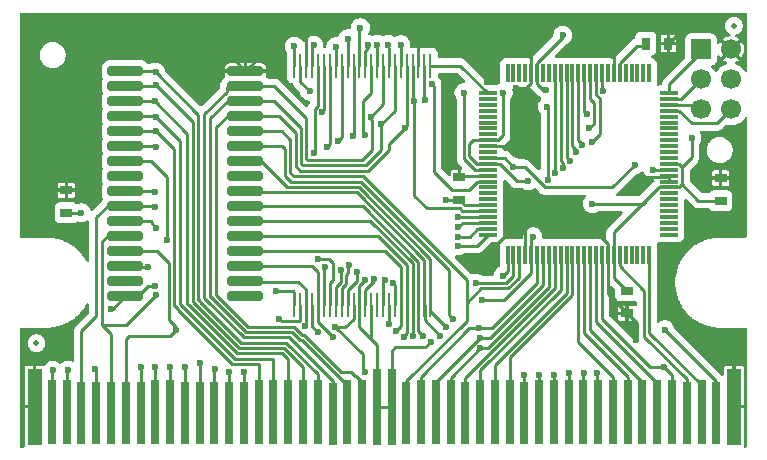
<source format=gbr>
%TF.GenerationSoftware,KiCad,Pcbnew,9.0.1*%
%TF.CreationDate,2025-04-21T15:30:43-04:00*%
%TF.ProjectId,AliWSV3,416c6957-5356-4332-9e6b-696361645f70,rev?*%
%TF.SameCoordinates,Original*%
%TF.FileFunction,Copper,L1,Top*%
%TF.FilePolarity,Positive*%
%FSLAX46Y46*%
G04 Gerber Fmt 4.6, Leading zero omitted, Abs format (unit mm)*
G04 Created by KiCad (PCBNEW 9.0.1) date 2025-04-21 15:30:43*
%MOMM*%
%LPD*%
G01*
G04 APERTURE LIST*
G04 Aperture macros list*
%AMRoundRect*
0 Rectangle with rounded corners*
0 $1 Rounding radius*
0 $2 $3 $4 $5 $6 $7 $8 $9 X,Y pos of 4 corners*
0 Add a 4 corners polygon primitive as box body*
4,1,4,$2,$3,$4,$5,$6,$7,$8,$9,$2,$3,0*
0 Add four circle primitives for the rounded corners*
1,1,$1+$1,$2,$3*
1,1,$1+$1,$4,$5*
1,1,$1+$1,$6,$7*
1,1,$1+$1,$8,$9*
0 Add four rect primitives between the rounded corners*
20,1,$1+$1,$2,$3,$4,$5,0*
20,1,$1+$1,$4,$5,$6,$7,0*
20,1,$1+$1,$6,$7,$8,$9,0*
20,1,$1+$1,$8,$9,$2,$3,0*%
G04 Aperture macros list end*
%TA.AperFunction,SMDPad,CuDef*%
%ADD10R,0.800000X1.000000*%
%TD*%
%TA.AperFunction,SMDPad,CuDef*%
%ADD11C,0.500000*%
%TD*%
%TA.AperFunction,SMDPad,CuDef*%
%ADD12R,0.280000X2.000000*%
%TD*%
%TA.AperFunction,SMDPad,CuDef*%
%ADD13RoundRect,0.075000X0.725000X0.075000X-0.725000X0.075000X-0.725000X-0.075000X0.725000X-0.075000X0*%
%TD*%
%TA.AperFunction,SMDPad,CuDef*%
%ADD14RoundRect,0.075000X0.075000X0.725000X-0.075000X0.725000X-0.075000X-0.725000X0.075000X-0.725000X0*%
%TD*%
%TA.AperFunction,SMDPad,CuDef*%
%ADD15R,1.000000X0.800000*%
%TD*%
%TA.AperFunction,ComponentPad*%
%ADD16R,1.700000X1.700000*%
%TD*%
%TA.AperFunction,ComponentPad*%
%ADD17C,1.700000*%
%TD*%
%TA.AperFunction,SMDPad,CuDef*%
%ADD18RoundRect,0.200000X-1.300000X-0.200000X1.300000X-0.200000X1.300000X0.200000X-1.300000X0.200000X0*%
%TD*%
%TA.AperFunction,SMDPad,CuDef*%
%ADD19R,1.200000X6.450000*%
%TD*%
%TA.AperFunction,SMDPad,CuDef*%
%ADD20R,0.800000X5.500000*%
%TD*%
%TA.AperFunction,SMDPad,CuDef*%
%ADD21R,0.800000X5.250000*%
%TD*%
%TA.AperFunction,SMDPad,CuDef*%
%ADD22R,0.800000X6.450000*%
%TD*%
%TA.AperFunction,ViaPad*%
%ADD23C,0.600000*%
%TD*%
%TA.AperFunction,Conductor*%
%ADD24C,0.250000*%
%TD*%
G04 APERTURE END LIST*
D10*
%TO.P,C3,1*%
%TO.N,VCC*%
X151800000Y-117000000D03*
%TO.P,C3,2*%
%TO.N,GND*%
X153700000Y-117000000D03*
%TD*%
D11*
%TO.P,Corner2,*%
%TO.N,*%
X100203000Y-142367000D03*
%TD*%
D12*
%TO.P,U2,1,A15*%
%TO.N,A15_U2*%
X122050000Y-139115000D03*
%TO.P,U2,2,A14*%
%TO.N,A15*%
X122550000Y-139115000D03*
%TO.P,U2,3,A13*%
%TO.N,A14*%
X123050000Y-139115000D03*
%TO.P,U2,4,A12*%
%TO.N,A13*%
X123550000Y-139115000D03*
%TO.P,U2,5,A11*%
%TO.N,A12*%
X124050000Y-139115000D03*
%TO.P,U2,6,A10*%
%TO.N,A11*%
X124550000Y-139115000D03*
%TO.P,U2,7,A9*%
%TO.N,A10*%
X125050000Y-139115000D03*
%TO.P,U2,8,A8*%
%TO.N,A9*%
X125550000Y-139115000D03*
%TO.P,U2,9,A19*%
%TO.N,A19_U2*%
X126050000Y-139115000D03*
%TO.P,U2,10,A20*%
%TO.N,A20_U2*%
X126550000Y-139115000D03*
%TO.P,U2,11,~{WE}*%
%TO.N,WE*%
X127050000Y-139115000D03*
%TO.P,U2,12,~{RESET}*%
%TO.N,VCC*%
X127550000Y-139115000D03*
%TO.P,U2,13,A21*%
%TO.N,A21_U2*%
X128050000Y-139115000D03*
%TO.P,U2,14,~{WP}/ACC*%
%TO.N,VCC*%
X128550000Y-139115000D03*
%TO.P,U2,15,RY/~{BY}*%
%TO.N,unconnected-(U2-RY{slash}~{BY}-Pad15)*%
X129050000Y-139115000D03*
%TO.P,U2,16,A18*%
%TO.N,A18_U2*%
X129550000Y-139115000D03*
%TO.P,U2,17,A17*%
%TO.N,A17_U2*%
X130050000Y-139115000D03*
%TO.P,U2,18,A7*%
%TO.N,A8*%
X130550000Y-139115000D03*
%TO.P,U2,19,A6*%
%TO.N,A7*%
X131050000Y-139115000D03*
%TO.P,U2,20,A5*%
%TO.N,A6*%
X131550000Y-139115000D03*
%TO.P,U2,21,A4*%
%TO.N,A5*%
X132050000Y-139115000D03*
%TO.P,U2,22,A3*%
%TO.N,A4*%
X132550000Y-139115000D03*
%TO.P,U2,23,A2*%
%TO.N,A3*%
X133050000Y-139115000D03*
%TO.P,U2,24,A1*%
%TO.N,A2*%
X133550000Y-139115000D03*
%TO.P,U2,25,A0*%
%TO.N,A0_U2*%
X133550000Y-118865000D03*
%TO.P,U2,26,~{CE}*%
%TO.N,CE_U2*%
X133050000Y-118865000D03*
%TO.P,U2,27,GND*%
%TO.N,GND*%
X132550000Y-118865000D03*
%TO.P,U2,28,~{OE}*%
%TO.N,OE_M1_U2*%
X132050000Y-118865000D03*
%TO.P,U2,29,D0*%
%TO.N,D0*%
X131550000Y-118865000D03*
%TO.P,U2,30,D8*%
%TO.N,D8*%
X131050000Y-118865000D03*
%TO.P,U2,31,D1*%
%TO.N,D1*%
X130550000Y-118865000D03*
%TO.P,U2,32,D9*%
%TO.N,D9*%
X130050000Y-118865000D03*
%TO.P,U2,33,D2*%
%TO.N,D2*%
X129550000Y-118865000D03*
%TO.P,U2,34,D10*%
%TO.N,D10*%
X129050000Y-118865000D03*
%TO.P,U2,35,D3*%
%TO.N,D3*%
X128550000Y-118865000D03*
%TO.P,U2,36,D11*%
%TO.N,D11*%
X128050000Y-118865000D03*
%TO.P,U2,37,VCC*%
%TO.N,VCC*%
X127550000Y-118865000D03*
%TO.P,U2,38,D4*%
%TO.N,D4*%
X127050000Y-118865000D03*
%TO.P,U2,39,D12*%
%TO.N,D12*%
X126550000Y-118865000D03*
%TO.P,U2,40,D5*%
%TO.N,D5*%
X126050000Y-118865000D03*
%TO.P,U2,41,D13*%
%TO.N,D13*%
X125550000Y-118865000D03*
%TO.P,U2,42,D6*%
%TO.N,D6*%
X125050000Y-118865000D03*
%TO.P,U2,43,D14*%
%TO.N,D14*%
X124550000Y-118865000D03*
%TO.P,U2,44,D7*%
%TO.N,D7*%
X124050000Y-118865000D03*
%TO.P,U2,45,D15/A1*%
%TO.N,D15*%
X123550000Y-118865000D03*
%TO.P,U2,46,GND*%
%TO.N,GND*%
X123050000Y-118865000D03*
%TO.P,U2,47,~{BYTE}*%
%TO.N,BYTE*%
X122550000Y-118865000D03*
%TO.P,U2,48,A16*%
%TO.N,A16_U2*%
X122050000Y-118865000D03*
%TD*%
D11*
%TO.P,Corner1,*%
%TO.N,*%
X159258000Y-115500000D03*
%TD*%
D13*
%TO.P,U1,1,IO2_1*%
%TO.N,unconnected-(U1-IO2_1-Pad1)*%
X153765000Y-133190000D03*
%TO.P,U1,2,IO1_2*%
%TO.N,unconnected-(U1-IO1_2-Pad2)*%
X153765000Y-132690000D03*
%TO.P,U1,3,IO1_3*%
%TO.N,unconnected-(U1-IO1_3-Pad3)*%
X153765000Y-132190000D03*
%TO.P,U1,4,IO1_4*%
%TO.N,unconnected-(U1-IO1_4-Pad4)*%
X153765000Y-131690000D03*
%TO.P,U1,5,IO1_5*%
%TO.N,unconnected-(U1-IO1_5-Pad5)*%
X153765000Y-131190000D03*
%TO.P,U1,6,IO1_6*%
%TO.N,unconnected-(U1-IO1_6-Pad6)*%
X153765000Y-130690000D03*
%TO.P,U1,7,IO1_7*%
%TO.N,unconnected-(U1-IO1_7-Pad7)*%
X153765000Y-130190000D03*
%TO.P,U1,8,IO1_8*%
%TO.N,unconnected-(U1-IO1_8-Pad8)*%
X153765000Y-129690000D03*
%TO.P,U1,9,VCCIO1*%
%TO.N,VCC*%
X153765000Y-129190000D03*
%TO.P,U1,10,GNDIO*%
%TO.N,GND*%
X153765000Y-128690000D03*
%TO.P,U1,11,GNDINT*%
X153765000Y-128190000D03*
%TO.P,U1,12,IO1_12/GCLK0*%
%TO.N,CLK*%
X153765000Y-127690000D03*
%TO.P,U1,13,VCCINT*%
%TO.N,VCC*%
X153765000Y-127190000D03*
%TO.P,U1,14,IO1_14/GCLK1*%
%TO.N,unconnected-(U1-IO1_14{slash}GCLK1-Pad14)*%
X153765000Y-126690000D03*
%TO.P,U1,15,IO1_15*%
%TO.N,unconnected-(U1-IO1_15-Pad15)*%
X153765000Y-126190000D03*
%TO.P,U1,16,IO1_16*%
%TO.N,unconnected-(U1-IO1_16-Pad16)*%
X153765000Y-125690000D03*
%TO.P,U1,17,IO1_17*%
%TO.N,unconnected-(U1-IO1_17-Pad17)*%
X153765000Y-125190000D03*
%TO.P,U1,18,IO1_18*%
%TO.N,unconnected-(U1-IO1_18-Pad18)*%
X153765000Y-124690000D03*
%TO.P,U1,19,IO1_19*%
%TO.N,unconnected-(U1-IO1_19-Pad19)*%
X153765000Y-124190000D03*
%TO.P,U1,20,IO1_20*%
%TO.N,unconnected-(U1-IO1_20-Pad20)*%
X153765000Y-123690000D03*
%TO.P,U1,21,IO1_21*%
%TO.N,unconnected-(U1-IO1_21-Pad21)*%
X153765000Y-123190000D03*
%TO.P,U1,22,TMS*%
%TO.N,TMS*%
X153765000Y-122690000D03*
%TO.P,U1,23,TDI*%
%TO.N,TDI*%
X153765000Y-122190000D03*
%TO.P,U1,24,TCK*%
%TO.N,TCK*%
X153765000Y-121690000D03*
%TO.P,U1,25,TDO*%
%TO.N,TDO*%
X153765000Y-121190000D03*
D14*
%TO.P,U1,26,IO1_26*%
%TO.N,unconnected-(U1-IO1_26-Pad26)*%
X152090000Y-119515000D03*
%TO.P,U1,27,IO1_27*%
%TO.N,unconnected-(U1-IO1_27-Pad27)*%
X151590000Y-119515000D03*
%TO.P,U1,28,IO1_28*%
%TO.N,unconnected-(U1-IO1_28-Pad28)*%
X151090000Y-119515000D03*
%TO.P,U1,29,IO1_29*%
%TO.N,unconnected-(U1-IO1_29-Pad29)*%
X150590000Y-119515000D03*
%TO.P,U1,30,IO1_30*%
%TO.N,unconnected-(U1-IO1_30-Pad30)*%
X150090000Y-119515000D03*
%TO.P,U1,31,VCCIO1*%
%TO.N,VCC*%
X149590000Y-119515000D03*
%TO.P,U1,32,GNDIO*%
%TO.N,GND*%
X149090000Y-119515000D03*
%TO.P,U1,33,IO1_33*%
%TO.N,unconnected-(U1-IO1_33-Pad33)*%
X148590000Y-119515000D03*
%TO.P,U1,34,IO1_34*%
%TO.N,CE_U2*%
X148090000Y-119515000D03*
%TO.P,U1,35,IO1_35*%
%TO.N,D0*%
X147590000Y-119515000D03*
%TO.P,U1,36,IO1_36*%
%TO.N,D1*%
X147090000Y-119515000D03*
%TO.P,U1,37,IO1_37*%
%TO.N,D2*%
X146590000Y-119515000D03*
%TO.P,U1,38,IO1_38*%
%TO.N,D3*%
X146090000Y-119515000D03*
%TO.P,U1,39,IO1_39*%
%TO.N,D4*%
X145590000Y-119515000D03*
%TO.P,U1,40,IO1_40*%
%TO.N,D5*%
X145090000Y-119515000D03*
%TO.P,U1,41,IO1_41*%
%TO.N,D6*%
X144590000Y-119515000D03*
%TO.P,U1,42,IO1_42*%
%TO.N,D7*%
X144090000Y-119515000D03*
%TO.P,U1,43,IO1_43/DEV_OE*%
%TO.N,unconnected-(U1-IO1_43{slash}DEV_OE-Pad43)*%
X143590000Y-119515000D03*
%TO.P,U1,44,IO1_44/DEV_CLRn*%
%TO.N,unconnected-(U1-IO1_44{slash}DEV_CLRn-Pad44)*%
X143090000Y-119515000D03*
%TO.P,U1,45,VCCIO1*%
%TO.N,VCC*%
X142590000Y-119515000D03*
%TO.P,U1,46,GNDIO*%
%TO.N,GND*%
X142090000Y-119515000D03*
%TO.P,U1,47,IO1_47*%
%TO.N,unconnected-(U1-IO1_47-Pad47)*%
X141590000Y-119515000D03*
%TO.P,U1,48,IO1_48*%
%TO.N,unconnected-(U1-IO1_48-Pad48)*%
X141090000Y-119515000D03*
%TO.P,U1,49,IO1_49*%
%TO.N,unconnected-(U1-IO1_49-Pad49)*%
X140590000Y-119515000D03*
%TO.P,U1,50,IO1_50*%
%TO.N,unconnected-(U1-IO1_50-Pad50)*%
X140090000Y-119515000D03*
D13*
%TO.P,U1,51,IO1_51*%
%TO.N,A0_U2*%
X138415000Y-121190000D03*
%TO.P,U1,52,IO2_52*%
%TO.N,unconnected-(U1-IO2_52-Pad52)*%
X138415000Y-121690000D03*
%TO.P,U1,53,IO2_53*%
%TO.N,unconnected-(U1-IO2_53-Pad53)*%
X138415000Y-122190000D03*
%TO.P,U1,54,IO2_54*%
%TO.N,unconnected-(U1-IO2_54-Pad54)*%
X138415000Y-122690000D03*
%TO.P,U1,55,IO2_55*%
%TO.N,unconnected-(U1-IO2_55-Pad55)*%
X138415000Y-123190000D03*
%TO.P,U1,56,IO2_56*%
%TO.N,unconnected-(U1-IO2_56-Pad56)*%
X138415000Y-123690000D03*
%TO.P,U1,57,IO2_57*%
%TO.N,unconnected-(U1-IO2_57-Pad57)*%
X138415000Y-124190000D03*
%TO.P,U1,58,IO2_58*%
%TO.N,unconnected-(U1-IO2_58-Pad58)*%
X138415000Y-124690000D03*
%TO.P,U1,59,VCCIO2*%
%TO.N,VCC*%
X138415000Y-125190000D03*
%TO.P,U1,60,GNDIO*%
%TO.N,GND*%
X138415000Y-125690000D03*
%TO.P,U1,61,IO2_61*%
%TO.N,unconnected-(U1-IO2_61-Pad61)*%
X138415000Y-126190000D03*
%TO.P,U1,62,IO2_62/GCLK2*%
%TO.N,D15*%
X138415000Y-126690000D03*
%TO.P,U1,63,VCCINT*%
%TO.N,VCC*%
X138415000Y-127190000D03*
%TO.P,U1,64,IO2_64/GCLK3*%
%TO.N,BYTE*%
X138415000Y-127690000D03*
%TO.P,U1,65,GNDINT*%
%TO.N,GND*%
X138415000Y-128190000D03*
%TO.P,U1,66,IO2_66*%
%TO.N,A16_U2*%
X138415000Y-128690000D03*
%TO.P,U1,67,IO2_67*%
%TO.N,unconnected-(U1-IO2_67-Pad67)*%
X138415000Y-129190000D03*
%TO.P,U1,68,IO2_68*%
%TO.N,unconnected-(U1-IO2_68-Pad68)*%
X138415000Y-129690000D03*
%TO.P,U1,69,IO2_69*%
%TO.N,unconnected-(U1-IO2_69-Pad69)*%
X138415000Y-130190000D03*
%TO.P,U1,70,IO2_70*%
%TO.N,CE_M1*%
X138415000Y-130690000D03*
%TO.P,U1,71,IO2_71*%
%TO.N,OE_M1_U2*%
X138415000Y-131190000D03*
%TO.P,U1,72,IO2_72*%
%TO.N,A19_U2*%
X138415000Y-131690000D03*
%TO.P,U1,73,IO2_73*%
%TO.N,A20_U2*%
X138415000Y-132190000D03*
%TO.P,U1,74,IO2_74*%
%TO.N,A21_U2*%
X138415000Y-132690000D03*
%TO.P,U1,75,IO2_75*%
%TO.N,A18_U2*%
X138415000Y-133190000D03*
D14*
%TO.P,U1,76,IO2_76*%
%TO.N,A17_U2*%
X140090000Y-134865000D03*
%TO.P,U1,77,IO2_77*%
%TO.N,A15_U2*%
X140590000Y-134865000D03*
%TO.P,U1,78,IO2_78*%
%TO.N,A0*%
X141090000Y-134865000D03*
%TO.P,U1,79,GNDIO*%
%TO.N,GND*%
X141590000Y-134865000D03*
%TO.P,U1,80,VCCIO2*%
%TO.N,VCC*%
X142090000Y-134865000D03*
%TO.P,U1,81,IO2_81*%
%TO.N,A1*%
X142590000Y-134865000D03*
%TO.P,U1,82,IO2_82*%
%TO.N,A2*%
X143090000Y-134865000D03*
%TO.P,U1,83,IO2_83*%
%TO.N,A3*%
X143590000Y-134865000D03*
%TO.P,U1,84,IO2_84*%
%TO.N,A19*%
X144090000Y-134865000D03*
%TO.P,U1,85,IO2_85*%
%TO.N,A18*%
X144590000Y-134865000D03*
%TO.P,U1,86,IO2_86*%
%TO.N,A17*%
X145090000Y-134865000D03*
%TO.P,U1,87,IO2_87*%
%TO.N,A16*%
X145590000Y-134865000D03*
%TO.P,U1,88,IO2_88*%
%TO.N,RESET*%
X146090000Y-134865000D03*
%TO.P,U1,89,IO2_89*%
%TO.N,SO*%
X146590000Y-134865000D03*
%TO.P,U1,90,IO2_90*%
%TO.N,SS*%
X147090000Y-134865000D03*
%TO.P,U1,91,IO2_91*%
%TO.N,OE*%
X147590000Y-134865000D03*
%TO.P,U1,92,IO2_92*%
%TO.N,WE*%
X148090000Y-134865000D03*
%TO.P,U1,93,GNDIO*%
%TO.N,GND*%
X148590000Y-134865000D03*
%TO.P,U1,94,VCCIO2*%
%TO.N,VCC*%
X149090000Y-134865000D03*
%TO.P,U1,95,IO2_95*%
%TO.N,CE*%
X149590000Y-134865000D03*
%TO.P,U1,96,IO2_96*%
%TO.N,unconnected-(U1-IO2_96-Pad96)*%
X150090000Y-134865000D03*
%TO.P,U1,97,IO2_97*%
%TO.N,unconnected-(U1-IO2_97-Pad97)*%
X150590000Y-134865000D03*
%TO.P,U1,98,IO2_98*%
%TO.N,unconnected-(U1-IO2_98-Pad98)*%
X151090000Y-134865000D03*
%TO.P,U1,99,IO2_99*%
%TO.N,unconnected-(U1-IO2_99-Pad99)*%
X151590000Y-134865000D03*
%TO.P,U1,100,IO2_100*%
%TO.N,INT*%
X152090000Y-134865000D03*
%TD*%
D15*
%TO.P,C4,1*%
%TO.N,VCC*%
X150190000Y-137940000D03*
%TO.P,C4,2*%
%TO.N,GND*%
X150190000Y-139840000D03*
%TD*%
%TO.P,C2,1*%
%TO.N,VCC*%
X158130000Y-130300000D03*
%TO.P,C2,2*%
%TO.N,GND*%
X158130000Y-128400000D03*
%TD*%
D16*
%TO.P,CON1,1,TDO*%
%TO.N,TDO*%
X156460000Y-117500000D03*
D17*
%TO.P,CON1,2,GND*%
%TO.N,GND*%
X159000000Y-117500000D03*
%TO.P,CON1,3,TCK*%
%TO.N,TCK*%
X156460000Y-120040000D03*
%TO.P,CON1,4,Vcc*%
%TO.N,VCC*%
X159000000Y-120040000D03*
%TO.P,CON1,5,TDI*%
%TO.N,TDI*%
X156460000Y-122580000D03*
%TO.P,CON1,6,TMS*%
%TO.N,TMS*%
X159000000Y-122580000D03*
%TD*%
D18*
%TO.P,M1,1,DC*%
%TO.N,unconnected-(M1-DC-Pad1)*%
X117900000Y-138370000D03*
%TO.P,M1,2,A14*%
%TO.N,A14*%
X117900000Y-137100000D03*
%TO.P,M1,3,A12*%
%TO.N,A12*%
X117900000Y-135830000D03*
%TO.P,M1,4,A7*%
%TO.N,A7*%
X117900000Y-134560000D03*
%TO.P,M1,5,A6*%
%TO.N,A6*%
X117900000Y-133290000D03*
%TO.P,M1,6,A5*%
%TO.N,A5*%
X117900000Y-132020000D03*
%TO.P,M1,7,A4*%
%TO.N,A4*%
X117900000Y-130750000D03*
%TO.P,M1,8,A3*%
%TO.N,A3*%
X117900000Y-129480000D03*
%TO.P,M1,9,NC*%
%TO.N,unconnected-(M1-NC-Pad9)*%
X117900000Y-128210000D03*
%TO.P,M1,10,A2*%
%TO.N,A2*%
X117900000Y-126940000D03*
%TO.P,M1,11,A1*%
%TO.N,A1*%
X117900000Y-125670000D03*
%TO.P,M1,12,A0*%
%TO.N,A0*%
X117900000Y-124400000D03*
%TO.P,M1,13,D0*%
%TO.N,D0*%
X117900000Y-123130000D03*
%TO.P,M1,14,D1*%
%TO.N,D1*%
X117900000Y-121860000D03*
%TO.P,M1,15,D2*%
%TO.N,D2*%
X117900000Y-120590000D03*
%TO.P,M1,16,GND*%
%TO.N,GND*%
X117900000Y-119320000D03*
%TO.P,M1,17,D3*%
%TO.N,D3*%
X107740000Y-119320000D03*
%TO.P,M1,18,D4*%
%TO.N,D4*%
X107740000Y-120590000D03*
%TO.P,M1,19,D5*%
%TO.N,D5*%
X107740000Y-121860000D03*
%TO.P,M1,20,D6*%
%TO.N,D6*%
X107740000Y-123130000D03*
%TO.P,M1,21,D7*%
%TO.N,D7*%
X107740000Y-124400000D03*
%TO.P,M1,22,CE*%
%TO.N,CE_M1*%
X107740000Y-125670000D03*
%TO.P,M1,23,A10*%
%TO.N,A10*%
X107740000Y-126940000D03*
%TO.P,M1,24,NC*%
%TO.N,unconnected-(M1-NC-Pad24)*%
X107740000Y-128210000D03*
%TO.P,M1,25,OE*%
%TO.N,OE_M1_U2*%
X107740000Y-129480000D03*
%TO.P,M1,26,A11*%
%TO.N,A11*%
X107740000Y-130750000D03*
%TO.P,M1,27,A9*%
%TO.N,A9*%
X107740000Y-132020000D03*
%TO.P,M1,28,A8*%
%TO.N,A8*%
X107740000Y-133290000D03*
%TO.P,M1,29,A13*%
%TO.N,A13*%
X107740000Y-134560000D03*
%TO.P,M1,30,WE*%
%TO.N,WE*%
X107740000Y-135830000D03*
%TO.P,M1,31,NC*%
%TO.N,unconnected-(M1-NC-Pad31)*%
X107740000Y-137100000D03*
%TO.P,M1,32,VCC*%
%TO.N,VCC*%
X107740000Y-138370000D03*
%TD*%
D15*
%TO.P,C5,1*%
%TO.N,CE_M1*%
X136017000Y-130236000D03*
%TO.P,C5,2*%
%TO.N,GND*%
X136017000Y-128336000D03*
%TD*%
D19*
%TO.P,J1,1,VSS*%
%TO.N,GND*%
X100045000Y-147750000D03*
D20*
%TO.P,J1,2,A15-14*%
%TO.N,A15*%
X101515000Y-148200000D03*
%TO.P,J1,3,A10-9*%
%TO.N,A10*%
X102765000Y-148200000D03*
D21*
%TO.P,J1,4,A11-10*%
%TO.N,A11*%
X104015000Y-148320000D03*
%TO.P,J1,5,A9-8*%
%TO.N,A9*%
X105265000Y-148320000D03*
%TO.P,J1,6,A8-7*%
%TO.N,A8*%
X106515000Y-148320000D03*
%TO.P,J1,7,A13-12*%
%TO.N,A13*%
X107765000Y-148320000D03*
%TO.P,J1,8,A14-13*%
%TO.N,A14*%
X109015000Y-148320000D03*
D20*
%TO.P,J1,9,A12-11*%
%TO.N,A12*%
X110265000Y-148200000D03*
%TO.P,J1,10,A7-6*%
%TO.N,A7*%
X111515000Y-148200000D03*
D21*
%TO.P,J1,11,A6-5*%
%TO.N,A6*%
X112765000Y-148320000D03*
%TO.P,J1,12,A5-4*%
%TO.N,A5*%
X114015000Y-148320000D03*
%TO.P,J1,13,A4-3*%
%TO.N,A4*%
X115265000Y-148320000D03*
%TO.P,J1,14,Q15*%
%TO.N,D15*%
X116515000Y-148320000D03*
%TO.P,J1,15,Q14*%
%TO.N,D14*%
X117765000Y-148320000D03*
D20*
%TO.P,J1,16,Q7*%
%TO.N,D7*%
X119015000Y-148200000D03*
%TO.P,J1,17,Q6*%
%TO.N,D6*%
X120265000Y-148200000D03*
%TO.P,J1,18,Q5*%
%TO.N,D5*%
X121515000Y-148200000D03*
%TO.P,J1,19,Q4*%
%TO.N,D4*%
X122765000Y-148200000D03*
%TO.P,J1,20,Q3*%
%TO.N,D3*%
X124015000Y-148200000D03*
D21*
%TO.P,J1,21,Q2*%
%TO.N,D2*%
X125285000Y-148330000D03*
D20*
%TO.P,J1,22,Q1*%
%TO.N,D1*%
X126515000Y-148200000D03*
%TO.P,J1,23,Q0*%
%TO.N,D0*%
X127765000Y-148200000D03*
D22*
%TO.P,J1,24,VDD*%
%TO.N,VCC*%
X129025000Y-147750000D03*
%TO.P,J1,25,VDD*%
X130275000Y-147750000D03*
D21*
%TO.P,J1,26,A0*%
%TO.N,A0*%
X131515000Y-148320000D03*
D20*
%TO.P,J1,27,A1-0*%
%TO.N,A1*%
X132765000Y-148200000D03*
%TO.P,J1,28,A2-1*%
%TO.N,A2*%
X134015000Y-148200000D03*
%TO.P,J1,29,A3-2*%
%TO.N,A3*%
X135265000Y-148200000D03*
D21*
%TO.P,J1,30,A19*%
%TO.N,A19*%
X136515000Y-148320000D03*
D20*
%TO.P,J1,31,A18*%
%TO.N,A18*%
X137765000Y-148200000D03*
%TO.P,J1,32,A17*%
%TO.N,A17*%
X139015000Y-148200000D03*
%TO.P,J1,33,A16*%
%TO.N,A16*%
X140265000Y-148200000D03*
D21*
%TO.P,J1,34,Q8*%
%TO.N,D8*%
X141515000Y-148320000D03*
D20*
%TO.P,J1,35,Q9*%
%TO.N,D9*%
X142765000Y-148200000D03*
%TO.P,J1,36,Q10*%
%TO.N,D10*%
X144015000Y-148200000D03*
%TO.P,J1,37,Q11*%
%TO.N,D11*%
X145265000Y-148200000D03*
%TO.P,J1,38,Q12*%
%TO.N,D12*%
X146515000Y-148200000D03*
%TO.P,J1,39,Q13*%
%TO.N,D13*%
X147765000Y-148200000D03*
%TO.P,J1,40,~{RESET}*%
%TO.N,RESET*%
X149015000Y-148200000D03*
%TO.P,J1,41,SO*%
%TO.N,SO*%
X150265000Y-148200000D03*
%TO.P,J1,42,SS*%
%TO.N,SS*%
X151515000Y-148200000D03*
%TO.P,J1,43,~{OE}*%
%TO.N,OE*%
X152765000Y-148200000D03*
%TO.P,J1,44,~{WE}*%
%TO.N,WE*%
X154015000Y-148200000D03*
D21*
%TO.P,J1,45,~{CE}*%
%TO.N,CE*%
X155265000Y-148320000D03*
D20*
%TO.P,J1,46,~{INT}*%
%TO.N,INT*%
X156515000Y-148200000D03*
D21*
%TO.P,J1,47,CLK*%
%TO.N,CLK*%
X157765000Y-148320000D03*
D19*
%TO.P,J1,48,VSS*%
%TO.N,GND*%
X159245000Y-147750000D03*
%TD*%
D15*
%TO.P,C1,1*%
%TO.N,VCC*%
X102743000Y-131320000D03*
%TO.P,C1,2*%
%TO.N,GND*%
X102743000Y-129420000D03*
%TD*%
D23*
%TO.N,GND*%
X149098000Y-115824000D03*
X123190000Y-115824000D03*
X151511000Y-128340000D03*
X144366500Y-130810000D03*
X138367883Y-120258999D03*
X140843000Y-120805000D03*
X158130000Y-128400000D03*
X138176000Y-135001000D03*
X153700000Y-117000000D03*
X138430000Y-115678000D03*
X151003000Y-142113000D03*
X132906198Y-115632802D03*
X117900000Y-119320000D03*
X100000000Y-144000000D03*
X135128000Y-120269000D03*
X136017000Y-128336000D03*
X102743000Y-129420000D03*
%TO.N,D0*%
X131445000Y-124123000D03*
X147216854Y-125363935D03*
%TO.N,A3*%
X134366000Y-141732000D03*
X137795000Y-142748000D03*
%TO.N,D15*%
X123675000Y-117157500D03*
X116515000Y-144836000D03*
X140589000Y-127435000D03*
X150876000Y-127254000D03*
%TO.N,CLK*%
X152400000Y-127690000D03*
X153416000Y-141224000D03*
%TO.N,D5*%
X125730000Y-125222000D03*
X145390715Y-126946243D03*
X110200000Y-121850000D03*
%TO.N,D9*%
X142748000Y-145034000D03*
X129978448Y-117083999D03*
%TO.N,A5*%
X132116899Y-141763784D03*
X114046000Y-144021000D03*
%TO.N,A9*%
X105156000Y-144526000D03*
X125984000Y-136144000D03*
X110363000Y-132588000D03*
%TO.N,A4*%
X132969000Y-141732000D03*
X115313558Y-144518442D03*
%TO.N,D12*%
X126550000Y-116597000D03*
X146558000Y-144907000D03*
%TO.N,D13*%
X125550000Y-117274000D03*
X147701000Y-144907000D03*
%TO.N,A8*%
X130425000Y-137287000D03*
X110363000Y-138303000D03*
%TO.N,D8*%
X141478000Y-145034000D03*
X131064000Y-117094000D03*
%TO.N,D6*%
X124841000Y-125730000D03*
X110350000Y-123220000D03*
X144780000Y-127508000D03*
%TO.N,D11*%
X145288000Y-144907000D03*
X128261991Y-117083999D03*
%TO.N,A10*%
X102870000Y-144653000D03*
X111252000Y-133604000D03*
X124050000Y-135255000D03*
%TO.N,D7*%
X123688000Y-126235000D03*
X110363000Y-124400000D03*
X144135000Y-127998451D03*
%TO.N,D4*%
X127000000Y-124841000D03*
X145878377Y-126204374D03*
X110310000Y-120550000D03*
%TO.N,D10*%
X144015000Y-145034000D03*
X129061993Y-117084000D03*
%TO.N,D2*%
X128514000Y-123190000D03*
X146812000Y-122986800D03*
%TO.N,D1*%
X146946161Y-124118736D03*
X129413000Y-123825000D03*
%TO.N,A12*%
X110236000Y-144399000D03*
X125349000Y-141859000D03*
%TO.N,D3*%
X128016000Y-124768000D03*
X146431000Y-125603000D03*
X110290000Y-119410000D03*
%TO.N,A13*%
X112017963Y-141222847D03*
X124015500Y-141414500D03*
%TO.N,A14*%
X109093000Y-144399000D03*
X122946001Y-140922719D03*
%TO.N,A7*%
X111506000Y-144399000D03*
X130657491Y-141341000D03*
%TO.N,D14*%
X124405001Y-122762687D03*
X117765000Y-144816000D03*
X143465000Y-122347000D03*
X143514867Y-128529133D03*
%TO.N,WE*%
X153312058Y-144375942D03*
X128016000Y-144780000D03*
X125476000Y-140970000D03*
X109661000Y-135890000D03*
%TO.N,A11*%
X110236000Y-130810000D03*
X124633558Y-135880000D03*
%TO.N,A6*%
X112776000Y-144399000D03*
X131293987Y-141825641D03*
%TO.N,A15*%
X120776748Y-140335252D03*
X101600000Y-144653000D03*
%TO.N,A1*%
X135509000Y-140335000D03*
X137668000Y-141097000D03*
%TO.N,A2*%
X137753059Y-141906056D03*
X134874000Y-140970000D03*
%TO.N,BYTE*%
X136398000Y-121167000D03*
X123327000Y-121031000D03*
%TO.N,CE_M1*%
X110363000Y-125730000D03*
X134874000Y-130236000D03*
%TO.N,OE_M1_U2*%
X110236000Y-129540000D03*
X132175000Y-121896000D03*
%TO.N,A20_U2*%
X135931941Y-132540944D03*
X127331668Y-136357402D03*
%TO.N,A18_U2*%
X135891713Y-134139392D03*
X129679305Y-136997271D03*
%TO.N,A15_U2*%
X137414000Y-137287000D03*
X120523000Y-137922000D03*
%TO.N,A16_U2*%
X133675000Y-120406000D03*
X122050000Y-117224000D03*
%TO.N,A17_U2*%
X130048000Y-140716000D03*
X139701153Y-136653153D03*
%TO.N,CE_U2*%
X133096000Y-121793000D03*
X148215000Y-121031000D03*
%TO.N,VCC*%
X110231480Y-137513882D03*
X142240000Y-133350000D03*
X151800000Y-117000000D03*
X155702000Y-125000000D03*
X137922000Y-138684000D03*
X106539000Y-139446000D03*
X143383000Y-120904000D03*
X133604000Y-142240000D03*
X141839000Y-128622448D03*
X147260000Y-130556000D03*
X139715000Y-121158877D03*
X144762000Y-116303000D03*
X128016000Y-137033000D03*
X104000000Y-131320000D03*
X127635000Y-115654000D03*
%TO.N,A21_U2*%
X128813575Y-136970726D03*
X135882840Y-133339438D03*
%TO.N,A19_U2*%
X126669997Y-135732402D03*
X135890000Y-131699000D03*
%TD*%
D24*
%TO.N,GND*%
X123190000Y-115824000D02*
X123050000Y-115964000D01*
X123050000Y-115964000D02*
X123050000Y-118865000D01*
X138430000Y-115678000D02*
X138367883Y-115740117D01*
X158164000Y-116664000D02*
X159000000Y-117500000D01*
X138367883Y-115740117D02*
X138367883Y-120258999D01*
X142090000Y-120384178D02*
X141669178Y-120805000D01*
X136017000Y-128336000D02*
X136163000Y-128190000D01*
X140716000Y-125690000D02*
X138415000Y-125690000D01*
X142090000Y-119515000D02*
X142090000Y-120384178D01*
X148590000Y-138240000D02*
X150190000Y-139840000D01*
X102743000Y-121158000D02*
X102743000Y-129420000D01*
X138576000Y-115824000D02*
X141605000Y-115824000D01*
X158164000Y-115500000D02*
X158164000Y-116664000D01*
X100045000Y-147750000D02*
X100000000Y-147705000D01*
X123190000Y-115824000D02*
X121396000Y-115824000D01*
X121396000Y-115824000D02*
X117900000Y-119320000D01*
X141669178Y-120805000D02*
X140843000Y-120805000D01*
X132906198Y-115632802D02*
X132550000Y-115989000D01*
X153765000Y-128690000D02*
X153765000Y-128190000D01*
X100000000Y-147705000D02*
X100000000Y-144000000D01*
X141605000Y-115824000D02*
X142090000Y-116309000D01*
X136163000Y-128190000D02*
X138415000Y-128190000D01*
X106426000Y-117475000D02*
X102743000Y-121158000D01*
X151013000Y-140663000D02*
X150190000Y-139840000D01*
X148590000Y-134865000D02*
X148590000Y-138240000D01*
X117900000Y-119320000D02*
X116055000Y-117475000D01*
X148590000Y-133995822D02*
X145404178Y-130810000D01*
X151511000Y-128340000D02*
X153615000Y-128340000D01*
X141590000Y-132710000D02*
X141590000Y-134865000D01*
X116055000Y-117475000D02*
X106426000Y-117475000D01*
X138430000Y-115678000D02*
X138576000Y-115824000D01*
X148590000Y-134865000D02*
X148590000Y-133995822D01*
X132550000Y-115989000D02*
X132550000Y-118865000D01*
X145404178Y-130810000D02*
X144366500Y-130810000D01*
X151013000Y-142103000D02*
X151013000Y-140663000D01*
X149098000Y-115824000D02*
X149098000Y-117856000D01*
X149098000Y-117856000D02*
X149090000Y-117864000D01*
X140843000Y-125563000D02*
X140716000Y-125690000D01*
X153700000Y-117000000D02*
X155200000Y-115500000D01*
X140843000Y-120805000D02*
X140843000Y-125563000D01*
X142090000Y-116309000D02*
X142090000Y-119515000D01*
X151003000Y-142113000D02*
X151013000Y-142103000D01*
X153615000Y-128340000D02*
X153765000Y-128190000D01*
X155200000Y-115500000D02*
X158164000Y-115500000D01*
X141920295Y-132379705D02*
X141590000Y-132710000D01*
X149090000Y-117864000D02*
X149090000Y-119515000D01*
X142796795Y-132379705D02*
X140797295Y-132379705D01*
X140797295Y-132379705D02*
X138176000Y-135001000D01*
X144366500Y-130810000D02*
X142796795Y-132379705D01*
%TO.N,A0*%
X136652000Y-138938000D02*
X136652000Y-140462000D01*
X141066000Y-135758178D02*
X141041000Y-135783178D01*
X131515000Y-148320000D02*
X131515000Y-145599000D01*
X127876000Y-128257000D02*
X122034000Y-128257000D01*
X120971000Y-124400000D02*
X117900000Y-124400000D01*
X122034000Y-128257000D02*
X121710000Y-127933000D01*
X136652000Y-140208000D02*
X136652000Y-137033000D01*
X141066000Y-134865000D02*
X141066000Y-135758178D01*
X136652000Y-140462000D02*
X131515000Y-145599000D01*
X141090000Y-134865000D02*
X141066000Y-134865000D01*
X141041000Y-135783178D02*
X141041000Y-136835000D01*
X121710000Y-125139000D02*
X120971000Y-124400000D01*
X136652000Y-137033000D02*
X127876000Y-128257000D01*
X121710000Y-127933000D02*
X121710000Y-125139000D01*
X141041000Y-136835000D02*
X140138000Y-137738000D01*
X140138000Y-137738000D02*
X137852000Y-137738000D01*
X137852000Y-137738000D02*
X136652000Y-138938000D01*
%TO.N,D0*%
X122161000Y-124574000D02*
X120717000Y-123130000D01*
X147216854Y-125363935D02*
X147955000Y-124625789D01*
X147589000Y-119516000D02*
X147590000Y-119515000D01*
X128272810Y-127762000D02*
X122555000Y-127762000D01*
X122555000Y-127762000D02*
X122161000Y-127368000D01*
X130048000Y-125984000D02*
X129864000Y-126168000D01*
X126873000Y-144780000D02*
X127217000Y-145124000D01*
X131445000Y-124123000D02*
X131550000Y-124018000D01*
X147589000Y-121290298D02*
X147589000Y-119516000D01*
X147955000Y-121656298D02*
X147589000Y-121290298D01*
X122868810Y-141662000D02*
X125986810Y-144780000D01*
X120717000Y-123130000D02*
X117900000Y-123130000D01*
X127217000Y-145124000D02*
X127241000Y-145124000D01*
X122161000Y-127368000D02*
X122161000Y-124574000D01*
X115443000Y-124087000D02*
X115443000Y-138303000D01*
X129864000Y-126168000D02*
X129864000Y-126170810D01*
X115443000Y-138303000D02*
X118110000Y-140970000D01*
X122684578Y-141662000D02*
X122868810Y-141662000D01*
X117900000Y-123130000D02*
X116400000Y-123130000D01*
X147955000Y-124625789D02*
X147955000Y-121656298D01*
X121992578Y-140970000D02*
X122684578Y-141662000D01*
X131445000Y-124123000D02*
X130048000Y-125520000D01*
X118110000Y-140970000D02*
X121992578Y-140970000D01*
X129864000Y-126170810D02*
X128272810Y-127762000D01*
X116400000Y-123130000D02*
X115443000Y-124087000D01*
X130048000Y-125520000D02*
X130048000Y-125984000D01*
X127765000Y-145672000D02*
X127765000Y-148200000D01*
X125986810Y-144780000D02*
X126873000Y-144780000D01*
X131550000Y-124018000D02*
X131550000Y-118865000D01*
X127241000Y-145124000D02*
X127241000Y-145148000D01*
X127241000Y-145148000D02*
X127765000Y-145672000D01*
%TO.N,A3*%
X143590000Y-134865000D02*
X143590000Y-137582380D01*
X118032000Y-129612000D02*
X117900000Y-129480000D01*
X138424380Y-142748000D02*
X137795000Y-142748000D01*
X133084000Y-140450000D02*
X133084000Y-139149000D01*
X137795000Y-142748000D02*
X135265000Y-145278000D01*
X143590000Y-137582380D02*
X138424380Y-142748000D01*
X127317570Y-129612000D02*
X118032000Y-129612000D01*
X135265000Y-145278000D02*
X135265000Y-148200000D01*
X133084000Y-139149000D02*
X133050000Y-139115000D01*
X134366000Y-141732000D02*
X133084000Y-140450000D01*
X133050000Y-135344430D02*
X127317570Y-129612000D01*
X133050000Y-139115000D02*
X133050000Y-135344430D01*
%TO.N,INT*%
X152090000Y-141468000D02*
X156515000Y-145893000D01*
X156515000Y-145893000D02*
X156515000Y-148200000D01*
X152090000Y-134865000D02*
X152090000Y-141468000D01*
%TO.N,D15*%
X141536850Y-127435000D02*
X140589000Y-127435000D01*
X143260850Y-129159000D02*
X141536850Y-127435000D01*
X139844000Y-126690000D02*
X138415000Y-126690000D01*
X123675000Y-117157500D02*
X123634500Y-117157500D01*
X116515000Y-144836000D02*
X116515000Y-148320000D01*
X148971000Y-129159000D02*
X143260850Y-129159000D01*
X150876000Y-127254000D02*
X148971000Y-129159000D01*
X123550000Y-117242000D02*
X123550000Y-118865000D01*
X140589000Y-127435000D02*
X139844000Y-126690000D01*
X123634500Y-117157500D02*
X123550000Y-117242000D01*
%TO.N,CLK*%
X157765000Y-148320000D02*
X157765000Y-145573000D01*
X157765000Y-145573000D02*
X153416000Y-141224000D01*
X152400000Y-127690000D02*
X153765000Y-127690000D01*
%TO.N,D5*%
X125730000Y-125222000D02*
X126050000Y-124902000D01*
X117175950Y-143225000D02*
X120991570Y-143225000D01*
X113131000Y-139174430D02*
X113131000Y-139177240D01*
X113017000Y-139054810D02*
X113017000Y-139057620D01*
X126050000Y-124902000D02*
X126050000Y-118865000D01*
X113131000Y-139177240D02*
X113188000Y-139234240D01*
X112987546Y-139025356D02*
X113017000Y-139054810D01*
X145104000Y-126659528D02*
X145104000Y-119529000D01*
X107750000Y-121850000D02*
X107740000Y-121860000D01*
X113188000Y-139237050D02*
X117175950Y-143225000D01*
X120991570Y-143225000D02*
X121515000Y-143748430D01*
X110200000Y-121850000D02*
X107750000Y-121850000D01*
X145104000Y-119529000D02*
X145090000Y-119515000D01*
X112987546Y-124637546D02*
X112987546Y-139025356D01*
X110200000Y-121850000D02*
X112987546Y-124637546D01*
X121515000Y-143748430D02*
X121515000Y-148200000D01*
X113074000Y-139117430D02*
X113131000Y-139174430D01*
X113017000Y-139057620D02*
X113074000Y-139114620D01*
X113188000Y-139234240D02*
X113188000Y-139237050D01*
X145390715Y-126946243D02*
X145104000Y-126659528D01*
X113074000Y-139114620D02*
X113074000Y-139117430D01*
%TO.N,D9*%
X142765000Y-148200000D02*
X142765000Y-145051000D01*
X130050000Y-117346000D02*
X130050000Y-118865000D01*
X129978448Y-117274448D02*
X130050000Y-117346000D01*
X129978448Y-117083999D02*
X129978448Y-117274448D01*
X142765000Y-145051000D02*
X142748000Y-145034000D01*
%TO.N,A5*%
X132050000Y-139115000D02*
X132050000Y-135620050D01*
X114046000Y-144021000D02*
X114015000Y-144052000D01*
X132116899Y-141763784D02*
X132050000Y-141696885D01*
X132050000Y-141696885D02*
X132050000Y-139115000D01*
X114015000Y-144052000D02*
X114015000Y-148320000D01*
X132050000Y-135620050D02*
X128449950Y-132020000D01*
X128449950Y-132020000D02*
X117900000Y-132020000D01*
%TO.N,A9*%
X125984000Y-137182945D02*
X125550000Y-137616945D01*
X109972000Y-132070000D02*
X109922000Y-132020000D01*
X110363000Y-132588000D02*
X109972000Y-132197000D01*
X109922000Y-132020000D02*
X107740000Y-132020000D01*
X125984000Y-136144000D02*
X125984000Y-137182945D01*
X109972000Y-132197000D02*
X109972000Y-132070000D01*
X125550000Y-137616945D02*
X125550000Y-139115000D01*
X105156000Y-144526000D02*
X105265000Y-144635000D01*
X105265000Y-144635000D02*
X105265000Y-148320000D01*
%TO.N,A4*%
X115265000Y-144704000D02*
X115265000Y-148320000D01*
X132550000Y-135482240D02*
X127817760Y-130750000D01*
X115313558Y-144518442D02*
X115313558Y-144655442D01*
X127817760Y-130750000D02*
X117900000Y-130750000D01*
X115313558Y-144655442D02*
X115265000Y-144704000D01*
X132550000Y-139115000D02*
X132550000Y-135482240D01*
X132550000Y-141313000D02*
X132550000Y-139115000D01*
X132969000Y-141732000D02*
X132550000Y-141313000D01*
%TO.N,D12*%
X146558000Y-144907000D02*
X146515000Y-144950000D01*
X146515000Y-144950000D02*
X146515000Y-148200000D01*
X126550000Y-116597000D02*
X126550000Y-118865000D01*
%TO.N,D13*%
X147765000Y-148200000D02*
X147701000Y-148136000D01*
X147701000Y-148136000D02*
X147701000Y-144907000D01*
X125550000Y-117274000D02*
X125550000Y-118865000D01*
%TO.N,A8*%
X106515000Y-141567000D02*
X106515000Y-148320000D01*
X130550000Y-139115000D02*
X130550000Y-137412000D01*
X130550000Y-137412000D02*
X130425000Y-137287000D01*
X105791000Y-140843000D02*
X106515000Y-141567000D01*
X106240000Y-133290000D02*
X105791000Y-133739000D01*
X107823000Y-140843000D02*
X105791000Y-140843000D01*
X110363000Y-138303000D02*
X107823000Y-140843000D01*
X105791000Y-133739000D02*
X105791000Y-140843000D01*
X107740000Y-133290000D02*
X106240000Y-133290000D01*
%TO.N,D8*%
X141515000Y-148320000D02*
X141515000Y-145071000D01*
X131064000Y-117094000D02*
X131064000Y-118851000D01*
X131064000Y-118851000D02*
X131050000Y-118865000D01*
X141515000Y-145071000D02*
X141478000Y-145034000D01*
%TO.N,D6*%
X125030000Y-125541000D02*
X125030000Y-118885000D01*
X144780000Y-127115000D02*
X144614000Y-126949000D01*
X112680000Y-139361240D02*
X112680000Y-139364050D01*
X110350000Y-123220000D02*
X110260000Y-123130000D01*
X112737000Y-139423860D02*
X116989140Y-143676000D01*
X144780000Y-127508000D02*
X144780000Y-127115000D01*
X112623000Y-139304240D02*
X112680000Y-139361240D01*
X112737000Y-139421050D02*
X112737000Y-139423860D01*
X110260000Y-123130000D02*
X107740000Y-123130000D01*
X112623000Y-139301430D02*
X112623000Y-139304240D01*
X112395000Y-125265000D02*
X112395000Y-139065000D01*
X112680000Y-139364050D02*
X112737000Y-139421050D01*
X125030000Y-118885000D02*
X125050000Y-118865000D01*
X116989140Y-143676000D02*
X120265000Y-143676000D01*
X124841000Y-125730000D02*
X125030000Y-125541000D01*
X112395000Y-139065000D02*
X112536546Y-139206546D01*
X112566000Y-139244430D02*
X112623000Y-139301430D01*
X120265000Y-143676000D02*
X120265000Y-148200000D01*
X144614000Y-126949000D02*
X144614000Y-119539000D01*
X112536546Y-139212166D02*
X112566000Y-139241620D01*
X112536546Y-139206546D02*
X112536546Y-139212166D01*
X112566000Y-139241620D02*
X112566000Y-139244430D01*
X110350000Y-123220000D02*
X112395000Y-125265000D01*
X144614000Y-119539000D02*
X144590000Y-119515000D01*
%TO.N,D11*%
X128261991Y-117410019D02*
X128050000Y-117622010D01*
X128050000Y-117622010D02*
X128050000Y-118865000D01*
X128261991Y-117083999D02*
X128261991Y-117410019D01*
X145265000Y-148200000D02*
X145265000Y-144930000D01*
X145265000Y-144930000D02*
X145288000Y-144907000D01*
%TO.N,A10*%
X125050000Y-137289298D02*
X125301000Y-137038298D01*
X102765000Y-144758000D02*
X102765000Y-148200000D01*
X109922000Y-126940000D02*
X111252000Y-128270000D01*
X111252000Y-128270000D02*
X111252000Y-133604000D01*
X102870000Y-144653000D02*
X102765000Y-144758000D01*
X107740000Y-126940000D02*
X109922000Y-126940000D01*
X125050000Y-139115000D02*
X125050000Y-137289298D01*
X125301000Y-137038298D02*
X125301000Y-135588000D01*
X124968000Y-135255000D02*
X124050000Y-135255000D01*
X125301000Y-135588000D02*
X124968000Y-135255000D01*
%TO.N,D7*%
X112286000Y-139610670D02*
X116802330Y-144127000D01*
X112172000Y-139491050D02*
X112229000Y-139548050D01*
X123779001Y-122503389D02*
X124016000Y-122266390D01*
X112085546Y-139398976D02*
X112115000Y-139428430D01*
X124016000Y-118899000D02*
X124050000Y-118865000D01*
X119015000Y-144127000D02*
X119015000Y-148200000D01*
X144135000Y-127998451D02*
X144090000Y-127953451D01*
X112229000Y-139550860D02*
X112286000Y-139607860D01*
X112115000Y-139431240D02*
X112172000Y-139488240D01*
X112115000Y-139428430D02*
X112115000Y-139431240D01*
X111887000Y-139192000D02*
X111944000Y-139249000D01*
X111944000Y-139251810D02*
X112085546Y-139393356D01*
X123779001Y-126143999D02*
X123779001Y-122503389D01*
X112229000Y-139548050D02*
X112229000Y-139550860D01*
X112286000Y-139607860D02*
X112286000Y-139610670D01*
X112085546Y-139393356D02*
X112085546Y-139398976D01*
X111944000Y-139249000D02*
X111944000Y-139251810D01*
X112172000Y-139488240D02*
X112172000Y-139491050D01*
X123688000Y-126235000D02*
X123779001Y-126143999D01*
X124016000Y-122266390D02*
X124016000Y-118899000D01*
X110363000Y-124400000D02*
X107740000Y-124400000D01*
X110363000Y-124400000D02*
X111887000Y-125924000D01*
X144090000Y-127953451D02*
X144090000Y-119515000D01*
X116802330Y-144127000D02*
X119015000Y-144127000D01*
X111887000Y-125924000D02*
X111887000Y-139192000D01*
%TO.N,D4*%
X113582000Y-138987620D02*
X113582000Y-138990430D01*
X122765000Y-144360620D02*
X122765000Y-148200000D01*
X113525000Y-138930620D02*
X113582000Y-138987620D01*
X113639000Y-139050240D02*
X117362760Y-142774000D01*
X110310000Y-120550000D02*
X110270000Y-120590000D01*
X113438546Y-123678546D02*
X113438546Y-138838546D01*
X113468000Y-138870810D02*
X113525000Y-138927810D01*
X113582000Y-138990430D02*
X113639000Y-139047430D01*
X113438546Y-138838546D02*
X113468000Y-138868000D01*
X145878377Y-125981284D02*
X145590000Y-125692907D01*
X117362760Y-142774000D02*
X121178380Y-142774000D01*
X110310000Y-120550000D02*
X113438546Y-123678546D01*
X110270000Y-120590000D02*
X107740000Y-120590000D01*
X145878377Y-126204374D02*
X145878377Y-125981284D01*
X113468000Y-138868000D02*
X113468000Y-138870810D01*
X113639000Y-139047430D02*
X113639000Y-139050240D01*
X145590000Y-125692907D02*
X145590000Y-119515000D01*
X127050000Y-124791000D02*
X127050000Y-118865000D01*
X121178380Y-142774000D02*
X122765000Y-144360620D01*
X113525000Y-138927810D02*
X113525000Y-138930620D01*
X127000000Y-124841000D02*
X127050000Y-124791000D01*
%TO.N,D10*%
X129061993Y-117084000D02*
X129061993Y-117376064D01*
X129061993Y-117376064D02*
X129050000Y-117388057D01*
X129050000Y-117388057D02*
X129050000Y-118865000D01*
X144015000Y-145034000D02*
X144015000Y-148200000D01*
%TO.N,D2*%
X114484000Y-138616810D02*
X114484000Y-138614000D01*
X116332000Y-121074900D02*
X116332000Y-120650000D01*
X128514000Y-123190000D02*
X129550000Y-122154000D01*
X146590000Y-122764800D02*
X146590000Y-119515000D01*
X123177000Y-126860000D02*
X123063000Y-126746000D01*
X114427000Y-138557000D02*
X114427000Y-122979900D01*
X117840000Y-120650000D02*
X117900000Y-120590000D01*
X128514000Y-123190000D02*
X128514000Y-123393726D01*
X114541000Y-138673810D02*
X114484000Y-138616810D01*
X114427000Y-122979900D02*
X116332000Y-121074900D01*
X128514000Y-123393726D02*
X128651000Y-123530726D01*
X129550000Y-122154000D02*
X129550000Y-118865000D01*
X125285000Y-145605000D02*
X121552000Y-141872000D01*
X127775000Y-126860000D02*
X123177000Y-126860000D01*
X123063000Y-126746000D02*
X123063000Y-123324000D01*
X146812000Y-122986800D02*
X146590000Y-122764800D01*
X114484000Y-138614000D02*
X114427000Y-138557000D01*
X123063000Y-123324000D02*
X120329000Y-120590000D01*
X116332000Y-120650000D02*
X117840000Y-120650000D01*
X117736380Y-141872000D02*
X114541000Y-138676620D01*
X128651000Y-123530726D02*
X128651000Y-125984000D01*
X121552000Y-141872000D02*
X117736380Y-141872000D01*
X114541000Y-138676620D02*
X114541000Y-138673810D01*
X125285000Y-148330000D02*
X125285000Y-145605000D01*
X128651000Y-125984000D02*
X127775000Y-126860000D01*
X120329000Y-120590000D02*
X117900000Y-120590000D01*
%TO.N,D1*%
X122682000Y-142113000D02*
X126515000Y-145946000D01*
X117900000Y-121860000D02*
X116400000Y-121860000D01*
X129413000Y-123825000D02*
X130550000Y-122688000D01*
X117923190Y-141421000D02*
X121805768Y-141421000D01*
X130550000Y-122688000D02*
X130550000Y-118865000D01*
X116400000Y-121860000D02*
X114935000Y-123325000D01*
X114992000Y-138489810D02*
X117923190Y-141421000D01*
X147447000Y-122047000D02*
X147114000Y-121714000D01*
X114992000Y-138487000D02*
X114992000Y-138489810D01*
X122612000Y-127181190D02*
X122612000Y-124143000D01*
X128086000Y-127311000D02*
X122741810Y-127311000D01*
X114935000Y-138430000D02*
X114992000Y-138487000D01*
X129413000Y-125984000D02*
X128086000Y-127311000D01*
X114935000Y-123325000D02*
X114935000Y-138430000D01*
X147114000Y-119539000D02*
X147090000Y-119515000D01*
X147083840Y-124118736D02*
X147447000Y-123755576D01*
X129413000Y-123825000D02*
X129413000Y-125984000D01*
X147114000Y-121714000D02*
X147114000Y-119539000D01*
X126515000Y-145946000D02*
X126515000Y-148200000D01*
X122741810Y-127311000D02*
X122612000Y-127181190D01*
X122612000Y-124143000D02*
X120329000Y-121860000D01*
X121805768Y-141421000D02*
X122497768Y-142113000D01*
X146946161Y-124118736D02*
X147083840Y-124118736D01*
X120329000Y-121860000D02*
X117900000Y-121860000D01*
X147447000Y-123755576D02*
X147447000Y-122047000D01*
X122497768Y-142113000D02*
X122682000Y-142113000D01*
%TO.N,A19*%
X144090000Y-134865000D02*
X144090000Y-137720190D01*
X144090000Y-137720190D02*
X136515000Y-145295190D01*
X136515000Y-145295190D02*
X136515000Y-148320000D01*
%TO.N,A18*%
X144590000Y-137858000D02*
X137765000Y-144683000D01*
X137765000Y-144683000D02*
X137765000Y-148200000D01*
X144590000Y-134865000D02*
X144590000Y-137858000D01*
%TO.N,A17*%
X139015000Y-144192190D02*
X139015000Y-148200000D01*
X145090000Y-138117190D02*
X139015000Y-144192190D01*
X145090000Y-134865000D02*
X145090000Y-138117190D01*
%TO.N,A16*%
X145590000Y-138255000D02*
X140265000Y-143580000D01*
X145590000Y-134865000D02*
X145590000Y-138255000D01*
X140265000Y-143580000D02*
X140265000Y-148200000D01*
%TO.N,RESET*%
X149015000Y-145200000D02*
X146090000Y-142275000D01*
X149015000Y-148200000D02*
X149015000Y-145200000D01*
X146090000Y-142275000D02*
X146090000Y-134865000D01*
%TO.N,A12*%
X124050000Y-139115000D02*
X124050000Y-140560000D01*
X124050000Y-140560000D02*
X125349000Y-141859000D01*
X124050000Y-136369000D02*
X124050000Y-139115000D01*
X110265000Y-144428000D02*
X110265000Y-148200000D01*
X123511000Y-135830000D02*
X124050000Y-136369000D01*
X110236000Y-144399000D02*
X110265000Y-144428000D01*
X117900000Y-135830000D02*
X123511000Y-135830000D01*
%TO.N,D3*%
X121365190Y-142323000D02*
X124015000Y-144972810D01*
X128016000Y-124768000D02*
X127889000Y-124641000D01*
X128550000Y-121170000D02*
X128550000Y-118865000D01*
X146431000Y-125603000D02*
X146431000Y-125476000D01*
X107740000Y-119320000D02*
X110200000Y-119320000D01*
X113976000Y-138741000D02*
X113976000Y-138743810D01*
X114090000Y-138863430D02*
X117549570Y-142323000D01*
X146090000Y-125135000D02*
X146090000Y-119515000D01*
X114033000Y-138800810D02*
X114033000Y-138803620D01*
X146431000Y-125476000D02*
X146090000Y-125135000D01*
X124015000Y-144972810D02*
X124015000Y-148200000D01*
X110290000Y-119410000D02*
X113919000Y-123039000D01*
X114033000Y-138803620D02*
X114090000Y-138860620D01*
X117549570Y-142323000D02*
X121365190Y-142323000D01*
X113919000Y-123039000D02*
X113919000Y-138684000D01*
X114090000Y-138860620D02*
X114090000Y-138863430D01*
X110200000Y-119320000D02*
X110290000Y-119410000D01*
X127889000Y-121831000D02*
X128550000Y-121170000D01*
X113976000Y-138743810D02*
X114033000Y-138800810D01*
X127889000Y-124641000D02*
X127889000Y-121831000D01*
X113919000Y-138684000D02*
X113976000Y-138741000D01*
%TO.N,A13*%
X111436000Y-135566000D02*
X110430000Y-134560000D01*
X123571000Y-139136000D02*
X123550000Y-139115000D01*
X112017963Y-141222847D02*
X112017963Y-140976773D01*
X124015500Y-141414500D02*
X123571000Y-140970000D01*
X107765000Y-142044000D02*
X107765000Y-148320000D01*
X110430000Y-134560000D02*
X107740000Y-134560000D01*
X112017963Y-141222847D02*
X111508810Y-141732000D01*
X111436000Y-140394810D02*
X111436000Y-135566000D01*
X123571000Y-140970000D02*
X123571000Y-139136000D01*
X112017963Y-140976773D02*
X111436000Y-140394810D01*
X111508810Y-141732000D02*
X108077000Y-141732000D01*
X108077000Y-141732000D02*
X107765000Y-142044000D01*
%TO.N,A14*%
X109093000Y-144399000D02*
X109015000Y-144477000D01*
X123050000Y-140820968D02*
X123050000Y-139115000D01*
X109015000Y-144477000D02*
X109015000Y-148320000D01*
X123050000Y-137823000D02*
X123050000Y-139115000D01*
X122387000Y-137160000D02*
X123050000Y-137823000D01*
X117900000Y-137100000D02*
X117960000Y-137160000D01*
X122947950Y-140920770D02*
X122950198Y-140920770D01*
X117960000Y-137160000D02*
X122387000Y-137160000D01*
X122950198Y-140920770D02*
X123050000Y-140820968D01*
X122946001Y-140922719D02*
X122947950Y-140920770D01*
%TO.N,A7*%
X111515000Y-144408000D02*
X111515000Y-148200000D01*
X117900000Y-134560000D02*
X129714330Y-134560000D01*
X129714330Y-134560000D02*
X131050000Y-135895670D01*
X131050000Y-139115000D02*
X131050000Y-140948491D01*
X131050000Y-140948491D02*
X130657491Y-141341000D01*
X111506000Y-144399000D02*
X111515000Y-144408000D01*
X131050000Y-135895670D02*
X131050000Y-139115000D01*
%TO.N,D14*%
X143510000Y-128524266D02*
X143514867Y-128529133D01*
X124550000Y-122617688D02*
X124550000Y-118865000D01*
X143465000Y-122347000D02*
X143510000Y-122392000D01*
X143510000Y-122392000D02*
X143510000Y-128524266D01*
X117765000Y-144816000D02*
X117765000Y-148320000D01*
X124405001Y-122762687D02*
X124550000Y-122617688D01*
%TO.N,SO*%
X150265000Y-148200000D02*
X150265000Y-145200000D01*
X146590000Y-141525000D02*
X146590000Y-134865000D01*
X150265000Y-145200000D02*
X146590000Y-141525000D01*
%TO.N,SS*%
X147090000Y-141223000D02*
X151515000Y-145648000D01*
X147090000Y-134865000D02*
X147090000Y-141223000D01*
X151515000Y-145648000D02*
X151515000Y-148200000D01*
%TO.N,OE*%
X152765000Y-148200000D02*
X152765000Y-145780000D01*
X147590000Y-140605000D02*
X147590000Y-134865000D01*
X152765000Y-145780000D02*
X147590000Y-140605000D01*
%TO.N,WE*%
X154015000Y-145078884D02*
X154015000Y-148200000D01*
X127050000Y-140285000D02*
X127050000Y-139115000D01*
X127828116Y-143322116D02*
X125476000Y-140970000D01*
X108779418Y-135890000D02*
X108719418Y-135830000D01*
X153312058Y-144375942D02*
X154015000Y-145078884D01*
X128016000Y-144780000D02*
X128016000Y-144774768D01*
X109661000Y-135890000D02*
X108779418Y-135890000D01*
X148090000Y-140343000D02*
X152122942Y-144375942D01*
X148090000Y-134865000D02*
X148090000Y-140343000D01*
X152122942Y-144375942D02*
X153312058Y-144375942D01*
X128016000Y-144774768D02*
X127828116Y-144586884D01*
X108719418Y-135830000D02*
X107740000Y-135830000D01*
X125476000Y-140970000D02*
X126365000Y-140970000D01*
X127828116Y-144586884D02*
X127828116Y-143322116D01*
X126365000Y-140970000D02*
X127050000Y-140285000D01*
%TO.N,CE*%
X151638000Y-141818000D02*
X151638000Y-137922000D01*
X155265000Y-148320000D02*
X155265000Y-145445000D01*
X151638000Y-137922000D02*
X149590000Y-135874000D01*
X149590000Y-135874000D02*
X149590000Y-134865000D01*
X155265000Y-145445000D02*
X151638000Y-141818000D01*
%TO.N,A11*%
X105283000Y-140081000D02*
X104015000Y-141349000D01*
X105283000Y-131707000D02*
X105283000Y-140081000D01*
X107740000Y-130750000D02*
X106240000Y-130750000D01*
X110176000Y-130750000D02*
X107740000Y-130750000D01*
X104015000Y-141349000D02*
X104015000Y-148320000D01*
X106240000Y-130750000D02*
X105283000Y-131707000D01*
X124550000Y-135963558D02*
X124550000Y-139115000D01*
X124633558Y-135880000D02*
X124550000Y-135963558D01*
X110236000Y-130810000D02*
X110176000Y-130750000D01*
%TO.N,A6*%
X131550000Y-141500629D02*
X131550000Y-139115000D01*
X112765000Y-144410000D02*
X112765000Y-148320000D01*
X131550000Y-139115000D02*
X131550000Y-135757860D01*
X131550000Y-135757860D02*
X129082140Y-133290000D01*
X112776000Y-144399000D02*
X112765000Y-144410000D01*
X131293987Y-141825641D02*
X131293987Y-141756642D01*
X129082140Y-133290000D02*
X117900000Y-133290000D01*
X131293987Y-141756642D02*
X131550000Y-141500629D01*
%TO.N,A15*%
X101515000Y-144738000D02*
X101515000Y-148200000D01*
X122550000Y-140435670D02*
X122550000Y-139115000D01*
X120776748Y-140335252D02*
X120792917Y-140335252D01*
X120919665Y-140462000D02*
X122523670Y-140462000D01*
X122523670Y-140462000D02*
X122550000Y-140435670D01*
X101600000Y-144653000D02*
X101515000Y-144738000D01*
X120792917Y-140335252D02*
X120919665Y-140462000D01*
%TO.N,A1*%
X137668000Y-141097000D02*
X136868000Y-141097000D01*
X135509000Y-140335000D02*
X135128000Y-139954000D01*
X121259000Y-125958000D02*
X120971000Y-125670000D01*
X142590000Y-137306760D02*
X138799760Y-141097000D01*
X135128000Y-139954000D02*
X135128000Y-136146810D01*
X121723000Y-128708000D02*
X121259000Y-128244000D01*
X138799760Y-141097000D02*
X137668000Y-141097000D01*
X127689190Y-128708000D02*
X121723000Y-128708000D01*
X132765000Y-145200000D02*
X132765000Y-148200000D01*
X136868000Y-141097000D02*
X132765000Y-145200000D01*
X120971000Y-125670000D02*
X117900000Y-125670000D01*
X135128000Y-136146810D02*
X127689190Y-128708000D01*
X142590000Y-134865000D02*
X142590000Y-137306760D01*
X121259000Y-128244000D02*
X121259000Y-125958000D01*
%TO.N,A2*%
X133550000Y-135206620D02*
X127502380Y-129159000D01*
X137753059Y-141906056D02*
X134015000Y-145644115D01*
X138628514Y-141906056D02*
X137753059Y-141906056D01*
X134874000Y-140970000D02*
X133550000Y-139646000D01*
X143090000Y-134865000D02*
X143090000Y-137444570D01*
X134015000Y-145644115D02*
X134015000Y-148200000D01*
X133550000Y-139115000D02*
X133550000Y-135206620D01*
X133550000Y-139646000D02*
X133550000Y-139115000D01*
X127502380Y-129159000D02*
X121412000Y-129159000D01*
X119193000Y-126940000D02*
X117900000Y-126940000D01*
X121412000Y-129159000D02*
X119193000Y-126940000D01*
X143090000Y-137444570D02*
X138628514Y-141906056D01*
%TO.N,TDO*%
X153765000Y-120462000D02*
X153765000Y-121190000D01*
X156894000Y-117333000D02*
X153765000Y-120462000D01*
%TO.N,TDI*%
X153765000Y-122190000D02*
X156070000Y-122190000D01*
X156070000Y-122190000D02*
X156460000Y-122580000D01*
%TO.N,TMS*%
X153765000Y-122690000D02*
X154634178Y-122690000D01*
X157824000Y-123756000D02*
X159000000Y-122580000D01*
X155700178Y-123756000D02*
X157824000Y-123756000D01*
X154634178Y-122690000D02*
X155700178Y-123756000D01*
%TO.N,BYTE*%
X122550000Y-120254000D02*
X122550000Y-118865000D01*
X136398000Y-126746000D02*
X137342000Y-127690000D01*
X123327000Y-121031000D02*
X122550000Y-120254000D01*
X136398000Y-121167000D02*
X136398000Y-126746000D01*
X137342000Y-127690000D02*
X138415000Y-127690000D01*
%TO.N,TCK*%
X153765000Y-121690000D02*
X154810000Y-121690000D01*
X154810000Y-121690000D02*
X156460000Y-120040000D01*
%TO.N,CE_M1*%
X138415000Y-130690000D02*
X136471000Y-130690000D01*
X110303000Y-125670000D02*
X110363000Y-125730000D01*
X107740000Y-125670000D02*
X110303000Y-125670000D01*
X136471000Y-130690000D02*
X136017000Y-130236000D01*
X134874000Y-130236000D02*
X136017000Y-130236000D01*
%TO.N,OE_M1_U2*%
X136266298Y-131190000D02*
X138415000Y-131190000D01*
X132175000Y-121896000D02*
X132175000Y-129889000D01*
X133248000Y-130962000D02*
X136038298Y-130962000D01*
X136038298Y-130962000D02*
X136266298Y-131190000D01*
X110176000Y-129480000D02*
X110236000Y-129540000D01*
X107740000Y-129480000D02*
X110176000Y-129480000D01*
X132175000Y-121896000D02*
X132050000Y-121771000D01*
X132175000Y-129889000D02*
X133248000Y-130962000D01*
X132050000Y-121771000D02*
X132050000Y-118865000D01*
%TO.N,A20_U2*%
X127331668Y-137110897D02*
X127331668Y-136357402D01*
X126550000Y-137892565D02*
X127331668Y-137110897D01*
X126550000Y-139115000D02*
X126550000Y-137892565D01*
X136282885Y-132190000D02*
X135931941Y-132540944D01*
X138415000Y-132190000D02*
X136282885Y-132190000D01*
%TO.N,A18_U2*%
X138415000Y-133190000D02*
X137465608Y-134139392D01*
X137465608Y-134139392D02*
X135891713Y-134139392D01*
X129679305Y-136997271D02*
X129550000Y-137126576D01*
X129550000Y-137126576D02*
X129550000Y-139115000D01*
%TO.N,A15_U2*%
X140590000Y-136648190D02*
X140590000Y-134865000D01*
X122050000Y-138052000D02*
X122050000Y-139115000D01*
X121920000Y-137922000D02*
X122050000Y-138052000D01*
X137414000Y-137287000D02*
X139951190Y-137287000D01*
X139951190Y-137287000D02*
X140590000Y-136648190D01*
X120523000Y-137922000D02*
X121920000Y-137922000D01*
%TO.N,A16_U2*%
X133858000Y-127889000D02*
X135382000Y-129413000D01*
X135382000Y-129413000D02*
X136822822Y-129413000D01*
X137545822Y-128690000D02*
X138415000Y-128690000D01*
X133675000Y-120406000D02*
X133858000Y-120589000D01*
X122050000Y-117224000D02*
X122050000Y-118865000D01*
X133858000Y-120589000D02*
X133858000Y-127889000D01*
X136822822Y-129413000D02*
X137545822Y-128690000D01*
%TO.N,A17_U2*%
X130048000Y-139117000D02*
X130050000Y-139115000D01*
X140090000Y-136264306D02*
X139701153Y-136653153D01*
X140090000Y-134865000D02*
X140090000Y-136264306D01*
X130048000Y-140716000D02*
X130048000Y-139117000D01*
%TO.N,A0_U2*%
X136090000Y-118865000D02*
X138415000Y-121190000D01*
X133550000Y-118865000D02*
X136090000Y-118865000D01*
%TO.N,CE_U2*%
X133096000Y-121631000D02*
X133050000Y-121585000D01*
X148090000Y-120906000D02*
X148215000Y-121031000D01*
X148090000Y-119515000D02*
X148090000Y-120906000D01*
X133050000Y-121585000D02*
X133050000Y-118865000D01*
X133096000Y-121793000D02*
X133096000Y-121631000D01*
%TO.N,VCC*%
X130275000Y-147750000D02*
X129025000Y-147750000D01*
X155702000Y-125000000D02*
X155702000Y-126635822D01*
X128550000Y-139115000D02*
X128550000Y-142012000D01*
X127635000Y-115654000D02*
X127550000Y-115739000D01*
X142566000Y-120408178D02*
X142566000Y-119515000D01*
X144762000Y-116473822D02*
X142590000Y-118645822D01*
X106539000Y-139446000D02*
X106664000Y-139446000D01*
X151529822Y-130556000D02*
X152895822Y-129190000D01*
X139308178Y-125166000D02*
X138439000Y-125166000D01*
X108772000Y-138370000D02*
X107740000Y-138370000D01*
X137545822Y-127190000D02*
X138415000Y-127190000D01*
X151800000Y-117000000D02*
X151614178Y-117185822D01*
X140854436Y-128622448D02*
X141839000Y-128622448D01*
X155702000Y-126635822D02*
X154891000Y-127446822D01*
X154891000Y-127446822D02*
X154891000Y-128933178D01*
X128016000Y-137033000D02*
X128016000Y-137064375D01*
X149590000Y-118645822D02*
X149590000Y-119515000D01*
X154634178Y-127190000D02*
X154891000Y-127446822D01*
X154634178Y-129190000D02*
X153765000Y-129190000D01*
X147260000Y-130556000D02*
X151529822Y-130556000D01*
X154891000Y-128933178D02*
X154634178Y-129190000D01*
X127550000Y-137530375D02*
X127550000Y-139115000D01*
X142090000Y-136423810D02*
X139829810Y-138684000D01*
X139421988Y-127190000D02*
X140854436Y-128622448D01*
X142090000Y-134865000D02*
X142090000Y-136423810D01*
X139715000Y-124759178D02*
X139308178Y-125166000D01*
X156257822Y-130300000D02*
X158130000Y-130300000D01*
X149090000Y-132995822D02*
X149090000Y-134865000D01*
X138415000Y-125166000D02*
X138415000Y-125190000D01*
X153765000Y-127190000D02*
X154634178Y-127190000D01*
X149090000Y-136840000D02*
X150190000Y-137940000D01*
X136849000Y-126493178D02*
X137545822Y-127190000D01*
X151050000Y-117185822D02*
X149590000Y-118645822D01*
X109628118Y-137513882D02*
X108772000Y-138370000D01*
X154891000Y-128933178D02*
X156257822Y-130300000D01*
X104000000Y-131320000D02*
X102743000Y-131320000D01*
X106664000Y-139446000D02*
X107740000Y-138370000D01*
X153765000Y-129190000D02*
X152895822Y-129190000D01*
X136849000Y-125533000D02*
X136849000Y-126493178D01*
X142090000Y-134865000D02*
X142090000Y-133500000D01*
X142566000Y-119515000D02*
X142590000Y-119515000D01*
X149090000Y-134865000D02*
X149090000Y-136840000D01*
X143383000Y-120904000D02*
X143061822Y-120904000D01*
X127550000Y-115739000D02*
X127550000Y-118865000D01*
X127550000Y-139115000D02*
X127550000Y-141012000D01*
X138439000Y-125166000D02*
X138415000Y-125190000D01*
X127550000Y-141012000D02*
X128550000Y-142012000D01*
X138415000Y-127190000D02*
X139421988Y-127190000D01*
X130600000Y-142700000D02*
X130275000Y-143025000D01*
X128550000Y-142012000D02*
X129025000Y-142487000D01*
X152895822Y-129190000D02*
X149090000Y-132995822D01*
X151614178Y-117185822D02*
X151050000Y-117185822D01*
X130275000Y-143025000D02*
X130275000Y-147750000D01*
X129025000Y-142487000D02*
X129025000Y-147750000D01*
X142590000Y-118645822D02*
X142590000Y-119515000D01*
X142090000Y-133500000D02*
X142240000Y-133350000D01*
X128016000Y-137064375D02*
X127550000Y-137530375D01*
X133604000Y-142240000D02*
X133144000Y-142700000D01*
X144762000Y-116303000D02*
X144762000Y-116473822D01*
X139715000Y-121158877D02*
X139715000Y-124759178D01*
X143061822Y-120904000D02*
X142566000Y-120408178D01*
X138415000Y-125190000D02*
X137192000Y-125190000D01*
X133144000Y-142700000D02*
X130600000Y-142700000D01*
X139829810Y-138684000D02*
X137922000Y-138684000D01*
X137192000Y-125190000D02*
X136849000Y-125533000D01*
X110231480Y-137513882D02*
X109628118Y-137513882D01*
%TO.N,A21_U2*%
X128050000Y-137888000D02*
X128050000Y-139115000D01*
X135882840Y-133339438D02*
X136896384Y-133339438D01*
X137545822Y-132690000D02*
X138415000Y-132690000D01*
X128813575Y-136970726D02*
X128813575Y-137124425D01*
X136896384Y-133339438D02*
X137545822Y-132690000D01*
X128813575Y-137124425D02*
X128050000Y-137888000D01*
%TO.N,A19_U2*%
X126610000Y-136403298D02*
X126435000Y-136578298D01*
X126610000Y-135884702D02*
X126610000Y-136403298D01*
X126435000Y-136578298D02*
X126435000Y-137369755D01*
X135899000Y-131690000D02*
X138415000Y-131690000D01*
X126669997Y-135732402D02*
X126563848Y-135838551D01*
X126435000Y-137369755D02*
X126084000Y-137720755D01*
X126084000Y-137720755D02*
X126084000Y-139081000D01*
X135890000Y-131699000D02*
X135899000Y-131690000D01*
X126084000Y-139081000D02*
X126050000Y-139115000D01*
X126563848Y-135838551D02*
X126610000Y-135884702D01*
%TD*%
%TA.AperFunction,Conductor*%
%TO.N,GND*%
G36*
X104606921Y-139018015D02*
G01*
X104649290Y-139073573D01*
X104657500Y-139117942D01*
X104657500Y-139770547D01*
X104637815Y-139837586D01*
X104621181Y-139858228D01*
X103618887Y-140860521D01*
X103618879Y-140860529D01*
X103616270Y-140863139D01*
X103616267Y-140863142D01*
X103529142Y-140950267D01*
X103503028Y-140989350D01*
X103498313Y-140996406D01*
X103498307Y-140996413D01*
X103460690Y-141052709D01*
X103460688Y-141052713D01*
X103439495Y-141103880D01*
X103433955Y-141117254D01*
X103413537Y-141166548D01*
X103411321Y-141177688D01*
X103397213Y-141248617D01*
X103390059Y-141284587D01*
X103390055Y-141284603D01*
X103389500Y-141287388D01*
X103389500Y-143816149D01*
X103369815Y-143883188D01*
X103317011Y-143928943D01*
X103247853Y-143938887D01*
X103218048Y-143930711D01*
X103196467Y-143921772D01*
X103103497Y-143883263D01*
X103103492Y-143883262D01*
X103103489Y-143883261D01*
X102948845Y-143852500D01*
X102948842Y-143852500D01*
X102791158Y-143852500D01*
X102791155Y-143852500D01*
X102636510Y-143883261D01*
X102636498Y-143883264D01*
X102490827Y-143943602D01*
X102490814Y-143943609D01*
X102359711Y-144031210D01*
X102359707Y-144031213D01*
X102322681Y-144068240D01*
X102261358Y-144101725D01*
X102191666Y-144096741D01*
X102147319Y-144068240D01*
X102110292Y-144031213D01*
X102110288Y-144031210D01*
X101979185Y-143943609D01*
X101979172Y-143943602D01*
X101833501Y-143883264D01*
X101833489Y-143883261D01*
X101678845Y-143852500D01*
X101678842Y-143852500D01*
X101521158Y-143852500D01*
X101521155Y-143852500D01*
X101366510Y-143883261D01*
X101366498Y-143883264D01*
X101220827Y-143943602D01*
X101220814Y-143943609D01*
X101089711Y-144031210D01*
X101089707Y-144031213D01*
X100978213Y-144142707D01*
X100978210Y-144142711D01*
X100906550Y-144249957D01*
X100852937Y-144294762D01*
X100783612Y-144303469D01*
X100754690Y-144292089D01*
X100753825Y-144294178D01*
X100742540Y-144289503D01*
X100669627Y-144275000D01*
X100195000Y-144275000D01*
X100195000Y-147626000D01*
X100192449Y-147634685D01*
X100193738Y-147643647D01*
X100182759Y-147667687D01*
X100175315Y-147693039D01*
X100168474Y-147698966D01*
X100164713Y-147707203D01*
X100142478Y-147721492D01*
X100122511Y-147738794D01*
X100111996Y-147741081D01*
X100105935Y-147744977D01*
X100071000Y-147750000D01*
X100045000Y-147750000D01*
X100045000Y-147776000D01*
X100025315Y-147843039D01*
X99972511Y-147888794D01*
X99921000Y-147900000D01*
X99195000Y-147900000D01*
X99195000Y-150999628D01*
X99207269Y-151061309D01*
X99201042Y-151130901D01*
X99158178Y-151186078D01*
X99092289Y-151209322D01*
X99085652Y-151209500D01*
X98914500Y-151209500D01*
X98847461Y-151189815D01*
X98801706Y-151137011D01*
X98790500Y-151085500D01*
X98790500Y-144500371D01*
X99195000Y-144500371D01*
X99195000Y-147600000D01*
X99895000Y-147600000D01*
X99895000Y-144275000D01*
X99420373Y-144275000D01*
X99347459Y-144289503D01*
X99347455Y-144289505D01*
X99264760Y-144344760D01*
X99209505Y-144427455D01*
X99209503Y-144427459D01*
X99195000Y-144500371D01*
X98790500Y-144500371D01*
X98790500Y-142440920D01*
X99452499Y-142440920D01*
X99481340Y-142585907D01*
X99481343Y-142585917D01*
X99537912Y-142722488D01*
X99537919Y-142722501D01*
X99620048Y-142845415D01*
X99620051Y-142845419D01*
X99724580Y-142949948D01*
X99724584Y-142949951D01*
X99847498Y-143032080D01*
X99847511Y-143032087D01*
X99931913Y-143067047D01*
X99984087Y-143088658D01*
X99984091Y-143088658D01*
X99984092Y-143088659D01*
X100129079Y-143117500D01*
X100129082Y-143117500D01*
X100276920Y-143117500D01*
X100374462Y-143098096D01*
X100421913Y-143088658D01*
X100558495Y-143032084D01*
X100681416Y-142949951D01*
X100785951Y-142845416D01*
X100868084Y-142722495D01*
X100924658Y-142585913D01*
X100934096Y-142538462D01*
X100953500Y-142440920D01*
X100953500Y-142293079D01*
X100924659Y-142148092D01*
X100924658Y-142148091D01*
X100924658Y-142148087D01*
X100910657Y-142114286D01*
X100868087Y-142011511D01*
X100868080Y-142011498D01*
X100785951Y-141888584D01*
X100785948Y-141888580D01*
X100681419Y-141784051D01*
X100681415Y-141784048D01*
X100558501Y-141701919D01*
X100558488Y-141701912D01*
X100421917Y-141645343D01*
X100421907Y-141645340D01*
X100276920Y-141616500D01*
X100276918Y-141616500D01*
X100129082Y-141616500D01*
X100129080Y-141616500D01*
X99984092Y-141645340D01*
X99984082Y-141645343D01*
X99847511Y-141701912D01*
X99847498Y-141701919D01*
X99724584Y-141784048D01*
X99724580Y-141784051D01*
X99620051Y-141888580D01*
X99620048Y-141888584D01*
X99537919Y-142011498D01*
X99537912Y-142011511D01*
X99481343Y-142148082D01*
X99481340Y-142148092D01*
X99452500Y-142293079D01*
X99452500Y-142293082D01*
X99452500Y-142440918D01*
X99452500Y-142440920D01*
X99452499Y-142440920D01*
X98790500Y-142440920D01*
X98790500Y-141174500D01*
X98810185Y-141107461D01*
X98862989Y-141061706D01*
X98914500Y-141050500D01*
X101263195Y-141050500D01*
X101263198Y-141050500D01*
X101635791Y-141013802D01*
X102002992Y-140940761D01*
X102061933Y-140922881D01*
X102062777Y-140922703D01*
X102066338Y-140921545D01*
X102361267Y-140832080D01*
X102432526Y-140802563D01*
X102442319Y-140799382D01*
X102470507Y-140786830D01*
X102707163Y-140688805D01*
X102789378Y-140644860D01*
X102806891Y-140637064D01*
X102843398Y-140615985D01*
X103037351Y-140512316D01*
X103128824Y-140451195D01*
X103152499Y-140437528D01*
X103189344Y-140410756D01*
X103348649Y-140304313D01*
X103447423Y-140223250D01*
X103475356Y-140202958D01*
X103508338Y-140173259D01*
X103638061Y-140066799D01*
X103741895Y-139962964D01*
X103771926Y-139935926D01*
X103798964Y-139905895D01*
X103902799Y-139802061D01*
X104009259Y-139672338D01*
X104038958Y-139639356D01*
X104059255Y-139611418D01*
X104140313Y-139512649D01*
X104246756Y-139353344D01*
X104273528Y-139316499D01*
X104287195Y-139292824D01*
X104348316Y-139201351D01*
X104424144Y-139059485D01*
X104473104Y-139009645D01*
X104541241Y-138994184D01*
X104606921Y-139018015D01*
G37*
%TD.AperFunction*%
%TA.AperFunction,Conductor*%
G36*
X160339670Y-123257624D02*
G01*
X160378699Y-123315576D01*
X160384500Y-123353060D01*
X160384500Y-133305500D01*
X160364815Y-133372539D01*
X160312011Y-133418294D01*
X160260500Y-133429500D01*
X158099500Y-133429500D01*
X158099000Y-133429500D01*
X157911802Y-133429500D01*
X157827800Y-133437773D01*
X157539219Y-133466196D01*
X157539202Y-133466199D01*
X157172011Y-133539237D01*
X157116338Y-133556125D01*
X157116335Y-133556126D01*
X157113062Y-133557118D01*
X157112223Y-133557297D01*
X157108697Y-133558442D01*
X157107476Y-133558813D01*
X157107474Y-133558813D01*
X156813736Y-133647918D01*
X156813732Y-133647919D01*
X156746969Y-133675571D01*
X156746970Y-133675572D01*
X156742455Y-133677442D01*
X156732681Y-133680618D01*
X156704521Y-133693155D01*
X156702992Y-133693789D01*
X156702981Y-133693794D01*
X156467844Y-133791192D01*
X156467836Y-133791195D01*
X156389574Y-133833027D01*
X156385628Y-133835135D01*
X156368109Y-133842936D01*
X156331614Y-133864006D01*
X156329796Y-133864978D01*
X156329793Y-133864980D01*
X156137652Y-133967682D01*
X156137647Y-133967685D01*
X156049573Y-134026534D01*
X156046181Y-134028800D01*
X156022501Y-134042472D01*
X155985660Y-134069238D01*
X155983618Y-134070603D01*
X155826355Y-134175684D01*
X155826349Y-134175688D01*
X155730411Y-134254421D01*
X155727570Y-134256752D01*
X155699644Y-134277042D01*
X155666666Y-134306734D01*
X155664450Y-134308554D01*
X155536933Y-134413205D01*
X155435409Y-134514728D01*
X155433084Y-134517052D01*
X155403074Y-134544074D01*
X155376052Y-134574084D01*
X155373728Y-134576409D01*
X155272205Y-134677933D01*
X155167554Y-134805450D01*
X155165734Y-134807667D01*
X155136042Y-134840644D01*
X155115761Y-134868557D01*
X155113423Y-134871407D01*
X155113421Y-134871411D01*
X155034688Y-134967349D01*
X155034684Y-134967355D01*
X154929603Y-135124616D01*
X154929604Y-135124617D01*
X154928242Y-135126654D01*
X154901472Y-135163501D01*
X154887798Y-135187184D01*
X154885535Y-135190572D01*
X154885534Y-135190573D01*
X154826685Y-135278647D01*
X154826682Y-135278652D01*
X154723980Y-135470793D01*
X154723011Y-135472605D01*
X154701936Y-135509109D01*
X154694135Y-135526629D01*
X154692027Y-135530574D01*
X154650195Y-135608836D01*
X154650192Y-135608844D01*
X154552794Y-135843981D01*
X154552793Y-135843983D01*
X154552159Y-135845512D01*
X154539618Y-135873681D01*
X154536442Y-135883454D01*
X154534574Y-135887965D01*
X154506919Y-135954732D01*
X154506918Y-135954736D01*
X154417812Y-136248475D01*
X154417813Y-136248476D01*
X154417442Y-136249697D01*
X154416297Y-136253223D01*
X154416118Y-136254062D01*
X154415126Y-136257335D01*
X154415125Y-136257338D01*
X154398237Y-136313011D01*
X154325199Y-136680202D01*
X154325196Y-136680219D01*
X154304329Y-136892093D01*
X154291821Y-137019090D01*
X154288500Y-137052805D01*
X154288500Y-137427194D01*
X154325196Y-137799780D01*
X154325199Y-137799797D01*
X154398233Y-138166971D01*
X154398239Y-138166994D01*
X154415121Y-138222649D01*
X154415122Y-138222649D01*
X154416116Y-138225926D01*
X154416297Y-138226777D01*
X154417460Y-138230356D01*
X154417813Y-138231520D01*
X154506922Y-138525272D01*
X154534569Y-138592020D01*
X154534570Y-138592020D01*
X154536434Y-138596521D01*
X154539618Y-138606319D01*
X154552182Y-138634540D01*
X154650195Y-138871163D01*
X154692026Y-138949423D01*
X154694132Y-138953364D01*
X154701936Y-138970891D01*
X154723013Y-139007399D01*
X154723985Y-139009216D01*
X154723987Y-139009220D01*
X154826677Y-139201339D01*
X154826694Y-139201367D01*
X154885536Y-139289431D01*
X154885537Y-139289431D01*
X154887797Y-139292814D01*
X154901472Y-139316499D01*
X154928250Y-139353356D01*
X154929602Y-139355379D01*
X154929611Y-139355392D01*
X155034681Y-139512640D01*
X155034689Y-139512652D01*
X155113422Y-139608589D01*
X155115744Y-139611418D01*
X155136042Y-139639356D01*
X155165750Y-139672351D01*
X155167562Y-139674558D01*
X155199490Y-139713463D01*
X155272201Y-139802061D01*
X155373726Y-139903586D01*
X155376025Y-139905885D01*
X155403074Y-139935926D01*
X155433114Y-139962974D01*
X155502688Y-140032548D01*
X155536939Y-140066799D01*
X155664464Y-140171456D01*
X155666647Y-140173248D01*
X155699644Y-140202958D01*
X155727588Y-140223260D01*
X155826351Y-140304313D01*
X155985637Y-140410745D01*
X156022501Y-140437528D01*
X156046182Y-140451199D01*
X156137649Y-140512316D01*
X156137658Y-140512321D01*
X156137660Y-140512322D01*
X156329787Y-140615016D01*
X156331587Y-140615978D01*
X156368109Y-140637064D01*
X156385633Y-140644866D01*
X156389569Y-140646970D01*
X156467829Y-140688801D01*
X156467831Y-140688801D01*
X156467837Y-140688805D01*
X156704420Y-140786801D01*
X156704459Y-140786817D01*
X156732681Y-140799382D01*
X156742476Y-140802564D01*
X156813733Y-140832080D01*
X157108643Y-140921539D01*
X157112223Y-140922703D01*
X157113074Y-140922883D01*
X157172008Y-140940761D01*
X157539209Y-141013802D01*
X157911802Y-141050500D01*
X158098793Y-141050500D01*
X160260500Y-141050500D01*
X160327539Y-141070185D01*
X160373294Y-141122989D01*
X160384500Y-141174500D01*
X160384500Y-151085500D01*
X160364815Y-151152539D01*
X160312011Y-151198294D01*
X160260500Y-151209500D01*
X160204348Y-151209500D01*
X160137309Y-151189815D01*
X160091554Y-151137011D01*
X160081610Y-151067853D01*
X160082731Y-151061309D01*
X160094999Y-150999628D01*
X160095000Y-150999626D01*
X160095000Y-147900000D01*
X159369000Y-147900000D01*
X159360314Y-147897449D01*
X159351353Y-147898738D01*
X159327312Y-147887759D01*
X159301961Y-147880315D01*
X159296033Y-147873474D01*
X159287797Y-147869713D01*
X159273507Y-147847478D01*
X159256206Y-147827511D01*
X159253918Y-147816996D01*
X159250023Y-147810935D01*
X159245000Y-147776000D01*
X159245000Y-147750000D01*
X159219000Y-147750000D01*
X159151961Y-147730315D01*
X159106206Y-147677511D01*
X159095000Y-147626000D01*
X159095000Y-147600000D01*
X159395000Y-147600000D01*
X160095000Y-147600000D01*
X160095000Y-144500373D01*
X160094999Y-144500371D01*
X160080496Y-144427459D01*
X160080494Y-144427455D01*
X160025239Y-144344760D01*
X159942544Y-144289505D01*
X159942540Y-144289503D01*
X159869627Y-144275000D01*
X159395000Y-144275000D01*
X159395000Y-147600000D01*
X159095000Y-147600000D01*
X159095000Y-144275000D01*
X158620373Y-144275000D01*
X158547459Y-144289503D01*
X158547455Y-144289505D01*
X158464760Y-144344760D01*
X158409505Y-144427455D01*
X158409503Y-144427459D01*
X158395000Y-144500371D01*
X158395000Y-145019046D01*
X158388762Y-145040288D01*
X158387184Y-145062374D01*
X158379110Y-145073160D01*
X158375315Y-145086085D01*
X158358584Y-145100581D01*
X158345315Y-145118310D01*
X158332690Y-145123019D01*
X158322511Y-145131840D01*
X158300598Y-145134990D01*
X158279852Y-145142730D01*
X158266687Y-145139866D01*
X158253353Y-145141784D01*
X158233213Y-145132586D01*
X158211578Y-145127881D01*
X158193848Y-145114609D01*
X158189797Y-145112759D01*
X158183323Y-145106731D01*
X158169045Y-145092454D01*
X158163733Y-145087142D01*
X158163729Y-145087139D01*
X154241793Y-141165203D01*
X154208308Y-141103880D01*
X154207887Y-141101864D01*
X154185737Y-140990503D01*
X154140243Y-140880670D01*
X154125397Y-140844827D01*
X154125390Y-140844814D01*
X154037789Y-140713711D01*
X154037786Y-140713707D01*
X153926292Y-140602213D01*
X153926288Y-140602210D01*
X153795185Y-140514609D01*
X153795172Y-140514602D01*
X153649501Y-140454264D01*
X153649489Y-140454261D01*
X153494845Y-140423500D01*
X153494842Y-140423500D01*
X153337158Y-140423500D01*
X153337155Y-140423500D01*
X153182510Y-140454261D01*
X153182498Y-140454264D01*
X153036827Y-140514602D01*
X153036809Y-140514612D01*
X152908390Y-140600419D01*
X152841713Y-140621297D01*
X152774333Y-140602812D01*
X152727643Y-140550833D01*
X152715500Y-140497317D01*
X152715500Y-135789495D01*
X152723728Y-135748128D01*
X152723583Y-135748090D01*
X152724176Y-135745873D01*
X152724939Y-135742042D01*
X152725036Y-135741806D01*
X152725687Y-135740236D01*
X152740500Y-135627720D01*
X152740500Y-134102280D01*
X152725687Y-133989764D01*
X152724227Y-133986240D01*
X152723882Y-133983030D01*
X152723583Y-133981913D01*
X152723757Y-133981866D01*
X152716758Y-133916775D01*
X152748030Y-133854295D01*
X152808118Y-133818641D01*
X152877944Y-133821132D01*
X152886220Y-133824219D01*
X152889764Y-133825687D01*
X153002280Y-133840500D01*
X153002287Y-133840500D01*
X154527713Y-133840500D01*
X154527720Y-133840500D01*
X154640236Y-133825687D01*
X154780233Y-133767698D01*
X154900451Y-133675451D01*
X154992698Y-133555233D01*
X155050687Y-133415236D01*
X155065500Y-133302720D01*
X155065500Y-133077280D01*
X155050687Y-132964764D01*
X155050686Y-132964763D01*
X155049626Y-132956705D01*
X155052689Y-132956301D01*
X155052689Y-132923698D01*
X155049626Y-132923295D01*
X155050687Y-132915236D01*
X155065500Y-132802720D01*
X155065500Y-132577280D01*
X155050687Y-132464764D01*
X155050686Y-132464763D01*
X155049626Y-132456705D01*
X155052689Y-132456301D01*
X155052689Y-132423698D01*
X155049626Y-132423295D01*
X155050687Y-132415236D01*
X155065500Y-132302720D01*
X155065500Y-132077280D01*
X155050687Y-131964764D01*
X155050686Y-131964763D01*
X155049626Y-131956705D01*
X155052689Y-131956301D01*
X155052689Y-131923698D01*
X155049626Y-131923295D01*
X155050687Y-131915236D01*
X155065500Y-131802720D01*
X155065500Y-131577280D01*
X155050687Y-131464764D01*
X155050686Y-131464763D01*
X155049626Y-131456705D01*
X155052689Y-131456301D01*
X155052689Y-131423698D01*
X155049626Y-131423295D01*
X155053417Y-131394500D01*
X155065500Y-131302720D01*
X155065500Y-131077280D01*
X155050687Y-130964764D01*
X155050686Y-130964763D01*
X155049626Y-130956705D01*
X155052689Y-130956301D01*
X155052689Y-130923698D01*
X155049626Y-130923295D01*
X155052500Y-130901462D01*
X155065500Y-130802720D01*
X155065500Y-130577280D01*
X155050687Y-130464764D01*
X155050686Y-130464763D01*
X155049626Y-130456705D01*
X155051515Y-130456456D01*
X155049238Y-130425823D01*
X155050367Y-130416006D01*
X155050687Y-130415236D01*
X155065500Y-130302720D01*
X155065500Y-130284517D01*
X155066313Y-130277453D01*
X155077266Y-130251559D01*
X155085185Y-130224591D01*
X155090692Y-130219818D01*
X155093533Y-130213104D01*
X155116747Y-130197241D01*
X155137989Y-130178836D01*
X155145202Y-130177798D01*
X155151222Y-130173686D01*
X155179320Y-130172893D01*
X155207147Y-130168892D01*
X155213778Y-130171920D01*
X155221064Y-130171715D01*
X155245129Y-130186238D01*
X155270703Y-130197917D01*
X155277181Y-130203949D01*
X155768838Y-130695606D01*
X155768867Y-130695637D01*
X155859085Y-130785855D01*
X155859089Y-130785858D01*
X155961529Y-130854307D01*
X155961535Y-130854310D01*
X155961536Y-130854311D01*
X156075370Y-130901463D01*
X156135793Y-130913481D01*
X156196215Y-130925500D01*
X156196216Y-130925500D01*
X157111535Y-130925500D01*
X157178574Y-130945185D01*
X157210800Y-130975187D01*
X157272454Y-131057546D01*
X157298802Y-131077270D01*
X157387664Y-131143793D01*
X157387671Y-131143797D01*
X157522517Y-131194091D01*
X157522516Y-131194091D01*
X157529444Y-131194835D01*
X157582127Y-131200500D01*
X158677872Y-131200499D01*
X158737483Y-131194091D01*
X158872331Y-131143796D01*
X158987546Y-131057546D01*
X159073796Y-130942331D01*
X159124091Y-130807483D01*
X159130500Y-130747873D01*
X159130499Y-129852128D01*
X159124091Y-129792517D01*
X159123150Y-129789995D01*
X159073797Y-129657671D01*
X159073793Y-129657664D01*
X158987547Y-129542455D01*
X158987544Y-129542452D01*
X158872335Y-129456206D01*
X158872328Y-129456202D01*
X158737482Y-129405908D01*
X158737483Y-129405908D01*
X158677883Y-129399501D01*
X158677881Y-129399500D01*
X158677873Y-129399500D01*
X158677864Y-129399500D01*
X157582129Y-129399500D01*
X157582123Y-129399501D01*
X157522516Y-129405908D01*
X157387671Y-129456202D01*
X157387664Y-129456206D01*
X157272456Y-129542452D01*
X157272455Y-129542453D01*
X157272454Y-129542454D01*
X157210802Y-129624811D01*
X157154868Y-129666682D01*
X157111535Y-129674500D01*
X156568274Y-129674500D01*
X156501235Y-129654815D01*
X156480593Y-129638181D01*
X155667040Y-128824628D01*
X157380000Y-128824628D01*
X157394503Y-128897540D01*
X157394505Y-128897544D01*
X157449760Y-128980239D01*
X157532455Y-129035494D01*
X157532459Y-129035496D01*
X157605371Y-129049999D01*
X157605374Y-129050000D01*
X157980000Y-129050000D01*
X158280000Y-129050000D01*
X158654626Y-129050000D01*
X158654628Y-129049999D01*
X158727540Y-129035496D01*
X158727544Y-129035494D01*
X158810239Y-128980239D01*
X158865494Y-128897544D01*
X158865496Y-128897540D01*
X158879999Y-128824628D01*
X158880000Y-128824626D01*
X158880000Y-128550000D01*
X158280000Y-128550000D01*
X158280000Y-129050000D01*
X157980000Y-129050000D01*
X157980000Y-128550000D01*
X157380000Y-128550000D01*
X157380000Y-128824628D01*
X155667040Y-128824628D01*
X155552819Y-128710407D01*
X155538115Y-128683479D01*
X155521523Y-128657661D01*
X155520631Y-128651460D01*
X155519334Y-128649084D01*
X155516500Y-128622726D01*
X155516500Y-127975371D01*
X157380000Y-127975371D01*
X157380000Y-128250000D01*
X157980000Y-128250000D01*
X158280000Y-128250000D01*
X158880000Y-128250000D01*
X158880000Y-127975373D01*
X158879999Y-127975371D01*
X158865496Y-127902459D01*
X158865494Y-127902455D01*
X158810239Y-127819760D01*
X158727544Y-127764505D01*
X158727540Y-127764503D01*
X158654627Y-127750000D01*
X158280000Y-127750000D01*
X158280000Y-128250000D01*
X157980000Y-128250000D01*
X157980000Y-127750000D01*
X157605373Y-127750000D01*
X157532459Y-127764503D01*
X157532455Y-127764505D01*
X157449760Y-127819760D01*
X157394505Y-127902455D01*
X157394503Y-127902459D01*
X157380000Y-127975371D01*
X155516500Y-127975371D01*
X155516500Y-127757273D01*
X155536185Y-127690234D01*
X155552815Y-127669596D01*
X156100729Y-127121682D01*
X156100733Y-127121680D01*
X156187858Y-127034555D01*
X156256311Y-126932108D01*
X156303463Y-126818274D01*
X156319643Y-126736929D01*
X156321992Y-126725122D01*
X156327500Y-126697429D01*
X156327500Y-126020001D01*
X156942498Y-126020001D01*
X156943938Y-126035077D01*
X156944500Y-126046867D01*
X156944500Y-126106615D01*
X156959684Y-126202482D01*
X156959684Y-126202483D01*
X156960286Y-126206288D01*
X156962422Y-126228650D01*
X156965474Y-126239046D01*
X156966723Y-126246929D01*
X156966725Y-126246937D01*
X156971597Y-126277699D01*
X156983555Y-126314500D01*
X157025127Y-126442445D01*
X157103768Y-126596788D01*
X157112790Y-126609205D01*
X157113498Y-126610180D01*
X157116898Y-126614860D01*
X157117516Y-126616058D01*
X157120831Y-126620273D01*
X157205586Y-126736928D01*
X157205588Y-126736930D01*
X157238285Y-126769627D01*
X157247082Y-126780813D01*
X157264978Y-126796320D01*
X157328075Y-126859417D01*
X157383946Y-126900009D01*
X157388246Y-126903133D01*
X157405486Y-126918072D01*
X157421658Y-126927408D01*
X157468212Y-126961232D01*
X157570610Y-127013405D01*
X157587004Y-127022871D01*
X157593807Y-127025225D01*
X157622555Y-127039873D01*
X157787299Y-127093402D01*
X157958389Y-127120500D01*
X157958390Y-127120500D01*
X157987304Y-127120500D01*
X157992541Y-127121253D01*
X158008349Y-127120500D01*
X158131607Y-127120500D01*
X158131611Y-127120500D01*
X158184632Y-127112102D01*
X158201902Y-127111280D01*
X158224609Y-127105770D01*
X158302701Y-127093402D01*
X158382579Y-127067447D01*
X158405593Y-127061865D01*
X158419968Y-127055299D01*
X158467445Y-127039873D01*
X158585837Y-126979549D01*
X158596251Y-126974795D01*
X158598967Y-126972859D01*
X158621788Y-126961232D01*
X158761928Y-126859414D01*
X158884414Y-126736928D01*
X158905383Y-126708065D01*
X158911625Y-126701522D01*
X158923013Y-126683801D01*
X158986232Y-126596788D01*
X159014167Y-126541961D01*
X159024943Y-126525196D01*
X159033130Y-126504743D01*
X159064873Y-126442445D01*
X159094179Y-126352250D01*
X159102843Y-126330611D01*
X159105222Y-126318263D01*
X159118402Y-126277701D01*
X159145500Y-126106611D01*
X159145500Y-125933389D01*
X159118402Y-125762299D01*
X159105223Y-125721739D01*
X159102843Y-125709389D01*
X159094179Y-125687749D01*
X159064873Y-125597555D01*
X159033130Y-125535256D01*
X159024943Y-125514804D01*
X159014163Y-125498030D01*
X158986232Y-125443212D01*
X158923010Y-125356195D01*
X158911625Y-125338478D01*
X158905377Y-125331925D01*
X158900514Y-125325232D01*
X158884414Y-125303072D01*
X158761928Y-125180586D01*
X158701727Y-125136847D01*
X158621792Y-125078770D01*
X158621784Y-125078766D01*
X158607141Y-125071305D01*
X158598970Y-125067141D01*
X158596251Y-125065205D01*
X158585836Y-125060448D01*
X158583468Y-125059242D01*
X158583450Y-125059234D01*
X158467449Y-125000128D01*
X158426718Y-124986894D01*
X158426718Y-124986893D01*
X158419968Y-124984699D01*
X158405593Y-124978135D01*
X158382580Y-124972552D01*
X158378074Y-124971088D01*
X158302706Y-124946599D01*
X158302698Y-124946597D01*
X158229583Y-124935015D01*
X158229583Y-124935016D01*
X158224604Y-124934227D01*
X158201902Y-124928720D01*
X158184630Y-124927897D01*
X158177916Y-124926834D01*
X158177914Y-124926833D01*
X158177912Y-124926833D01*
X158131615Y-124919500D01*
X158131611Y-124919500D01*
X158008349Y-124919500D01*
X157992541Y-124918747D01*
X157987304Y-124919500D01*
X157958389Y-124919500D01*
X157931979Y-124923683D01*
X157787301Y-124946597D01*
X157622561Y-125000124D01*
X157622545Y-125000131D01*
X157601438Y-125010883D01*
X157601439Y-125010884D01*
X157593797Y-125014777D01*
X157587004Y-125017129D01*
X157570626Y-125026584D01*
X157567721Y-125028065D01*
X157567719Y-125028065D01*
X157468214Y-125078766D01*
X157426913Y-125108772D01*
X157426912Y-125108771D01*
X157421638Y-125112602D01*
X157405486Y-125121928D01*
X157388268Y-125136847D01*
X157383951Y-125139984D01*
X157383945Y-125139990D01*
X157328071Y-125180586D01*
X157268103Y-125240553D01*
X157268102Y-125240552D01*
X157264949Y-125243704D01*
X157247082Y-125259187D01*
X157238297Y-125270357D01*
X157233070Y-125275585D01*
X157205591Y-125303066D01*
X157205585Y-125303073D01*
X157122212Y-125417821D01*
X157122213Y-125417822D01*
X157120808Y-125419754D01*
X157117516Y-125423942D01*
X157116902Y-125425132D01*
X157113507Y-125429806D01*
X157113504Y-125429808D01*
X157103771Y-125443205D01*
X157025128Y-125597552D01*
X156971597Y-125762301D01*
X156966725Y-125793063D01*
X156966725Y-125793065D01*
X156965476Y-125800948D01*
X156962422Y-125811350D01*
X156960288Y-125833697D01*
X156959685Y-125837504D01*
X156959684Y-125837516D01*
X156944500Y-125933389D01*
X156944500Y-125993123D01*
X156943939Y-126004908D01*
X156942498Y-126020001D01*
X156327500Y-126020001D01*
X156327500Y-125542350D01*
X156347185Y-125475311D01*
X156348398Y-125473459D01*
X156359591Y-125456708D01*
X156411394Y-125379179D01*
X156471737Y-125233497D01*
X156502500Y-125078842D01*
X156502500Y-124921158D01*
X156502500Y-124921155D01*
X156502499Y-124921153D01*
X156489071Y-124853645D01*
X156471737Y-124766503D01*
X156443185Y-124697571D01*
X156411397Y-124620827D01*
X156411390Y-124620814D01*
X156380371Y-124574391D01*
X156359493Y-124507714D01*
X156377977Y-124440333D01*
X156429956Y-124393643D01*
X156483473Y-124381500D01*
X157885608Y-124381500D01*
X157885608Y-124381499D01*
X157947877Y-124369114D01*
X158006452Y-124357463D01*
X158047404Y-124340500D01*
X158120286Y-124310312D01*
X158120289Y-124310309D01*
X158120291Y-124310309D01*
X158181436Y-124269452D01*
X158181438Y-124269450D01*
X158222733Y-124241858D01*
X158309858Y-124154733D01*
X158309859Y-124154731D01*
X158316925Y-124147665D01*
X158316928Y-124147661D01*
X158542162Y-123922426D01*
X158603483Y-123888943D01*
X158668162Y-123892179D01*
X158683757Y-123897246D01*
X158893713Y-123930500D01*
X158893714Y-123930500D01*
X159106286Y-123930500D01*
X159106287Y-123930500D01*
X159316243Y-123897246D01*
X159518412Y-123831557D01*
X159707816Y-123735051D01*
X159754890Y-123700850D01*
X159879786Y-123610109D01*
X159879788Y-123610106D01*
X159879792Y-123610104D01*
X160030104Y-123459792D01*
X160030106Y-123459788D01*
X160030109Y-123459786D01*
X160157915Y-123283875D01*
X160158868Y-123284567D01*
X160206577Y-123241399D01*
X160275505Y-123229971D01*
X160339670Y-123257624D01*
G37*
%TD.AperFunction*%
%TA.AperFunction,Conductor*%
G36*
X148920703Y-137555739D02*
G01*
X148927181Y-137561771D01*
X149153181Y-137787771D01*
X149186666Y-137849094D01*
X149189500Y-137875452D01*
X149189500Y-138387870D01*
X149189501Y-138387876D01*
X149195908Y-138447483D01*
X149246202Y-138582328D01*
X149246206Y-138582335D01*
X149332452Y-138697544D01*
X149332455Y-138697547D01*
X149447664Y-138783793D01*
X149447671Y-138783797D01*
X149582517Y-138834091D01*
X149582516Y-138834091D01*
X149589444Y-138834835D01*
X149642127Y-138840500D01*
X150737872Y-138840499D01*
X150797483Y-138834091D01*
X150845167Y-138816305D01*
X150875775Y-138814117D01*
X150906147Y-138809750D01*
X150910302Y-138811647D01*
X150914858Y-138811322D01*
X150941784Y-138826025D01*
X150969703Y-138838775D01*
X150972173Y-138842618D01*
X150976181Y-138844807D01*
X150990884Y-138871734D01*
X151007477Y-138897553D01*
X151008368Y-138903753D01*
X151009666Y-138906130D01*
X151012500Y-138932488D01*
X151012500Y-139122827D01*
X150992815Y-139189866D01*
X150940011Y-139235621D01*
X150870853Y-139245565D01*
X150819611Y-139225930D01*
X150787546Y-139204505D01*
X150787540Y-139204503D01*
X150714627Y-139190000D01*
X150340000Y-139190000D01*
X150340000Y-140490000D01*
X150714626Y-140490000D01*
X150714628Y-140489999D01*
X150787540Y-140475496D01*
X150787544Y-140475495D01*
X150819609Y-140454070D01*
X150886286Y-140433192D01*
X150953667Y-140451676D01*
X151000357Y-140503655D01*
X151012500Y-140557172D01*
X151012500Y-141879607D01*
X151018185Y-141908190D01*
X151018184Y-141908190D01*
X151036535Y-142000445D01*
X151036539Y-142000459D01*
X151045653Y-142022460D01*
X151045654Y-142022463D01*
X151083996Y-142115031D01*
X151091465Y-142184501D01*
X151060189Y-142246980D01*
X151000100Y-142282631D01*
X150930275Y-142280137D01*
X150881754Y-142250164D01*
X148896218Y-140264628D01*
X149440000Y-140264628D01*
X149454503Y-140337540D01*
X149454505Y-140337544D01*
X149509760Y-140420239D01*
X149592455Y-140475494D01*
X149592459Y-140475496D01*
X149665371Y-140489999D01*
X149665374Y-140490000D01*
X150040000Y-140490000D01*
X150040000Y-139990000D01*
X149440000Y-139990000D01*
X149440000Y-140264628D01*
X148896218Y-140264628D01*
X148751819Y-140120229D01*
X148718334Y-140058906D01*
X148715500Y-140032548D01*
X148715500Y-139415371D01*
X149440000Y-139415371D01*
X149440000Y-139690000D01*
X150040000Y-139690000D01*
X150040000Y-139190000D01*
X149665373Y-139190000D01*
X149592459Y-139204503D01*
X149592455Y-139204505D01*
X149509760Y-139259760D01*
X149454505Y-139342455D01*
X149454503Y-139342459D01*
X149440000Y-139415371D01*
X148715500Y-139415371D01*
X148715500Y-137649452D01*
X148735185Y-137582413D01*
X148787989Y-137536658D01*
X148857147Y-137526714D01*
X148920703Y-137555739D01*
G37*
%TD.AperFunction*%
%TA.AperFunction,Conductor*%
G36*
X139425701Y-133848028D02*
G01*
X139461357Y-133908114D01*
X139458868Y-133977940D01*
X139455774Y-133986235D01*
X139454315Y-133989757D01*
X139454313Y-133989764D01*
X139439500Y-134102272D01*
X139439500Y-135627727D01*
X139454313Y-135740237D01*
X139455061Y-135742042D01*
X139455823Y-135745873D01*
X139456417Y-135748090D01*
X139456271Y-135748128D01*
X139456687Y-135750219D01*
X139459477Y-135754560D01*
X139464500Y-135789495D01*
X139464500Y-135801868D01*
X139444815Y-135868907D01*
X139392011Y-135914662D01*
X139387953Y-135916429D01*
X139321977Y-135943757D01*
X139321967Y-135943762D01*
X139190864Y-136031363D01*
X139190860Y-136031366D01*
X139079366Y-136142860D01*
X139079363Y-136142864D01*
X138991762Y-136273967D01*
X138991755Y-136273980D01*
X138931417Y-136419651D01*
X138931414Y-136419663D01*
X138903163Y-136561691D01*
X138870778Y-136623602D01*
X138810063Y-136658176D01*
X138781546Y-136661500D01*
X137956350Y-136661500D01*
X137889311Y-136641815D01*
X137887459Y-136640602D01*
X137793184Y-136577609D01*
X137793172Y-136577602D01*
X137647501Y-136517264D01*
X137647489Y-136517261D01*
X137492845Y-136486500D01*
X137492842Y-136486500D01*
X137335158Y-136486500D01*
X137335155Y-136486500D01*
X137180505Y-136517261D01*
X137180502Y-136517262D01*
X137144155Y-136532317D01*
X137074685Y-136539783D01*
X137012207Y-136508506D01*
X137009025Y-136505435D01*
X135640807Y-135137217D01*
X135607322Y-135075894D01*
X135612306Y-135006202D01*
X135654178Y-134950269D01*
X135719642Y-134925852D01*
X135752678Y-134927918D01*
X135792321Y-134935804D01*
X135812870Y-134939892D01*
X135812871Y-134939892D01*
X135970557Y-134939892D01*
X135970558Y-134939891D01*
X136125210Y-134909129D01*
X136270892Y-134848786D01*
X136365172Y-134785790D01*
X136431849Y-134764912D01*
X136434063Y-134764892D01*
X137527215Y-134764892D01*
X137587637Y-134752873D01*
X137648060Y-134740855D01*
X137681400Y-134727044D01*
X137761894Y-134693704D01*
X137813117Y-134659476D01*
X137864341Y-134625250D01*
X137951466Y-134538125D01*
X137951467Y-134538123D01*
X137958533Y-134531057D01*
X137958535Y-134531053D01*
X138612771Y-133876819D01*
X138674094Y-133843334D01*
X138700452Y-133840500D01*
X139177713Y-133840500D01*
X139177720Y-133840500D01*
X139290236Y-133825687D01*
X139293754Y-133824229D01*
X139296961Y-133823884D01*
X139298087Y-133823583D01*
X139298134Y-133823758D01*
X139363220Y-133816757D01*
X139425701Y-133848028D01*
G37*
%TD.AperFunction*%
%TA.AperFunction,Conductor*%
G36*
X160327539Y-114400185D02*
G01*
X160373294Y-114452989D01*
X160384500Y-114504500D01*
X160384500Y-119266939D01*
X160364815Y-119333978D01*
X160312011Y-119379733D01*
X160242853Y-119389677D01*
X160179297Y-119360652D01*
X160158276Y-119335862D01*
X160157915Y-119336125D01*
X160030109Y-119160213D01*
X159879786Y-119009890D01*
X159707820Y-118884951D01*
X159518414Y-118788444D01*
X159518413Y-118788443D01*
X159518412Y-118788443D01*
X159419285Y-118756234D01*
X159361610Y-118716797D01*
X159334412Y-118652439D01*
X159346327Y-118583592D01*
X159393571Y-118532117D01*
X159419296Y-118520370D01*
X159422256Y-118519408D01*
X159576525Y-118440803D01*
X159664646Y-118376778D01*
X159664647Y-118376778D01*
X159231539Y-117943670D01*
X159307007Y-117900099D01*
X159400099Y-117807007D01*
X159443670Y-117731539D01*
X159876778Y-118164647D01*
X159876778Y-118164646D01*
X159940803Y-118076525D01*
X160019408Y-117922257D01*
X160072914Y-117757584D01*
X160100000Y-117586571D01*
X160100000Y-117413428D01*
X160072914Y-117242415D01*
X160019408Y-117077742D01*
X159940801Y-116923471D01*
X159876780Y-116835352D01*
X159876778Y-116835351D01*
X159443670Y-117268460D01*
X159400099Y-117192993D01*
X159307007Y-117099901D01*
X159231538Y-117056329D01*
X159664647Y-116623220D01*
X159664646Y-116623219D01*
X159576528Y-116559198D01*
X159422257Y-116480591D01*
X159400640Y-116473568D01*
X159342965Y-116434130D01*
X159315767Y-116369771D01*
X159327682Y-116300925D01*
X159374926Y-116249449D01*
X159414768Y-116234020D01*
X159435230Y-116229949D01*
X159476913Y-116221658D01*
X159613495Y-116165084D01*
X159736416Y-116082951D01*
X159840951Y-115978416D01*
X159923084Y-115855495D01*
X159979658Y-115718913D01*
X160004585Y-115593602D01*
X160008500Y-115573920D01*
X160008500Y-115426079D01*
X159979659Y-115281092D01*
X159979658Y-115281091D01*
X159979658Y-115281087D01*
X159977060Y-115274814D01*
X159923087Y-115144511D01*
X159923080Y-115144498D01*
X159840951Y-115021584D01*
X159840948Y-115021580D01*
X159736419Y-114917051D01*
X159736415Y-114917048D01*
X159613501Y-114834919D01*
X159613488Y-114834912D01*
X159476917Y-114778343D01*
X159476907Y-114778340D01*
X159331920Y-114749500D01*
X159331918Y-114749500D01*
X159184082Y-114749500D01*
X159184080Y-114749500D01*
X159039092Y-114778340D01*
X159039082Y-114778343D01*
X158902511Y-114834912D01*
X158902498Y-114834919D01*
X158779584Y-114917048D01*
X158779580Y-114917051D01*
X158675051Y-115021580D01*
X158675048Y-115021584D01*
X158592919Y-115144498D01*
X158592912Y-115144511D01*
X158536343Y-115281082D01*
X158536340Y-115281092D01*
X158507500Y-115426079D01*
X158507500Y-115426082D01*
X158507500Y-115573918D01*
X158507500Y-115573920D01*
X158507499Y-115573920D01*
X158536340Y-115718907D01*
X158536343Y-115718917D01*
X158592912Y-115855488D01*
X158592919Y-115855501D01*
X158675048Y-115978415D01*
X158675051Y-115978419D01*
X158779580Y-116082948D01*
X158779584Y-116082951D01*
X158902498Y-116165080D01*
X158902502Y-116165082D01*
X158902505Y-116165084D01*
X158909582Y-116168015D01*
X158963987Y-116211854D01*
X158986055Y-116278147D01*
X158968779Y-116345847D01*
X158917643Y-116393459D01*
X158881533Y-116405051D01*
X158742414Y-116427086D01*
X158577742Y-116480591D01*
X158423478Y-116559194D01*
X158335352Y-116623220D01*
X158768461Y-117056329D01*
X158692993Y-117099901D01*
X158599901Y-117192993D01*
X158556329Y-117268461D01*
X158123220Y-116835352D01*
X158059192Y-116923481D01*
X158044983Y-116951368D01*
X158040608Y-116955999D01*
X158038814Y-116962111D01*
X158016914Y-116981087D01*
X157997008Y-117002164D01*
X157990822Y-117003695D01*
X157986010Y-117007866D01*
X157957323Y-117011990D01*
X157929187Y-117018958D01*
X157923157Y-117016903D01*
X157916852Y-117017810D01*
X157890486Y-117005769D01*
X157863052Y-116996420D01*
X157859090Y-116991431D01*
X157853296Y-116988785D01*
X157837624Y-116964399D01*
X157819602Y-116941704D01*
X157818102Y-116934022D01*
X157815522Y-116930007D01*
X157810499Y-116895072D01*
X157810499Y-116602129D01*
X157810498Y-116602123D01*
X157810497Y-116602116D01*
X157804091Y-116542517D01*
X157801908Y-116536665D01*
X157753797Y-116407671D01*
X157753793Y-116407664D01*
X157667547Y-116292455D01*
X157667544Y-116292452D01*
X157552335Y-116206206D01*
X157552328Y-116206202D01*
X157417482Y-116155908D01*
X157417483Y-116155908D01*
X157357883Y-116149501D01*
X157357881Y-116149500D01*
X157357873Y-116149500D01*
X157357864Y-116149500D01*
X155562129Y-116149500D01*
X155562123Y-116149501D01*
X155502516Y-116155908D01*
X155367671Y-116206202D01*
X155367664Y-116206206D01*
X155252455Y-116292452D01*
X155252452Y-116292455D01*
X155166206Y-116407664D01*
X155166202Y-116407671D01*
X155115908Y-116542517D01*
X155109765Y-116599662D01*
X155109501Y-116602123D01*
X155109500Y-116602135D01*
X155109500Y-118181547D01*
X155089815Y-118248586D01*
X155073181Y-118269228D01*
X153366270Y-119976139D01*
X153366267Y-119976142D01*
X153341551Y-120000858D01*
X153279142Y-120063266D01*
X153249699Y-120107331D01*
X153249698Y-120107330D01*
X153210689Y-120165711D01*
X153210685Y-120165718D01*
X153187147Y-120222547D01*
X153177347Y-120246207D01*
X153163537Y-120279548D01*
X153163535Y-120279554D01*
X153155171Y-120321601D01*
X153155171Y-120321606D01*
X153149586Y-120349689D01*
X153139500Y-120400394D01*
X153139500Y-120424048D01*
X153138327Y-120432516D01*
X153127345Y-120456892D01*
X153119815Y-120482539D01*
X153113216Y-120488256D01*
X153109629Y-120496220D01*
X153087212Y-120510789D01*
X153067011Y-120528294D01*
X153056893Y-120530495D01*
X153051045Y-120534296D01*
X153039140Y-120534357D01*
X153015500Y-120539500D01*
X153002272Y-120539500D01*
X152889764Y-120554313D01*
X152889757Y-120554315D01*
X152886235Y-120555774D01*
X152883025Y-120556118D01*
X152881913Y-120556417D01*
X152881866Y-120556243D01*
X152816766Y-120563240D01*
X152754288Y-120531962D01*
X152718638Y-120471871D01*
X152721135Y-120402046D01*
X152724220Y-120393776D01*
X152725687Y-120390236D01*
X152740500Y-120277720D01*
X152740500Y-118752280D01*
X152725687Y-118639764D01*
X152667698Y-118499767D01*
X152575451Y-118379549D01*
X152455233Y-118287302D01*
X152455229Y-118287300D01*
X152335474Y-118237696D01*
X152315236Y-118229313D01*
X152315234Y-118229312D01*
X152307727Y-118226203D01*
X152308570Y-118224166D01*
X152258749Y-118193798D01*
X152228221Y-118130950D01*
X152236516Y-118061575D01*
X152281002Y-118007698D01*
X152307172Y-117994207D01*
X152442326Y-117943798D01*
X152442326Y-117943797D01*
X152442331Y-117943796D01*
X152557546Y-117857546D01*
X152643796Y-117742331D01*
X152694091Y-117607483D01*
X152700500Y-117547873D01*
X152700500Y-117524628D01*
X153050000Y-117524628D01*
X153064503Y-117597540D01*
X153064505Y-117597544D01*
X153119760Y-117680239D01*
X153202455Y-117735494D01*
X153202459Y-117735496D01*
X153275371Y-117749999D01*
X153275374Y-117750000D01*
X153550000Y-117750000D01*
X153850000Y-117750000D01*
X154124626Y-117750000D01*
X154124628Y-117749999D01*
X154197540Y-117735496D01*
X154197544Y-117735494D01*
X154280239Y-117680239D01*
X154335494Y-117597544D01*
X154335496Y-117597540D01*
X154349999Y-117524628D01*
X154350000Y-117524626D01*
X154350000Y-117150000D01*
X153850000Y-117150000D01*
X153850000Y-117750000D01*
X153550000Y-117750000D01*
X153550000Y-117150000D01*
X153050000Y-117150000D01*
X153050000Y-117524628D01*
X152700500Y-117524628D01*
X152700499Y-117000000D01*
X152700499Y-116475371D01*
X153050000Y-116475371D01*
X153050000Y-116850000D01*
X153550000Y-116850000D01*
X153850000Y-116850000D01*
X154350000Y-116850000D01*
X154350000Y-116475373D01*
X154349999Y-116475371D01*
X154335496Y-116402459D01*
X154335494Y-116402455D01*
X154280239Y-116319760D01*
X154197544Y-116264505D01*
X154197540Y-116264503D01*
X154124627Y-116250000D01*
X153850000Y-116250000D01*
X153850000Y-116850000D01*
X153550000Y-116850000D01*
X153550000Y-116250000D01*
X153275373Y-116250000D01*
X153202459Y-116264503D01*
X153202455Y-116264505D01*
X153119760Y-116319760D01*
X153064505Y-116402455D01*
X153064503Y-116402459D01*
X153050000Y-116475371D01*
X152700499Y-116475371D01*
X152700499Y-116469284D01*
X152700499Y-116452129D01*
X152700498Y-116452123D01*
X152700497Y-116452116D01*
X152694091Y-116392517D01*
X152692599Y-116388518D01*
X152643797Y-116257671D01*
X152643793Y-116257664D01*
X152557547Y-116142455D01*
X152557544Y-116142452D01*
X152442335Y-116056206D01*
X152442328Y-116056202D01*
X152307482Y-116005908D01*
X152307483Y-116005908D01*
X152247883Y-115999501D01*
X152247881Y-115999500D01*
X152247873Y-115999500D01*
X152247864Y-115999500D01*
X151352129Y-115999500D01*
X151352123Y-115999501D01*
X151292516Y-116005908D01*
X151157671Y-116056202D01*
X151157664Y-116056206D01*
X151042455Y-116142452D01*
X151042452Y-116142455D01*
X150956206Y-116257664D01*
X150956202Y-116257671D01*
X150905908Y-116392517D01*
X150900236Y-116445278D01*
X150899501Y-116452123D01*
X150899500Y-116452135D01*
X150899500Y-116488270D01*
X150894930Y-116503830D01*
X150895360Y-116520044D01*
X150885289Y-116536665D01*
X150879815Y-116555309D01*
X150867180Y-116566552D01*
X150859154Y-116579801D01*
X150835100Y-116595102D01*
X150829978Y-116599662D01*
X150826514Y-116601355D01*
X150753715Y-116631510D01*
X150730217Y-116647211D01*
X150723292Y-116651837D01*
X150723288Y-116651840D01*
X150651268Y-116699962D01*
X150607705Y-116743525D01*
X150564142Y-116787089D01*
X149191702Y-118159528D01*
X149191645Y-118159585D01*
X149191270Y-118159961D01*
X149191267Y-118159964D01*
X149104142Y-118247089D01*
X149100879Y-118251971D01*
X149092705Y-118260292D01*
X149071831Y-118271930D01*
X149053452Y-118287211D01*
X149041869Y-118288635D01*
X149031680Y-118294317D01*
X149007828Y-118292822D01*
X148984105Y-118295741D01*
X148964328Y-118290098D01*
X148961947Y-118289949D01*
X148960767Y-118289081D01*
X148956800Y-118287950D01*
X148815239Y-118229314D01*
X148815237Y-118229313D01*
X148815236Y-118229313D01*
X148800698Y-118227399D01*
X148702727Y-118214500D01*
X148702720Y-118214500D01*
X148477280Y-118214500D01*
X148477272Y-118214500D01*
X148390393Y-118225938D01*
X148364764Y-118229313D01*
X148364762Y-118229313D01*
X148356708Y-118230374D01*
X148356316Y-118227399D01*
X148323684Y-118227399D01*
X148323292Y-118230374D01*
X148315237Y-118229313D01*
X148315236Y-118229313D01*
X148276141Y-118224166D01*
X148202727Y-118214500D01*
X148202720Y-118214500D01*
X147977280Y-118214500D01*
X147977272Y-118214500D01*
X147890393Y-118225938D01*
X147864764Y-118229313D01*
X147864762Y-118229313D01*
X147856708Y-118230374D01*
X147856316Y-118227399D01*
X147823684Y-118227399D01*
X147823292Y-118230374D01*
X147815237Y-118229313D01*
X147815236Y-118229313D01*
X147776141Y-118224166D01*
X147702727Y-118214500D01*
X147702720Y-118214500D01*
X147477280Y-118214500D01*
X147477272Y-118214500D01*
X147390393Y-118225938D01*
X147364764Y-118229313D01*
X147364762Y-118229313D01*
X147356708Y-118230374D01*
X147356316Y-118227399D01*
X147323684Y-118227399D01*
X147323292Y-118230374D01*
X147315237Y-118229313D01*
X147315236Y-118229313D01*
X147276141Y-118224166D01*
X147202727Y-118214500D01*
X147202720Y-118214500D01*
X146977280Y-118214500D01*
X146977272Y-118214500D01*
X146890393Y-118225938D01*
X146864764Y-118229313D01*
X146864762Y-118229313D01*
X146856708Y-118230374D01*
X146856316Y-118227399D01*
X146823684Y-118227399D01*
X146823292Y-118230374D01*
X146815237Y-118229313D01*
X146815236Y-118229313D01*
X146776141Y-118224166D01*
X146702727Y-118214500D01*
X146702720Y-118214500D01*
X146477280Y-118214500D01*
X146477272Y-118214500D01*
X146390393Y-118225938D01*
X146364764Y-118229313D01*
X146364762Y-118229313D01*
X146356708Y-118230374D01*
X146356316Y-118227399D01*
X146323684Y-118227399D01*
X146323292Y-118230374D01*
X146315237Y-118229313D01*
X146315236Y-118229313D01*
X146276141Y-118224166D01*
X146202727Y-118214500D01*
X146202720Y-118214500D01*
X145977280Y-118214500D01*
X145977272Y-118214500D01*
X145890393Y-118225938D01*
X145864764Y-118229313D01*
X145864762Y-118229313D01*
X145856708Y-118230374D01*
X145856316Y-118227399D01*
X145823684Y-118227399D01*
X145823292Y-118230374D01*
X145815237Y-118229313D01*
X145815236Y-118229313D01*
X145776141Y-118224166D01*
X145702727Y-118214500D01*
X145702720Y-118214500D01*
X145477280Y-118214500D01*
X145477272Y-118214500D01*
X145390393Y-118225938D01*
X145364764Y-118229313D01*
X145364762Y-118229313D01*
X145356708Y-118230374D01*
X145356316Y-118227399D01*
X145323684Y-118227399D01*
X145323292Y-118230374D01*
X145315237Y-118229313D01*
X145315236Y-118229313D01*
X145276141Y-118224166D01*
X145202727Y-118214500D01*
X145202720Y-118214500D01*
X144977280Y-118214500D01*
X144977272Y-118214500D01*
X144890393Y-118225938D01*
X144864764Y-118229313D01*
X144864762Y-118229313D01*
X144856708Y-118230374D01*
X144856316Y-118227399D01*
X144823684Y-118227399D01*
X144823292Y-118230374D01*
X144815237Y-118229313D01*
X144815236Y-118229313D01*
X144776141Y-118224166D01*
X144702727Y-118214500D01*
X144702720Y-118214500D01*
X144477280Y-118214500D01*
X144477272Y-118214500D01*
X144388387Y-118226203D01*
X144364764Y-118229313D01*
X144364763Y-118229313D01*
X144359753Y-118229973D01*
X144359699Y-118229999D01*
X144359595Y-118229993D01*
X144356708Y-118230374D01*
X144356638Y-118229844D01*
X144344559Y-118229236D01*
X144324410Y-118230590D01*
X144315633Y-118229477D01*
X144315236Y-118229313D01*
X144202720Y-118214500D01*
X144197448Y-118214500D01*
X144189683Y-118213516D01*
X144164546Y-118202541D01*
X144138234Y-118194815D01*
X144132990Y-118188764D01*
X144125650Y-118185559D01*
X144110434Y-118162732D01*
X144092479Y-118142011D01*
X144091339Y-118134086D01*
X144086897Y-118127422D01*
X144086438Y-118099998D01*
X144082535Y-118072853D01*
X144085861Y-118065567D01*
X144085728Y-118057562D01*
X144100165Y-118034248D01*
X144111560Y-118009297D01*
X144117592Y-118002819D01*
X144572547Y-117547864D01*
X145067129Y-117053281D01*
X145107353Y-117026404D01*
X145141179Y-117012394D01*
X145272289Y-116924789D01*
X145383789Y-116813289D01*
X145471394Y-116682179D01*
X145531737Y-116536497D01*
X145562500Y-116381842D01*
X145562500Y-116224158D01*
X145562500Y-116224155D01*
X145562499Y-116224153D01*
X145550749Y-116165084D01*
X145531737Y-116069503D01*
X145526229Y-116056206D01*
X145471397Y-115923827D01*
X145471390Y-115923814D01*
X145383789Y-115792711D01*
X145383786Y-115792707D01*
X145272292Y-115681213D01*
X145272288Y-115681210D01*
X145141185Y-115593609D01*
X145141172Y-115593602D01*
X144995501Y-115533264D01*
X144995489Y-115533261D01*
X144840845Y-115502500D01*
X144840842Y-115502500D01*
X144683158Y-115502500D01*
X144683155Y-115502500D01*
X144528510Y-115533261D01*
X144528498Y-115533264D01*
X144382827Y-115593602D01*
X144382814Y-115593609D01*
X144251711Y-115681210D01*
X144251707Y-115681213D01*
X144140213Y-115792707D01*
X144140210Y-115792711D01*
X144052609Y-115923814D01*
X144052602Y-115923827D01*
X143992264Y-116069498D01*
X143992261Y-116069510D01*
X143961500Y-116224153D01*
X143961500Y-116338369D01*
X143941815Y-116405408D01*
X143925181Y-116426050D01*
X142191702Y-118159528D01*
X142191645Y-118159585D01*
X142191270Y-118159961D01*
X142191267Y-118159964D01*
X142104142Y-118247089D01*
X142100879Y-118251971D01*
X142092705Y-118260292D01*
X142071831Y-118271930D01*
X142053452Y-118287211D01*
X142041869Y-118288635D01*
X142031680Y-118294317D01*
X142007828Y-118292822D01*
X141984105Y-118295741D01*
X141964328Y-118290098D01*
X141961947Y-118289949D01*
X141960767Y-118289081D01*
X141956800Y-118287950D01*
X141815239Y-118229314D01*
X141815237Y-118229313D01*
X141815236Y-118229313D01*
X141800698Y-118227399D01*
X141702727Y-118214500D01*
X141702720Y-118214500D01*
X141477280Y-118214500D01*
X141477272Y-118214500D01*
X141390393Y-118225938D01*
X141364764Y-118229313D01*
X141364762Y-118229313D01*
X141356708Y-118230374D01*
X141356316Y-118227399D01*
X141323684Y-118227399D01*
X141323292Y-118230374D01*
X141315237Y-118229313D01*
X141315236Y-118229313D01*
X141276141Y-118224166D01*
X141202727Y-118214500D01*
X141202720Y-118214500D01*
X140977280Y-118214500D01*
X140977272Y-118214500D01*
X140890393Y-118225938D01*
X140864764Y-118229313D01*
X140864762Y-118229313D01*
X140856708Y-118230374D01*
X140856316Y-118227399D01*
X140823684Y-118227399D01*
X140823292Y-118230374D01*
X140815237Y-118229313D01*
X140815236Y-118229313D01*
X140776141Y-118224166D01*
X140702727Y-118214500D01*
X140702720Y-118214500D01*
X140477280Y-118214500D01*
X140477272Y-118214500D01*
X140390393Y-118225938D01*
X140364764Y-118229313D01*
X140364762Y-118229313D01*
X140356708Y-118230374D01*
X140356316Y-118227399D01*
X140323684Y-118227399D01*
X140323292Y-118230374D01*
X140315237Y-118229313D01*
X140315236Y-118229313D01*
X140276141Y-118224166D01*
X140202727Y-118214500D01*
X140202720Y-118214500D01*
X139977280Y-118214500D01*
X139977272Y-118214500D01*
X139864764Y-118229313D01*
X139864763Y-118229313D01*
X139724770Y-118287300D01*
X139724767Y-118287301D01*
X139724767Y-118287302D01*
X139604549Y-118379549D01*
X139557549Y-118440801D01*
X139512300Y-118499770D01*
X139454313Y-118639763D01*
X139454313Y-118639764D01*
X139439500Y-118752272D01*
X139439500Y-120277713D01*
X139439501Y-120277734D01*
X139443162Y-120305543D01*
X139432396Y-120374578D01*
X139386015Y-120426833D01*
X139383887Y-120428135D01*
X139376073Y-120432809D01*
X139335821Y-120449483D01*
X139229798Y-120520324D01*
X139227151Y-120521909D01*
X139196212Y-120529926D01*
X139165701Y-120539480D01*
X139163487Y-120539500D01*
X138700453Y-120539500D01*
X138633414Y-120519815D01*
X138612772Y-120503181D01*
X136582928Y-118473338D01*
X136582925Y-118473334D01*
X136582925Y-118473335D01*
X136575858Y-118466268D01*
X136575858Y-118466267D01*
X136488733Y-118379142D01*
X136488732Y-118379141D01*
X136488731Y-118379140D01*
X136443011Y-118348591D01*
X136443009Y-118348590D01*
X136437171Y-118344689D01*
X136386286Y-118310688D01*
X136305290Y-118277139D01*
X136300527Y-118275166D01*
X136300521Y-118275163D01*
X136272458Y-118263539D01*
X136272454Y-118263537D01*
X136272452Y-118263537D01*
X136272448Y-118263536D01*
X136272444Y-118263535D01*
X136202066Y-118249536D01*
X136202065Y-118249536D01*
X136151611Y-118239500D01*
X136151607Y-118239500D01*
X136151606Y-118239500D01*
X134314499Y-118239500D01*
X134247460Y-118219815D01*
X134201705Y-118167011D01*
X134190499Y-118115500D01*
X134190499Y-117817129D01*
X134190498Y-117817123D01*
X134188390Y-117797516D01*
X134184091Y-117757517D01*
X134181287Y-117750000D01*
X134133797Y-117622671D01*
X134133793Y-117622664D01*
X134047547Y-117507455D01*
X134047544Y-117507452D01*
X133932335Y-117421206D01*
X133932328Y-117421202D01*
X133797486Y-117370910D01*
X133797485Y-117370909D01*
X133797483Y-117370909D01*
X133737873Y-117364500D01*
X133737863Y-117364500D01*
X133362130Y-117364500D01*
X133362118Y-117364501D01*
X133313248Y-117369754D01*
X133286744Y-117369754D01*
X133270036Y-117367958D01*
X133237873Y-117364500D01*
X133237866Y-117364500D01*
X132862130Y-117364500D01*
X132862123Y-117364501D01*
X132802516Y-117370908D01*
X132667671Y-117421202D01*
X132667669Y-117421203D01*
X132624311Y-117453662D01*
X132558847Y-117478079D01*
X132490574Y-117463228D01*
X132475689Y-117453662D01*
X132432330Y-117421203D01*
X132432328Y-117421202D01*
X132297486Y-117370910D01*
X132297485Y-117370909D01*
X132297483Y-117370909D01*
X132237873Y-117364500D01*
X132237864Y-117364500D01*
X131977471Y-117364500D01*
X131910432Y-117344815D01*
X131864677Y-117292011D01*
X131854733Y-117222853D01*
X131855854Y-117216307D01*
X131864500Y-117172843D01*
X131864500Y-117015155D01*
X131864499Y-117015153D01*
X131863870Y-117011990D01*
X131833737Y-116860503D01*
X131827241Y-116844821D01*
X131773397Y-116714827D01*
X131773390Y-116714814D01*
X131685789Y-116583711D01*
X131685786Y-116583707D01*
X131574292Y-116472213D01*
X131574288Y-116472210D01*
X131443185Y-116384609D01*
X131443172Y-116384602D01*
X131297501Y-116324264D01*
X131297489Y-116324261D01*
X131142845Y-116293500D01*
X131142842Y-116293500D01*
X130985158Y-116293500D01*
X130985155Y-116293500D01*
X130830510Y-116324261D01*
X130830498Y-116324264D01*
X130684827Y-116384602D01*
X130684814Y-116384609D01*
X130597599Y-116442885D01*
X130530921Y-116463763D01*
X130463541Y-116445278D01*
X130459818Y-116442885D01*
X130357638Y-116374611D01*
X130357620Y-116374601D01*
X130211949Y-116314263D01*
X130211937Y-116314260D01*
X130057293Y-116283499D01*
X130057290Y-116283499D01*
X129899606Y-116283499D01*
X129899603Y-116283499D01*
X129744958Y-116314260D01*
X129744946Y-116314263D01*
X129599276Y-116374601D01*
X129599258Y-116374611D01*
X129589105Y-116381395D01*
X129522427Y-116402270D01*
X129455047Y-116383782D01*
X129451330Y-116381393D01*
X129441172Y-116374606D01*
X129441167Y-116374603D01*
X129295494Y-116314264D01*
X129295482Y-116314261D01*
X129140838Y-116283500D01*
X129140835Y-116283500D01*
X128983151Y-116283500D01*
X128983148Y-116283500D01*
X128828503Y-116314261D01*
X128828491Y-116314264D01*
X128709445Y-116363574D01*
X128639975Y-116371043D01*
X128614541Y-116363574D01*
X128495492Y-116314263D01*
X128495482Y-116314260D01*
X128378352Y-116290961D01*
X128316441Y-116258576D01*
X128281867Y-116197860D01*
X128285608Y-116128090D01*
X128299441Y-116100455D01*
X128344394Y-116033179D01*
X128404737Y-115887497D01*
X128435500Y-115732842D01*
X128435500Y-115575158D01*
X128435500Y-115575155D01*
X128435499Y-115575153D01*
X128427167Y-115533264D01*
X128404737Y-115420503D01*
X128346992Y-115281092D01*
X128344397Y-115274827D01*
X128344390Y-115274814D01*
X128256789Y-115143711D01*
X128256786Y-115143707D01*
X128145292Y-115032213D01*
X128145288Y-115032210D01*
X128014185Y-114944609D01*
X128014172Y-114944602D01*
X127868501Y-114884264D01*
X127868489Y-114884261D01*
X127713845Y-114853500D01*
X127713842Y-114853500D01*
X127556158Y-114853500D01*
X127556155Y-114853500D01*
X127401510Y-114884261D01*
X127401498Y-114884264D01*
X127255827Y-114944602D01*
X127255814Y-114944609D01*
X127124711Y-115032210D01*
X127124707Y-115032213D01*
X127013213Y-115143707D01*
X127013210Y-115143711D01*
X126925609Y-115274814D01*
X126925602Y-115274827D01*
X126865264Y-115420498D01*
X126865261Y-115420510D01*
X126834500Y-115575153D01*
X126834500Y-115686313D01*
X126814815Y-115753352D01*
X126762011Y-115799107D01*
X126692853Y-115809051D01*
X126686309Y-115807930D01*
X126628846Y-115796500D01*
X126628842Y-115796500D01*
X126471158Y-115796500D01*
X126471155Y-115796500D01*
X126316510Y-115827261D01*
X126316498Y-115827264D01*
X126170827Y-115887602D01*
X126170814Y-115887609D01*
X126039711Y-115975210D01*
X126039707Y-115975213D01*
X125928213Y-116086707D01*
X125928210Y-116086711D01*
X125840609Y-116217814D01*
X125840602Y-116217827D01*
X125780264Y-116363498D01*
X125780260Y-116363512D01*
X125777642Y-116376673D01*
X125745255Y-116438583D01*
X125684538Y-116473155D01*
X125634910Y-116474042D01*
X125634905Y-116474097D01*
X125634435Y-116474050D01*
X125631846Y-116474097D01*
X125628843Y-116473500D01*
X125628842Y-116473500D01*
X125471158Y-116473500D01*
X125471155Y-116473500D01*
X125316510Y-116504261D01*
X125316498Y-116504264D01*
X125170827Y-116564602D01*
X125170814Y-116564609D01*
X125039711Y-116652210D01*
X125039707Y-116652213D01*
X124928213Y-116763707D01*
X124928210Y-116763711D01*
X124840609Y-116894814D01*
X124840602Y-116894827D01*
X124780264Y-117040498D01*
X124780261Y-117040510D01*
X124749500Y-117195153D01*
X124749500Y-117240500D01*
X124746949Y-117249185D01*
X124748238Y-117258147D01*
X124737259Y-117282187D01*
X124729815Y-117307539D01*
X124722974Y-117313466D01*
X124719213Y-117321703D01*
X124696978Y-117335992D01*
X124677011Y-117353294D01*
X124666496Y-117355581D01*
X124660435Y-117359477D01*
X124625500Y-117364500D01*
X124599500Y-117364500D01*
X124532461Y-117344815D01*
X124486706Y-117292011D01*
X124475500Y-117240500D01*
X124475500Y-117078655D01*
X124475499Y-117078653D01*
X124466081Y-117031305D01*
X124444737Y-116924003D01*
X124437527Y-116906597D01*
X124384397Y-116778327D01*
X124384390Y-116778314D01*
X124296789Y-116647210D01*
X124185292Y-116535713D01*
X124185288Y-116535710D01*
X124054185Y-116448109D01*
X124054172Y-116448102D01*
X123908501Y-116387764D01*
X123908489Y-116387761D01*
X123753845Y-116357000D01*
X123753842Y-116357000D01*
X123596158Y-116357000D01*
X123596155Y-116357000D01*
X123441510Y-116387761D01*
X123441498Y-116387764D01*
X123295827Y-116448102D01*
X123295814Y-116448109D01*
X123164711Y-116535710D01*
X123164707Y-116535713D01*
X123053213Y-116647207D01*
X123053211Y-116647210D01*
X122965609Y-116778314D01*
X122965601Y-116778328D01*
X122958463Y-116795562D01*
X122914620Y-116849964D01*
X122848325Y-116872026D01*
X122780627Y-116854744D01*
X122740802Y-116816996D01*
X122671789Y-116713710D01*
X122560292Y-116602213D01*
X122560288Y-116602210D01*
X122429185Y-116514609D01*
X122429172Y-116514602D01*
X122283501Y-116454264D01*
X122283489Y-116454261D01*
X122128845Y-116423500D01*
X122128842Y-116423500D01*
X121971158Y-116423500D01*
X121971155Y-116423500D01*
X121816510Y-116454261D01*
X121816498Y-116454264D01*
X121670827Y-116514602D01*
X121670814Y-116514609D01*
X121539711Y-116602210D01*
X121539707Y-116602213D01*
X121428213Y-116713707D01*
X121428210Y-116713711D01*
X121340609Y-116844814D01*
X121340602Y-116844827D01*
X121280264Y-116990498D01*
X121280261Y-116990510D01*
X121249500Y-117145153D01*
X121249500Y-117302846D01*
X121280261Y-117457489D01*
X121280264Y-117457501D01*
X121340602Y-117603172D01*
X121340609Y-117603184D01*
X121394768Y-117684238D01*
X121415646Y-117750915D01*
X121414956Y-117766379D01*
X121409500Y-117817127D01*
X121409500Y-117817128D01*
X121409500Y-117817132D01*
X121409500Y-119912870D01*
X121409501Y-119912876D01*
X121415908Y-119972483D01*
X121466202Y-120107328D01*
X121466206Y-120107335D01*
X121552452Y-120222544D01*
X121552455Y-120222547D01*
X121667664Y-120308793D01*
X121667671Y-120308797D01*
X121802517Y-120359091D01*
X121802516Y-120359091D01*
X121848655Y-120364052D01*
X121861096Y-120369205D01*
X121874557Y-120369686D01*
X121892747Y-120382315D01*
X121913206Y-120390790D01*
X121922138Y-120402722D01*
X121931949Y-120409534D01*
X121949959Y-120439887D01*
X121961417Y-120467548D01*
X121961418Y-120467550D01*
X121995685Y-120550280D01*
X121995687Y-120550283D01*
X121995688Y-120550286D01*
X122021148Y-120588389D01*
X122022644Y-120590627D01*
X122022645Y-120590629D01*
X122064141Y-120652732D01*
X122064144Y-120652736D01*
X122155586Y-120744178D01*
X122155608Y-120744198D01*
X122501205Y-121089795D01*
X122534690Y-121151118D01*
X122535141Y-121153285D01*
X122557261Y-121264489D01*
X122557264Y-121264501D01*
X122617602Y-121410172D01*
X122617609Y-121410185D01*
X122705210Y-121541288D01*
X122705213Y-121541292D01*
X122816707Y-121652786D01*
X122816711Y-121652789D01*
X122947814Y-121740390D01*
X122947827Y-121740397D01*
X123093498Y-121800735D01*
X123093503Y-121800737D01*
X123248153Y-121831499D01*
X123248156Y-121831500D01*
X123248158Y-121831500D01*
X123266500Y-121831500D01*
X123275185Y-121834050D01*
X123284147Y-121832762D01*
X123308187Y-121843740D01*
X123333539Y-121851185D01*
X123339466Y-121858025D01*
X123347703Y-121861787D01*
X123361992Y-121884021D01*
X123379294Y-121903989D01*
X123381581Y-121914503D01*
X123385477Y-121920565D01*
X123390500Y-121955500D01*
X123390500Y-121955936D01*
X123370815Y-122022975D01*
X123354181Y-122043617D01*
X123293147Y-122104650D01*
X123293144Y-122104653D01*
X123265326Y-122146287D01*
X123265325Y-122146288D01*
X123224691Y-122207097D01*
X123224687Y-122207105D01*
X123196491Y-122275179D01*
X123180308Y-122314249D01*
X123136469Y-122368651D01*
X123070175Y-122390717D01*
X123002476Y-122373438D01*
X122978067Y-122354477D01*
X120822177Y-120198587D01*
X120814860Y-120191270D01*
X120814858Y-120191267D01*
X120727733Y-120104142D01*
X120675605Y-120069311D01*
X120625286Y-120035688D01*
X120541197Y-120000858D01*
X120511452Y-119988537D01*
X120430741Y-119972483D01*
X120422164Y-119970777D01*
X120390608Y-119964500D01*
X120390607Y-119964500D01*
X120390606Y-119964500D01*
X119816520Y-119964500D01*
X119787079Y-119955855D01*
X119757093Y-119949332D01*
X119752077Y-119945577D01*
X119749481Y-119944815D01*
X119728839Y-119928181D01*
X119639543Y-119838885D01*
X119606058Y-119777562D01*
X119610183Y-119710249D01*
X119647148Y-119604609D01*
X119647149Y-119604600D01*
X119650000Y-119574206D01*
X119650000Y-119470000D01*
X116150001Y-119470000D01*
X116150001Y-119574196D01*
X116152852Y-119604607D01*
X116152852Y-119604608D01*
X116189817Y-119710251D01*
X116193378Y-119780029D01*
X116160457Y-119838885D01*
X116044529Y-119954813D01*
X116044528Y-119954815D01*
X115975313Y-120069311D01*
X115956521Y-120100396D01*
X115947284Y-120130038D01*
X115916581Y-120180827D01*
X115846141Y-120251267D01*
X115777692Y-120353707D01*
X115777687Y-120353716D01*
X115730538Y-120467545D01*
X115730535Y-120467555D01*
X115706500Y-120588389D01*
X115706500Y-120764448D01*
X115686815Y-120831487D01*
X115670181Y-120852129D01*
X114231131Y-122291179D01*
X114169808Y-122324664D01*
X114100116Y-122319680D01*
X114055769Y-122291179D01*
X111115793Y-119351203D01*
X111107990Y-119337890D01*
X111098445Y-119329438D01*
X111088762Y-119305083D01*
X111084129Y-119297178D01*
X111082809Y-119292500D01*
X111059737Y-119176503D01*
X111025005Y-119092653D01*
X111013880Y-119065793D01*
X116150000Y-119065793D01*
X116150000Y-119170000D01*
X117750000Y-119170000D01*
X118050000Y-119170000D01*
X119649999Y-119170000D01*
X119649999Y-119065803D01*
X119647148Y-119035393D01*
X119602346Y-118907354D01*
X119521792Y-118798207D01*
X119412645Y-118717653D01*
X119284602Y-118672850D01*
X119254207Y-118670000D01*
X118050000Y-118670000D01*
X118050000Y-119170000D01*
X117750000Y-119170000D01*
X117750000Y-118670000D01*
X116545803Y-118670000D01*
X116515393Y-118672851D01*
X116387354Y-118717653D01*
X116278207Y-118798207D01*
X116197653Y-118907354D01*
X116152850Y-119035395D01*
X116152850Y-119035399D01*
X116150000Y-119065793D01*
X111013880Y-119065793D01*
X110999397Y-119030827D01*
X110999390Y-119030814D01*
X110911789Y-118899711D01*
X110911786Y-118899707D01*
X110800292Y-118788213D01*
X110800288Y-118788210D01*
X110669185Y-118700609D01*
X110669172Y-118700602D01*
X110523501Y-118640264D01*
X110523489Y-118640261D01*
X110368845Y-118609500D01*
X110368842Y-118609500D01*
X110211158Y-118609500D01*
X110211155Y-118609500D01*
X110056511Y-118640260D01*
X110056501Y-118640263D01*
X109948350Y-118685061D01*
X109940173Y-118686687D01*
X109935833Y-118689477D01*
X109900898Y-118694500D01*
X109656520Y-118694500D01*
X109589481Y-118674815D01*
X109568839Y-118658181D01*
X109475188Y-118564530D01*
X109462381Y-118556788D01*
X109329606Y-118476522D01*
X109167196Y-118425914D01*
X109167194Y-118425913D01*
X109167192Y-118425913D01*
X109117778Y-118421423D01*
X109096616Y-118419500D01*
X106383384Y-118419500D01*
X106364145Y-118421248D01*
X106312807Y-118425913D01*
X106150393Y-118476522D01*
X106004811Y-118564530D01*
X105884530Y-118684811D01*
X105796522Y-118830393D01*
X105745913Y-118992807D01*
X105742043Y-119035399D01*
X105739500Y-119063384D01*
X105739500Y-119576616D01*
X105741423Y-119597778D01*
X105745913Y-119647192D01*
X105796522Y-119809606D01*
X105845636Y-119890850D01*
X105863472Y-119958405D01*
X105845636Y-120019150D01*
X105796522Y-120100393D01*
X105745913Y-120262807D01*
X105739500Y-120333386D01*
X105739500Y-120846613D01*
X105745913Y-120917192D01*
X105745913Y-120917194D01*
X105745914Y-120917196D01*
X105796522Y-121079606D01*
X105802681Y-121089795D01*
X105845636Y-121160850D01*
X105863472Y-121228405D01*
X105845636Y-121289150D01*
X105796522Y-121370393D01*
X105745913Y-121532807D01*
X105743412Y-121560336D01*
X105739500Y-121603384D01*
X105739500Y-122116616D01*
X105741423Y-122137778D01*
X105745913Y-122187192D01*
X105745913Y-122187194D01*
X105745914Y-122187196D01*
X105796522Y-122349606D01*
X105842608Y-122425842D01*
X105845636Y-122430850D01*
X105863472Y-122498405D01*
X105845636Y-122559149D01*
X105836244Y-122574684D01*
X105796522Y-122640393D01*
X105745913Y-122802807D01*
X105739500Y-122873386D01*
X105739500Y-123386613D01*
X105745913Y-123457192D01*
X105745913Y-123457194D01*
X105745914Y-123457196D01*
X105783333Y-123577280D01*
X105796522Y-123619606D01*
X105845636Y-123700850D01*
X105863472Y-123768405D01*
X105845636Y-123829150D01*
X105796522Y-123910393D01*
X105745913Y-124072807D01*
X105739500Y-124143386D01*
X105739500Y-124656613D01*
X105745913Y-124727192D01*
X105745913Y-124727194D01*
X105745914Y-124727196D01*
X105769448Y-124802720D01*
X105796522Y-124889606D01*
X105845636Y-124970850D01*
X105863472Y-125038405D01*
X105845636Y-125099150D01*
X105796522Y-125180393D01*
X105745913Y-125342807D01*
X105742609Y-125379172D01*
X105739500Y-125413384D01*
X105739500Y-125926616D01*
X105740116Y-125933389D01*
X105745913Y-125997192D01*
X105745913Y-125997194D01*
X105745914Y-125997196D01*
X105796522Y-126159606D01*
X105819841Y-126198181D01*
X105845636Y-126240850D01*
X105863472Y-126308405D01*
X105845636Y-126369149D01*
X105843039Y-126373446D01*
X105796522Y-126450393D01*
X105745913Y-126612807D01*
X105739500Y-126683386D01*
X105739500Y-127196613D01*
X105745913Y-127267192D01*
X105745913Y-127267194D01*
X105745914Y-127267196D01*
X105766370Y-127332842D01*
X105796522Y-127429606D01*
X105845636Y-127510850D01*
X105863472Y-127578405D01*
X105845636Y-127639150D01*
X105796522Y-127720393D01*
X105745913Y-127882807D01*
X105740782Y-127939275D01*
X105739753Y-127950607D01*
X105739500Y-127953386D01*
X105739500Y-128466613D01*
X105745913Y-128537192D01*
X105745913Y-128537194D01*
X105745914Y-128537196D01*
X105796522Y-128699606D01*
X105839236Y-128770264D01*
X105845636Y-128780850D01*
X105863472Y-128848405D01*
X105845636Y-128909150D01*
X105796522Y-128990393D01*
X105745913Y-129152807D01*
X105739500Y-129223386D01*
X105739500Y-129736613D01*
X105745913Y-129807192D01*
X105745913Y-129807194D01*
X105745914Y-129807196D01*
X105761430Y-129856989D01*
X105796522Y-129969606D01*
X105845636Y-130050850D01*
X105848016Y-130059864D01*
X105853895Y-130067102D01*
X105856792Y-130093107D01*
X105863472Y-130118405D01*
X105860806Y-130129121D01*
X105861633Y-130136542D01*
X105853709Y-130157645D01*
X105850618Y-130170073D01*
X105848316Y-130174715D01*
X105796522Y-130260394D01*
X105780741Y-130311035D01*
X105776377Y-130319840D01*
X105765655Y-130331446D01*
X105752959Y-130352448D01*
X104973940Y-131131467D01*
X104912617Y-131164952D01*
X104842925Y-131159968D01*
X104786992Y-131118096D01*
X104771698Y-131091238D01*
X104765912Y-131077270D01*
X104723630Y-130975189D01*
X104709397Y-130940827D01*
X104709390Y-130940814D01*
X104621789Y-130809711D01*
X104621786Y-130809707D01*
X104510292Y-130698213D01*
X104510288Y-130698210D01*
X104379185Y-130610609D01*
X104379172Y-130610602D01*
X104233501Y-130550264D01*
X104233489Y-130550261D01*
X104078845Y-130519500D01*
X104078842Y-130519500D01*
X103921158Y-130519500D01*
X103921155Y-130519500D01*
X103766511Y-130550260D01*
X103766506Y-130550262D01*
X103766504Y-130550262D01*
X103766503Y-130550263D01*
X103714413Y-130571839D01*
X103644943Y-130579306D01*
X103592651Y-130556544D01*
X103584259Y-130550262D01*
X103510561Y-130495091D01*
X103485330Y-130476203D01*
X103485328Y-130476202D01*
X103350482Y-130425908D01*
X103350483Y-130425908D01*
X103290883Y-130419501D01*
X103290881Y-130419500D01*
X103290873Y-130419500D01*
X103290864Y-130419500D01*
X102195129Y-130419500D01*
X102195123Y-130419501D01*
X102135516Y-130425908D01*
X102000671Y-130476202D01*
X102000664Y-130476206D01*
X101885455Y-130562452D01*
X101885452Y-130562455D01*
X101799206Y-130677664D01*
X101799202Y-130677671D01*
X101748908Y-130812517D01*
X101742501Y-130872116D01*
X101742500Y-130872135D01*
X101742500Y-131767870D01*
X101742501Y-131767876D01*
X101748908Y-131827483D01*
X101799202Y-131962328D01*
X101799206Y-131962335D01*
X101885452Y-132077544D01*
X101885455Y-132077547D01*
X102000664Y-132163793D01*
X102000671Y-132163797D01*
X102135517Y-132214091D01*
X102135516Y-132214091D01*
X102142444Y-132214835D01*
X102195127Y-132220500D01*
X103290872Y-132220499D01*
X103350483Y-132214091D01*
X103485331Y-132163796D01*
X103592652Y-132083455D01*
X103658114Y-132059038D01*
X103714412Y-132068160D01*
X103766503Y-132089737D01*
X103921153Y-132120499D01*
X103921156Y-132120500D01*
X103921158Y-132120500D01*
X104078844Y-132120500D01*
X104078845Y-132120499D01*
X104233497Y-132089737D01*
X104379179Y-132029394D01*
X104464611Y-131972310D01*
X104531286Y-131951433D01*
X104598666Y-131969917D01*
X104645356Y-132021895D01*
X104657500Y-132075413D01*
X104657500Y-135362056D01*
X104637815Y-135429095D01*
X104585011Y-135474850D01*
X104515853Y-135484794D01*
X104452297Y-135455769D01*
X104424142Y-135420509D01*
X104348322Y-135278660D01*
X104348321Y-135278658D01*
X104348316Y-135278649D01*
X104287197Y-135187179D01*
X104273528Y-135163501D01*
X104246741Y-135126631D01*
X104140313Y-134967351D01*
X104059260Y-134868588D01*
X104038958Y-134840644D01*
X104009248Y-134807647D01*
X104007456Y-134805464D01*
X104007455Y-134805463D01*
X103902799Y-134677939D01*
X103874541Y-134649681D01*
X103798974Y-134574114D01*
X103771926Y-134544074D01*
X103741885Y-134517025D01*
X103739604Y-134514744D01*
X103638061Y-134413201D01*
X103634611Y-134410370D01*
X103510558Y-134308562D01*
X103508351Y-134306750D01*
X103475356Y-134277042D01*
X103447418Y-134256744D01*
X103444589Y-134254422D01*
X103444588Y-134254421D01*
X103348652Y-134175689D01*
X103348649Y-134175687D01*
X103238776Y-134102272D01*
X103191392Y-134070611D01*
X103189361Y-134069254D01*
X103152499Y-134042472D01*
X103128814Y-134028797D01*
X103125431Y-134026537D01*
X103125428Y-134026534D01*
X103037367Y-133967694D01*
X103037339Y-133967677D01*
X102845220Y-133864987D01*
X102845220Y-133864986D01*
X102843373Y-133863998D01*
X102806891Y-133842936D01*
X102789368Y-133835134D01*
X102785433Y-133833031D01*
X102785430Y-133833030D01*
X102707163Y-133791195D01*
X102471297Y-133693496D01*
X102470540Y-133693182D01*
X102442319Y-133680618D01*
X102432521Y-133677434D01*
X102428020Y-133675570D01*
X102428017Y-133675568D01*
X102361272Y-133647922D01*
X102361271Y-133647921D01*
X102361267Y-133647920D01*
X102142035Y-133581417D01*
X102067520Y-133558813D01*
X102066356Y-133558460D01*
X102062777Y-133557297D01*
X102061926Y-133557116D01*
X102058649Y-133556122D01*
X102058647Y-133556120D01*
X102002994Y-133539239D01*
X102002971Y-133539233D01*
X101635797Y-133466199D01*
X101635780Y-133466196D01*
X101354025Y-133438445D01*
X101263198Y-133429500D01*
X101263195Y-133429500D01*
X98914500Y-133429500D01*
X98847461Y-133409815D01*
X98801706Y-133357011D01*
X98790500Y-133305500D01*
X98790500Y-129844628D01*
X101993000Y-129844628D01*
X102007503Y-129917540D01*
X102007505Y-129917544D01*
X102062760Y-130000239D01*
X102145455Y-130055494D01*
X102145459Y-130055496D01*
X102218371Y-130069999D01*
X102218374Y-130070000D01*
X102593000Y-130070000D01*
X102893000Y-130070000D01*
X103267626Y-130070000D01*
X103267628Y-130069999D01*
X103340540Y-130055496D01*
X103340544Y-130055494D01*
X103423239Y-130000239D01*
X103478494Y-129917544D01*
X103478496Y-129917540D01*
X103492999Y-129844628D01*
X103493000Y-129844626D01*
X103493000Y-129570000D01*
X102893000Y-129570000D01*
X102893000Y-130070000D01*
X102593000Y-130070000D01*
X102593000Y-129570000D01*
X101993000Y-129570000D01*
X101993000Y-129844628D01*
X98790500Y-129844628D01*
X98790500Y-128995371D01*
X101993000Y-128995371D01*
X101993000Y-129270000D01*
X102593000Y-129270000D01*
X102893000Y-129270000D01*
X103493000Y-129270000D01*
X103493000Y-128995373D01*
X103492999Y-128995371D01*
X103478496Y-128922459D01*
X103478494Y-128922455D01*
X103423239Y-128839760D01*
X103340544Y-128784505D01*
X103340540Y-128784503D01*
X103267627Y-128770000D01*
X102893000Y-128770000D01*
X102893000Y-129270000D01*
X102593000Y-129270000D01*
X102593000Y-128770000D01*
X102218373Y-128770000D01*
X102145459Y-128784503D01*
X102145455Y-128784505D01*
X102062760Y-128839760D01*
X102007505Y-128922455D01*
X102007503Y-128922459D01*
X101993000Y-128995371D01*
X98790500Y-128995371D01*
X98790500Y-117980001D01*
X100472498Y-117980001D01*
X100473938Y-117995077D01*
X100474500Y-118006867D01*
X100474500Y-118066615D01*
X100489684Y-118162482D01*
X100489684Y-118162483D01*
X100490286Y-118166288D01*
X100492422Y-118188650D01*
X100495474Y-118199046D01*
X100496723Y-118206929D01*
X100496725Y-118206937D01*
X100501597Y-118237699D01*
X100518623Y-118290098D01*
X100555127Y-118402445D01*
X100633768Y-118556788D01*
X100639393Y-118564530D01*
X100643498Y-118570180D01*
X100646898Y-118574860D01*
X100647516Y-118576058D01*
X100650831Y-118580273D01*
X100735586Y-118696928D01*
X100735588Y-118696930D01*
X100768285Y-118729627D01*
X100777082Y-118740813D01*
X100794978Y-118756320D01*
X100858075Y-118819417D01*
X100913946Y-118860009D01*
X100918246Y-118863133D01*
X100935486Y-118878072D01*
X100951658Y-118887408D01*
X100998212Y-118921232D01*
X101100610Y-118973405D01*
X101117004Y-118982871D01*
X101123807Y-118985225D01*
X101152555Y-118999873D01*
X101317299Y-119053402D01*
X101488389Y-119080500D01*
X101488390Y-119080500D01*
X101517304Y-119080500D01*
X101522541Y-119081253D01*
X101538349Y-119080500D01*
X101661607Y-119080500D01*
X101661611Y-119080500D01*
X101714632Y-119072102D01*
X101731902Y-119071280D01*
X101754609Y-119065770D01*
X101832701Y-119053402D01*
X101912579Y-119027447D01*
X101935593Y-119021865D01*
X101949968Y-119015299D01*
X101997445Y-118999873D01*
X102115837Y-118939549D01*
X102126251Y-118934795D01*
X102128967Y-118932859D01*
X102151788Y-118921232D01*
X102291928Y-118819414D01*
X102414414Y-118696928D01*
X102435383Y-118668065D01*
X102441625Y-118661522D01*
X102453013Y-118643801D01*
X102516232Y-118556788D01*
X102544167Y-118501961D01*
X102554943Y-118485196D01*
X102563130Y-118464743D01*
X102594873Y-118402445D01*
X102624179Y-118312250D01*
X102632843Y-118290611D01*
X102635222Y-118278263D01*
X102648402Y-118237701D01*
X102675500Y-118066611D01*
X102675500Y-117893389D01*
X102648402Y-117722299D01*
X102635223Y-117681739D01*
X102632843Y-117669389D01*
X102624179Y-117647749D01*
X102594873Y-117557555D01*
X102563130Y-117495256D01*
X102554943Y-117474804D01*
X102544163Y-117458030D01*
X102516232Y-117403212D01*
X102453010Y-117316195D01*
X102441625Y-117298478D01*
X102435377Y-117291925D01*
X102430514Y-117285232D01*
X102414414Y-117263072D01*
X102291928Y-117140586D01*
X102231727Y-117096847D01*
X102151792Y-117038770D01*
X102151784Y-117038766D01*
X102137141Y-117031305D01*
X102128970Y-117027141D01*
X102126251Y-117025205D01*
X102115836Y-117020448D01*
X102113468Y-117019242D01*
X102113450Y-117019234D01*
X101997449Y-116960128D01*
X101956718Y-116946894D01*
X101956718Y-116946893D01*
X101949968Y-116944699D01*
X101935593Y-116938135D01*
X101912580Y-116932552D01*
X101908074Y-116931088D01*
X101832706Y-116906599D01*
X101832698Y-116906597D01*
X101759583Y-116895015D01*
X101759583Y-116895016D01*
X101754604Y-116894227D01*
X101731902Y-116888720D01*
X101714630Y-116887897D01*
X101707916Y-116886834D01*
X101707914Y-116886833D01*
X101707912Y-116886833D01*
X101661615Y-116879500D01*
X101661611Y-116879500D01*
X101538349Y-116879500D01*
X101522541Y-116878747D01*
X101517304Y-116879500D01*
X101488389Y-116879500D01*
X101460678Y-116883889D01*
X101317301Y-116906597D01*
X101152561Y-116960124D01*
X101152545Y-116960131D01*
X101131438Y-116970883D01*
X101131439Y-116970884D01*
X101123797Y-116974777D01*
X101117004Y-116977129D01*
X101100626Y-116986584D01*
X101097721Y-116988065D01*
X101097719Y-116988065D01*
X100998214Y-117038766D01*
X100956913Y-117068772D01*
X100956912Y-117068771D01*
X100951638Y-117072602D01*
X100935486Y-117081928D01*
X100918268Y-117096847D01*
X100913951Y-117099984D01*
X100913945Y-117099990D01*
X100858071Y-117140586D01*
X100798103Y-117200553D01*
X100798102Y-117200552D01*
X100794949Y-117203704D01*
X100777082Y-117219187D01*
X100768297Y-117230357D01*
X100763070Y-117235585D01*
X100735591Y-117263066D01*
X100735585Y-117263073D01*
X100652212Y-117377821D01*
X100652213Y-117377822D01*
X100650808Y-117379754D01*
X100647516Y-117383942D01*
X100646902Y-117385132D01*
X100643507Y-117389806D01*
X100643504Y-117389808D01*
X100633771Y-117403205D01*
X100555128Y-117557552D01*
X100501597Y-117722301D01*
X100496725Y-117753063D01*
X100496725Y-117753065D01*
X100495476Y-117760948D01*
X100492422Y-117771350D01*
X100490288Y-117793697D01*
X100489685Y-117797504D01*
X100489684Y-117797516D01*
X100474500Y-117893389D01*
X100474500Y-117953123D01*
X100473939Y-117964908D01*
X100472498Y-117980001D01*
X98790500Y-117980001D01*
X98790500Y-114504500D01*
X98810185Y-114437461D01*
X98862989Y-114391706D01*
X98914500Y-114380500D01*
X160260500Y-114380500D01*
X160327539Y-114400185D01*
G37*
%TD.AperFunction*%
%TA.AperFunction,Conductor*%
G36*
X139920703Y-128573752D02*
G01*
X139927181Y-128579784D01*
X140368577Y-129021180D01*
X140368578Y-129021181D01*
X140424667Y-129077270D01*
X140455702Y-129108305D01*
X140492268Y-129132738D01*
X140492267Y-129132738D01*
X140558147Y-129176757D01*
X140558150Y-129176759D01*
X140671984Y-129223911D01*
X140774172Y-129244237D01*
X140792824Y-129247947D01*
X140792828Y-129247948D01*
X140792829Y-129247948D01*
X140792830Y-129247948D01*
X141296650Y-129247948D01*
X141363689Y-129267633D01*
X141365541Y-129268846D01*
X141459821Y-129331842D01*
X141459823Y-129331843D01*
X141459827Y-129331845D01*
X141559729Y-129373225D01*
X141605503Y-129392185D01*
X141760153Y-129422947D01*
X141760156Y-129422948D01*
X141760158Y-129422948D01*
X141917844Y-129422948D01*
X141917845Y-129422947D01*
X142072497Y-129392185D01*
X142218179Y-129331842D01*
X142312459Y-129268846D01*
X142331939Y-129255830D01*
X142398616Y-129234952D01*
X142465996Y-129253436D01*
X142488511Y-129271251D01*
X142771866Y-129554606D01*
X142771895Y-129554637D01*
X142862113Y-129644855D01*
X142862117Y-129644858D01*
X142964557Y-129713307D01*
X142964563Y-129713310D01*
X142964564Y-129713311D01*
X143078398Y-129760463D01*
X143114772Y-129767698D01*
X143199241Y-129784499D01*
X143199242Y-129784500D01*
X143199243Y-129784500D01*
X143199244Y-129784500D01*
X146600059Y-129784500D01*
X146667098Y-129804185D01*
X146712853Y-129856989D01*
X146722797Y-129926147D01*
X146693772Y-129989703D01*
X146687740Y-129996181D01*
X146638213Y-130045707D01*
X146638210Y-130045711D01*
X146550609Y-130176814D01*
X146550602Y-130176827D01*
X146490264Y-130322498D01*
X146490261Y-130322510D01*
X146459500Y-130477153D01*
X146459500Y-130634846D01*
X146490261Y-130789489D01*
X146490264Y-130789501D01*
X146550602Y-130935172D01*
X146550609Y-130935185D01*
X146638210Y-131066288D01*
X146638213Y-131066292D01*
X146749707Y-131177786D01*
X146749711Y-131177789D01*
X146880814Y-131265390D01*
X146880827Y-131265397D01*
X146970956Y-131302729D01*
X147026503Y-131325737D01*
X147171772Y-131354633D01*
X147181153Y-131356499D01*
X147181156Y-131356500D01*
X147181158Y-131356500D01*
X147338844Y-131356500D01*
X147338845Y-131356499D01*
X147493497Y-131325737D01*
X147639179Y-131265394D01*
X147733459Y-131202398D01*
X147800136Y-131181520D01*
X147802350Y-131181500D01*
X149720370Y-131181500D01*
X149787409Y-131201185D01*
X149833164Y-131253989D01*
X149843108Y-131323147D01*
X149814083Y-131386703D01*
X149808051Y-131393181D01*
X148694050Y-132507180D01*
X148694042Y-132507188D01*
X148691270Y-132509961D01*
X148691267Y-132509964D01*
X148604142Y-132597089D01*
X148575065Y-132640606D01*
X148570475Y-132647473D01*
X148570474Y-132647476D01*
X148535688Y-132699536D01*
X148535686Y-132699538D01*
X148514120Y-132751606D01*
X148488538Y-132813366D01*
X148488535Y-132813378D01*
X148464500Y-132934211D01*
X148464500Y-133457708D01*
X148444815Y-133524747D01*
X148392011Y-133570502D01*
X148322853Y-133580446D01*
X148321077Y-133580082D01*
X148202727Y-133564500D01*
X148202720Y-133564500D01*
X147977280Y-133564500D01*
X147977272Y-133564500D01*
X147890393Y-133575938D01*
X147864764Y-133579313D01*
X147864762Y-133579313D01*
X147856708Y-133580374D01*
X147856316Y-133577399D01*
X147823684Y-133577399D01*
X147823292Y-133580374D01*
X147815237Y-133579313D01*
X147815236Y-133579313D01*
X147786271Y-133575499D01*
X147702727Y-133564500D01*
X147702720Y-133564500D01*
X147477280Y-133564500D01*
X147477272Y-133564500D01*
X147390393Y-133575938D01*
X147364764Y-133579313D01*
X147364762Y-133579313D01*
X147356708Y-133580374D01*
X147356316Y-133577399D01*
X147323684Y-133577399D01*
X147323292Y-133580374D01*
X147315237Y-133579313D01*
X147315236Y-133579313D01*
X147286271Y-133575499D01*
X147202727Y-133564500D01*
X147202720Y-133564500D01*
X146977280Y-133564500D01*
X146977272Y-133564500D01*
X146890393Y-133575938D01*
X146864764Y-133579313D01*
X146864762Y-133579313D01*
X146856708Y-133580374D01*
X146856316Y-133577399D01*
X146823684Y-133577399D01*
X146823292Y-133580374D01*
X146815237Y-133579313D01*
X146815236Y-133579313D01*
X146786271Y-133575499D01*
X146702727Y-133564500D01*
X146702720Y-133564500D01*
X146477280Y-133564500D01*
X146477272Y-133564500D01*
X146390393Y-133575938D01*
X146364764Y-133579313D01*
X146364762Y-133579313D01*
X146356708Y-133580374D01*
X146356316Y-133577399D01*
X146323684Y-133577399D01*
X146323292Y-133580374D01*
X146315237Y-133579313D01*
X146315236Y-133579313D01*
X146286271Y-133575499D01*
X146202727Y-133564500D01*
X146202720Y-133564500D01*
X145977280Y-133564500D01*
X145977272Y-133564500D01*
X145890393Y-133575938D01*
X145864764Y-133579313D01*
X145864762Y-133579313D01*
X145856708Y-133580374D01*
X145856316Y-133577399D01*
X145823684Y-133577399D01*
X145823292Y-133580374D01*
X145815237Y-133579313D01*
X145815236Y-133579313D01*
X145786271Y-133575499D01*
X145702727Y-133564500D01*
X145702720Y-133564500D01*
X145477280Y-133564500D01*
X145477272Y-133564500D01*
X145390393Y-133575938D01*
X145364764Y-133579313D01*
X145364762Y-133579313D01*
X145356708Y-133580374D01*
X145356316Y-133577399D01*
X145323684Y-133577399D01*
X145323292Y-133580374D01*
X145315237Y-133579313D01*
X145315236Y-133579313D01*
X145286271Y-133575499D01*
X145202727Y-133564500D01*
X145202720Y-133564500D01*
X144977280Y-133564500D01*
X144977272Y-133564500D01*
X144890393Y-133575938D01*
X144864764Y-133579313D01*
X144864762Y-133579313D01*
X144856708Y-133580374D01*
X144856316Y-133577399D01*
X144823684Y-133577399D01*
X144823292Y-133580374D01*
X144815237Y-133579313D01*
X144815236Y-133579313D01*
X144786271Y-133575499D01*
X144702727Y-133564500D01*
X144702720Y-133564500D01*
X144477280Y-133564500D01*
X144477272Y-133564500D01*
X144390393Y-133575938D01*
X144364764Y-133579313D01*
X144364762Y-133579313D01*
X144356708Y-133580374D01*
X144356316Y-133577399D01*
X144323684Y-133577399D01*
X144323292Y-133580374D01*
X144315237Y-133579313D01*
X144315236Y-133579313D01*
X144286271Y-133575499D01*
X144202727Y-133564500D01*
X144202720Y-133564500D01*
X143977280Y-133564500D01*
X143977272Y-133564500D01*
X143890393Y-133575938D01*
X143864764Y-133579313D01*
X143864762Y-133579313D01*
X143856708Y-133580374D01*
X143856316Y-133577399D01*
X143823684Y-133577399D01*
X143823292Y-133580374D01*
X143815237Y-133579313D01*
X143815236Y-133579313D01*
X143786271Y-133575499D01*
X143702727Y-133564500D01*
X143702720Y-133564500D01*
X143477280Y-133564500D01*
X143477272Y-133564500D01*
X143390393Y-133575938D01*
X143364764Y-133579313D01*
X143364762Y-133579313D01*
X143356708Y-133580374D01*
X143356482Y-133578663D01*
X143328030Y-133580995D01*
X143316626Y-133579889D01*
X143315236Y-133579313D01*
X143202720Y-133564500D01*
X143157952Y-133564500D01*
X143151982Y-133563921D01*
X143124905Y-133553034D01*
X143096913Y-133544815D01*
X143092876Y-133540157D01*
X143087156Y-133537857D01*
X143070261Y-133514057D01*
X143051158Y-133492011D01*
X143050098Y-133485653D01*
X143046712Y-133480883D01*
X143045719Y-133459376D01*
X143041646Y-133434934D01*
X143040500Y-133434934D01*
X143040500Y-133271155D01*
X143040499Y-133271153D01*
X143009738Y-133116510D01*
X143009737Y-133116503D01*
X143002193Y-133098289D01*
X142949397Y-132970827D01*
X142949390Y-132970814D01*
X142861789Y-132839711D01*
X142861786Y-132839707D01*
X142750292Y-132728213D01*
X142750288Y-132728210D01*
X142619181Y-132640607D01*
X142619172Y-132640602D01*
X142473501Y-132580264D01*
X142473489Y-132580261D01*
X142318845Y-132549500D01*
X142318842Y-132549500D01*
X142161158Y-132549500D01*
X142161155Y-132549500D01*
X142006510Y-132580261D01*
X142006498Y-132580264D01*
X141860827Y-132640602D01*
X141860819Y-132640607D01*
X141729711Y-132728210D01*
X141729707Y-132728213D01*
X141618213Y-132839707D01*
X141618210Y-132839711D01*
X141530609Y-132970814D01*
X141530602Y-132970827D01*
X141470264Y-133116498D01*
X141470261Y-133116510D01*
X141439500Y-133271153D01*
X141439500Y-133428846D01*
X141439819Y-133430450D01*
X141439742Y-133431305D01*
X141440097Y-133434907D01*
X141439413Y-133434974D01*
X141433587Y-133500042D01*
X141390720Y-133555216D01*
X141324828Y-133578456D01*
X141302015Y-133577572D01*
X141202730Y-133564501D01*
X141202725Y-133564500D01*
X141202720Y-133564500D01*
X140977280Y-133564500D01*
X140977272Y-133564500D01*
X140890393Y-133575938D01*
X140864764Y-133579313D01*
X140864762Y-133579313D01*
X140856708Y-133580374D01*
X140856316Y-133577399D01*
X140823684Y-133577399D01*
X140823292Y-133580374D01*
X140815237Y-133579313D01*
X140815236Y-133579313D01*
X140786271Y-133575499D01*
X140702727Y-133564500D01*
X140702720Y-133564500D01*
X140477280Y-133564500D01*
X140477272Y-133564500D01*
X140390393Y-133575938D01*
X140364764Y-133579313D01*
X140364762Y-133579313D01*
X140356708Y-133580374D01*
X140356316Y-133577399D01*
X140323684Y-133577399D01*
X140323292Y-133580374D01*
X140315237Y-133579313D01*
X140315236Y-133579313D01*
X140286271Y-133575499D01*
X140202727Y-133564500D01*
X140202720Y-133564500D01*
X139977280Y-133564500D01*
X139977272Y-133564500D01*
X139864764Y-133579313D01*
X139864757Y-133579315D01*
X139861235Y-133580774D01*
X139858025Y-133581118D01*
X139856913Y-133581417D01*
X139856866Y-133581243D01*
X139791766Y-133588240D01*
X139729288Y-133556962D01*
X139693638Y-133496871D01*
X139696135Y-133427046D01*
X139699227Y-133418760D01*
X139700687Y-133415236D01*
X139715500Y-133302720D01*
X139715500Y-133077280D01*
X139700687Y-132964764D01*
X139700686Y-132964763D01*
X139699626Y-132956705D01*
X139702689Y-132956301D01*
X139702689Y-132923698D01*
X139699626Y-132923295D01*
X139700687Y-132915236D01*
X139715500Y-132802720D01*
X139715500Y-132577280D01*
X139700687Y-132464764D01*
X139700686Y-132464763D01*
X139699626Y-132456705D01*
X139702689Y-132456301D01*
X139702689Y-132423698D01*
X139699626Y-132423295D01*
X139700687Y-132415236D01*
X139715500Y-132302720D01*
X139715500Y-132077280D01*
X139700687Y-131964764D01*
X139700686Y-131964763D01*
X139699626Y-131956705D01*
X139702689Y-131956301D01*
X139702689Y-131923698D01*
X139699626Y-131923295D01*
X139700687Y-131915236D01*
X139715500Y-131802720D01*
X139715500Y-131577280D01*
X139700687Y-131464764D01*
X139700686Y-131464763D01*
X139699626Y-131456705D01*
X139702689Y-131456301D01*
X139702689Y-131423698D01*
X139699626Y-131423295D01*
X139703417Y-131394500D01*
X139715500Y-131302720D01*
X139715500Y-131077280D01*
X139700687Y-130964764D01*
X139700686Y-130964763D01*
X139699626Y-130956705D01*
X139702689Y-130956301D01*
X139702689Y-130923698D01*
X139699626Y-130923295D01*
X139702500Y-130901462D01*
X139715500Y-130802720D01*
X139715500Y-130577280D01*
X139700687Y-130464764D01*
X139700686Y-130464763D01*
X139699626Y-130456705D01*
X139702689Y-130456301D01*
X139702689Y-130423698D01*
X139699626Y-130423295D01*
X139705434Y-130379178D01*
X139715500Y-130302720D01*
X139715500Y-130077280D01*
X139700687Y-129964764D01*
X139700686Y-129964763D01*
X139699626Y-129956705D01*
X139702689Y-129956301D01*
X139702689Y-129923698D01*
X139699626Y-129923295D01*
X139708106Y-129858882D01*
X139715500Y-129802720D01*
X139715500Y-129577280D01*
X139700687Y-129464764D01*
X139700686Y-129464763D01*
X139699626Y-129456705D01*
X139702689Y-129456301D01*
X139702689Y-129423698D01*
X139699626Y-129423295D01*
X139701915Y-129405908D01*
X139715500Y-129302720D01*
X139715500Y-129077280D01*
X139700687Y-128964764D01*
X139700686Y-128964763D01*
X139699626Y-128956705D01*
X139702689Y-128956301D01*
X139702689Y-128923698D01*
X139699626Y-128923295D01*
X139709485Y-128848405D01*
X139715500Y-128802720D01*
X139715500Y-128667465D01*
X139735185Y-128600426D01*
X139787989Y-128554671D01*
X139857147Y-128544727D01*
X139920703Y-128573752D01*
G37*
%TD.AperFunction*%
%TA.AperFunction,Conductor*%
G36*
X151548842Y-127815748D02*
G01*
X151604776Y-127857618D01*
X151627126Y-127907733D01*
X151630260Y-127923488D01*
X151630264Y-127923501D01*
X151690602Y-128069172D01*
X151690609Y-128069185D01*
X151778210Y-128200288D01*
X151778213Y-128200292D01*
X151889707Y-128311786D01*
X151889711Y-128311789D01*
X152020814Y-128399390D01*
X152020827Y-128399397D01*
X152166498Y-128459735D01*
X152166503Y-128459737D01*
X152321153Y-128490499D01*
X152321156Y-128490500D01*
X152411368Y-128490500D01*
X152478407Y-128510185D01*
X152524162Y-128562989D01*
X152534106Y-128632147D01*
X152505081Y-128695703D01*
X152499049Y-128702181D01*
X151765732Y-129435500D01*
X151307051Y-129894181D01*
X151245728Y-129927666D01*
X151219370Y-129930500D01*
X149351014Y-129930500D01*
X149318528Y-129920960D01*
X149285853Y-129911999D01*
X149285081Y-129911139D01*
X149283975Y-129910815D01*
X149261807Y-129885232D01*
X149239160Y-129860022D01*
X149238975Y-129858882D01*
X149238220Y-129858011D01*
X149233399Y-129824486D01*
X149227980Y-129791053D01*
X149228440Y-129789995D01*
X149228276Y-129788853D01*
X149242357Y-129758019D01*
X149255863Y-129726988D01*
X149256991Y-129725973D01*
X149257301Y-129725297D01*
X149282118Y-129703401D01*
X149323947Y-129675451D01*
X149369733Y-129644858D01*
X149456858Y-129557733D01*
X149456859Y-129557731D01*
X149463925Y-129550665D01*
X149463928Y-129550661D01*
X150934797Y-128079791D01*
X150996118Y-128046308D01*
X150998128Y-128045889D01*
X151109497Y-128023737D01*
X151240527Y-127969463D01*
X151255172Y-127963397D01*
X151255172Y-127963396D01*
X151255179Y-127963394D01*
X151386289Y-127875789D01*
X151417828Y-127844250D01*
X151479150Y-127810764D01*
X151548842Y-127815748D01*
G37*
%TD.AperFunction*%
%TA.AperFunction,Conductor*%
G36*
X135846587Y-119510185D02*
G01*
X135867229Y-119526819D01*
X136495229Y-120154819D01*
X136528714Y-120216142D01*
X136523730Y-120285834D01*
X136481858Y-120341767D01*
X136416394Y-120366184D01*
X136407548Y-120366500D01*
X136319155Y-120366500D01*
X136164510Y-120397261D01*
X136164498Y-120397264D01*
X136018827Y-120457602D01*
X136018814Y-120457609D01*
X135887711Y-120545210D01*
X135887707Y-120545213D01*
X135776213Y-120656707D01*
X135776210Y-120656711D01*
X135688609Y-120787814D01*
X135688602Y-120787827D01*
X135628264Y-120933498D01*
X135628261Y-120933510D01*
X135597500Y-121088153D01*
X135597500Y-121245846D01*
X135628261Y-121400489D01*
X135628264Y-121400501D01*
X135688602Y-121546172D01*
X135688609Y-121546184D01*
X135751602Y-121640459D01*
X135772480Y-121707136D01*
X135772500Y-121709350D01*
X135772500Y-126807605D01*
X135774623Y-126818280D01*
X135774622Y-126818280D01*
X135796535Y-126928443D01*
X135796538Y-126928455D01*
X135803785Y-126945952D01*
X135803789Y-126945962D01*
X135805107Y-126949142D01*
X135843688Y-127042286D01*
X135861689Y-127069225D01*
X135866550Y-127076500D01*
X135866552Y-127076504D01*
X135912140Y-127144731D01*
X135912141Y-127144732D01*
X135912142Y-127144733D01*
X135999267Y-127231858D01*
X135999268Y-127231858D01*
X136006335Y-127238925D01*
X136006334Y-127238925D01*
X136006338Y-127238928D01*
X136241729Y-127474319D01*
X136275214Y-127535642D01*
X136270230Y-127605334D01*
X136228358Y-127661267D01*
X136169946Y-127683053D01*
X136167000Y-127686000D01*
X136167000Y-128212000D01*
X136164449Y-128220685D01*
X136165738Y-128229647D01*
X136154759Y-128253687D01*
X136147315Y-128279039D01*
X136140474Y-128284966D01*
X136136713Y-128293203D01*
X136114478Y-128307492D01*
X136094511Y-128324794D01*
X136083996Y-128327081D01*
X136077935Y-128330977D01*
X136043000Y-128336000D01*
X135991000Y-128336000D01*
X135923961Y-128316315D01*
X135878206Y-128263511D01*
X135867000Y-128212000D01*
X135867000Y-127686000D01*
X135492373Y-127686000D01*
X135419459Y-127700503D01*
X135419455Y-127700505D01*
X135336760Y-127755760D01*
X135281505Y-127838455D01*
X135281503Y-127838459D01*
X135267000Y-127911371D01*
X135267000Y-128114047D01*
X135247315Y-128181086D01*
X135194511Y-128226841D01*
X135125353Y-128236785D01*
X135061797Y-128207760D01*
X135055319Y-128201728D01*
X134519819Y-127666228D01*
X134486334Y-127604905D01*
X134483500Y-127578547D01*
X134483500Y-120527392D01*
X134477883Y-120499156D01*
X134475500Y-120474963D01*
X134475500Y-120327155D01*
X134475499Y-120327153D01*
X134471848Y-120308797D01*
X134444737Y-120172503D01*
X134440088Y-120161280D01*
X134384397Y-120026827D01*
X134384390Y-120026814D01*
X134296789Y-119895711D01*
X134296786Y-119895707D01*
X134226818Y-119825739D01*
X134212110Y-119798805D01*
X134195522Y-119772992D01*
X134194630Y-119766792D01*
X134193333Y-119764416D01*
X134190499Y-119738057D01*
X134190500Y-119614499D01*
X134210185Y-119547460D01*
X134262989Y-119501705D01*
X134314500Y-119490500D01*
X135779548Y-119490500D01*
X135846587Y-119510185D01*
G37*
%TD.AperFunction*%
%TA.AperFunction,Conductor*%
G36*
X141980796Y-120749086D02*
G01*
X141994912Y-120747569D01*
X142014076Y-120757162D01*
X142034900Y-120762215D01*
X142053685Y-120776989D01*
X142057391Y-120778844D01*
X142060116Y-120782046D01*
X142062642Y-120784033D01*
X142070040Y-120791792D01*
X142080142Y-120806911D01*
X142167267Y-120894036D01*
X142167270Y-120894038D01*
X142172671Y-120899439D01*
X142572838Y-121299606D01*
X142572867Y-121299637D01*
X142663085Y-121389855D01*
X142663089Y-121389858D01*
X142765529Y-121458307D01*
X142765538Y-121458312D01*
X142810515Y-121476942D01*
X142839888Y-121494170D01*
X142845602Y-121498680D01*
X142872711Y-121525789D01*
X142919858Y-121557291D01*
X142923715Y-121560336D01*
X142941201Y-121584985D01*
X142960585Y-121608179D01*
X142961215Y-121613197D01*
X142964142Y-121617323D01*
X142965525Y-121647519D01*
X142969292Y-121677504D01*
X142967109Y-121682065D01*
X142967341Y-121687119D01*
X142952181Y-121713267D01*
X142939138Y-121740531D01*
X142934571Y-121745350D01*
X142843210Y-121836711D01*
X142755609Y-121967814D01*
X142755602Y-121967827D01*
X142695264Y-122113498D01*
X142695261Y-122113510D01*
X142664500Y-122268153D01*
X142664500Y-122425846D01*
X142695261Y-122580489D01*
X142695264Y-122580501D01*
X142755602Y-122726172D01*
X142755609Y-122726185D01*
X142806805Y-122802804D01*
X142843211Y-122857289D01*
X142848178Y-122862256D01*
X142881665Y-122923575D01*
X142884500Y-122949940D01*
X142884500Y-127598698D01*
X142864815Y-127665737D01*
X142812011Y-127711492D01*
X142742853Y-127721436D01*
X142679297Y-127692411D01*
X142672819Y-127686379D01*
X142030281Y-127043841D01*
X142022710Y-127036270D01*
X142022708Y-127036267D01*
X141935583Y-126949142D01*
X141874878Y-126908580D01*
X141833136Y-126880688D01*
X141833137Y-126880688D01*
X141833135Y-126880687D01*
X141759491Y-126850184D01*
X141752642Y-126847347D01*
X141719302Y-126833537D01*
X141657891Y-126821322D01*
X141653206Y-126820390D01*
X141653195Y-126820387D01*
X141598461Y-126809500D01*
X141598457Y-126809500D01*
X141598456Y-126809500D01*
X141131350Y-126809500D01*
X141064311Y-126789815D01*
X141062459Y-126788602D01*
X140968184Y-126725609D01*
X140968172Y-126725602D01*
X140822501Y-126665264D01*
X140822489Y-126665261D01*
X140711285Y-126643141D01*
X140649374Y-126610756D01*
X140647795Y-126609205D01*
X140337327Y-126298737D01*
X140329860Y-126291270D01*
X140329858Y-126291267D01*
X140242733Y-126204142D01*
X140185660Y-126166007D01*
X140140286Y-126135688D01*
X140140284Y-126135687D01*
X140140281Y-126135685D01*
X140053982Y-126099940D01*
X140053979Y-126099939D01*
X140045729Y-126096522D01*
X140026452Y-126088537D01*
X139949994Y-126073329D01*
X139905607Y-126064500D01*
X139905606Y-126064500D01*
X139822559Y-126064500D01*
X139755520Y-126044815D01*
X139709765Y-125992011D01*
X139702783Y-125972590D01*
X139700688Y-125964772D01*
X139700687Y-125964764D01*
X139642698Y-125824767D01*
X139639588Y-125817258D01*
X139642815Y-125815921D01*
X139630133Y-125763619D01*
X139652992Y-125697595D01*
X139669971Y-125678339D01*
X139677074Y-125671794D01*
X139706911Y-125651858D01*
X139794036Y-125564733D01*
X139794038Y-125564729D01*
X140113729Y-125245038D01*
X140113733Y-125245036D01*
X140200858Y-125157911D01*
X140269311Y-125055464D01*
X140316463Y-124941630D01*
X140326811Y-124889606D01*
X140333965Y-124853645D01*
X140338745Y-124829607D01*
X140340500Y-124820785D01*
X140340500Y-124697571D01*
X140340500Y-121701227D01*
X140360185Y-121634188D01*
X140361398Y-121632336D01*
X140398185Y-121577280D01*
X140424394Y-121538056D01*
X140426570Y-121532804D01*
X140458089Y-121456708D01*
X140484737Y-121392374D01*
X140515500Y-121237719D01*
X140515500Y-121080035D01*
X140515500Y-121080032D01*
X140492358Y-120963692D01*
X140493828Y-120947257D01*
X140490257Y-120931149D01*
X140496877Y-120913177D01*
X140498585Y-120894100D01*
X140508706Y-120881070D01*
X140514411Y-120865587D01*
X140529699Y-120854046D01*
X140541448Y-120838923D01*
X140557500Y-120833061D01*
X140570177Y-120823493D01*
X140597227Y-120818556D01*
X140604634Y-120815852D01*
X140609293Y-120815500D01*
X140702720Y-120815500D01*
X140815236Y-120800687D01*
X140817435Y-120799775D01*
X140830659Y-120798777D01*
X140848995Y-120802689D01*
X140856302Y-120802689D01*
X140856705Y-120799626D01*
X140864763Y-120800686D01*
X140864764Y-120800687D01*
X140977280Y-120815500D01*
X140977287Y-120815500D01*
X141202713Y-120815500D01*
X141202720Y-120815500D01*
X141315236Y-120800687D01*
X141315236Y-120800686D01*
X141323295Y-120799626D01*
X141323698Y-120802689D01*
X141356302Y-120802689D01*
X141356705Y-120799626D01*
X141364763Y-120800686D01*
X141364764Y-120800687D01*
X141477280Y-120815500D01*
X141477287Y-120815500D01*
X141702713Y-120815500D01*
X141702720Y-120815500D01*
X141815236Y-120800687D01*
X141925442Y-120755038D01*
X141946749Y-120752747D01*
X141967001Y-120745739D01*
X141980796Y-120749086D01*
G37*
%TD.AperFunction*%
%TA.AperFunction,Conductor*%
G36*
X158599901Y-117807007D02*
G01*
X158692993Y-117900099D01*
X158768460Y-117943670D01*
X158335351Y-118376778D01*
X158335352Y-118376780D01*
X158423471Y-118440801D01*
X158577741Y-118519407D01*
X158580708Y-118520371D01*
X158581693Y-118521044D01*
X158582240Y-118521271D01*
X158582192Y-118521385D01*
X158638385Y-118559806D01*
X158665586Y-118624163D01*
X158653675Y-118693010D01*
X158606433Y-118744488D01*
X158580714Y-118756235D01*
X158481583Y-118788444D01*
X158292179Y-118884951D01*
X158120213Y-119009890D01*
X157969890Y-119160213D01*
X157844949Y-119332182D01*
X157840484Y-119340946D01*
X157792509Y-119391742D01*
X157724688Y-119408536D01*
X157658553Y-119385998D01*
X157619516Y-119340946D01*
X157615050Y-119332182D01*
X157490109Y-119160213D01*
X157376569Y-119046673D01*
X157343084Y-118985350D01*
X157348068Y-118915658D01*
X157389940Y-118859725D01*
X157420915Y-118842810D01*
X157552331Y-118793796D01*
X157667546Y-118707546D01*
X157753796Y-118592331D01*
X157804091Y-118457483D01*
X157810500Y-118397873D01*
X157810499Y-118104926D01*
X157830183Y-118037890D01*
X157882987Y-117992135D01*
X157952146Y-117982191D01*
X158015701Y-118011216D01*
X158044982Y-118048632D01*
X158059193Y-118076522D01*
X158059195Y-118076524D01*
X158123219Y-118164646D01*
X158123220Y-118164647D01*
X158556329Y-117731538D01*
X158599901Y-117807007D01*
G37*
%TD.AperFunction*%
%TD*%
M02*

</source>
